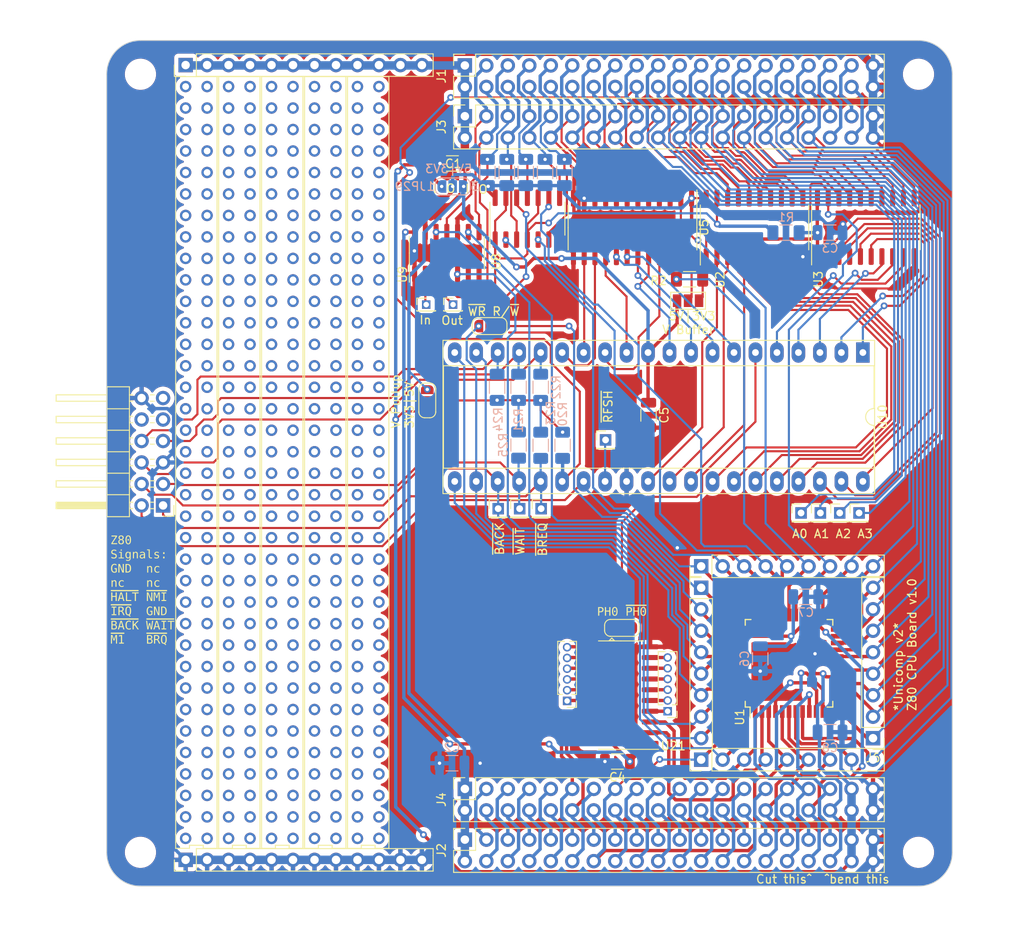
<source format=kicad_pcb>
(kicad_pcb (version 20221018) (generator pcbnew)
  (layers (0 "F.Cu" signal) (31 "B.Cu" signal) (34 "B.Paste" user) (35 "F.Paste" user) (36 "B.SilkS" user "B.Silkscreen") (37 "F.SilkS" user "F.Silkscreen") (38 "B.Mask" user) (39 "F.Mask" user) (44 "Edge.Cuts" user))
  (net 0 "")
  (net 1 "/~{RST}")
  (net 2 "/~{BUSFREE}")
  (net 3 "/~{RAMWE13}")
  (net 4 "/~{RAMWE12}")
  (net 5 "/~{RAMWE11}")
  (net 6 "/~{RAMWE10}")
  (net 7 "GND")
  (net 8 "/D7")
  (net 9 "/D6")
  (net 10 "/D5")
  (net 11 "/D4")
  (net 12 "/D3")
  (net 13 "/D2")
  (net 14 "/D1")
  (net 15 "/D0")
  (net 16 "+5V")
  (net 17 "/A15")
  (net 18 "/A14")
  (net 19 "/A13")
  (net 20 "/A12")
  (net 21 "/A11")
  (net 22 "/A10")
  (net 23 "/A9")
  (net 24 "/A8")
  (net 25 "/A7")
  (net 26 "/A6")
  (net 27 "/A5")
  (net 28 "/A4")
  (net 29 "/A3")
  (net 30 "/A2")
  (net 31 "/A1")
  (net 32 "/A0")
  (net 33 "/CD0")
  (net 34 "/CD1")
  (net 35 "/CD2")
  (net 36 "/CD3")
  (net 37 "/CD4")
  (net 38 "/CD5")
  (net 39 "/CD6")
  (net 40 "/CD7")
  (net 41 "/CA0")
  (net 42 "/CA1")
  (net 43 "/CA2")
  (net 44 "/CA3")
  (net 45 "/CA4")
  (net 46 "/CA5")
  (net 47 "/CA6")
  (net 48 "/CA7")
  (net 49 "/CA8")
  (net 50 "/CA9")
  (net 51 "/CA10")
  (net 52 "/CA11")
  (net 53 "/CA12")
  (net 54 "/CA13")
  (net 55 "/CA14")
  (net 56 "/CA15")
  (net 57 "/~{RAMWE9}")
  (net 58 "/~{RAMWE8}")
  (net 59 "/~{RAMWE7}")
  (net 60 "/~{RAMWE6}")
  (net 61 "/~{RAMWE5}")
  (net 62 "/~{RAMWE4}")
  (net 63 "/TDI")
  (net 64 "/TMS")
  (net 65 "/TCK")
  (net 66 "+3V3")
  (net 67 "/TDO")
  (net 68 "/CLKF")
  (net 69 "/~{RAMWE3}")
  (net 70 "/~{RAMWE2}")
  (net 71 "/~{RAMWE1}")
  (net 72 "/~{RAMWE0}")
  (net 73 "/DDIR")
  (net 74 "/CLKS")
  (net 75 "/MOSI")
  (net 76 "/SCK")
  (net 77 "/~{IOWR}")
  (net 78 "/~{MWR}")
  (net 79 "/~{MRD}")
  (net 80 "/R{slash}~{W}_e")
  (net 81 "/~{IORD}")
  (net 82 "/RX1")
  (net 83 "/RES1")
  (net 84 "/TX1")
  (net 85 "/RES0")
  (net 86 "/TX3")
  (net 87 "/RX3")
  (net 88 "/TX2")
  (net 89 "/RX2")
  (net 169 "/Bus/TDRTN")
  (net 175 "/Bus/A16")
  (net 176 "/Bus/A17")
  (net 177 "/Bus/A18")
  (net 178 "/Bus/A19")
  (net 455 "/~{IOWRc}")
  (net 456 "/~{AOE}")
  (net 457 "/~{DOE}")
  (net 458 "/~{IORDc}")
  (net 459 "Net-(J30-Pin_3)")
  (net 460 "Net-(J30-Pin_4)")
  (net 461 "Net-(J30-Pin_5)")
  (net 462 "Net-(J30-Pin_6)")
  (net 463 "Net-(J31-Pin_3)")
  (net 464 "Net-(J31-Pin_4)")
  (net 465 "Net-(J31-Pin_5)")
  (net 466 "Net-(J31-Pin_6)")
  (net 467 "/~{NMI}")
  (net 468 "/~{IRQ}")
  (net 469 "/~{WR}")
  (net 470 "/~{HALT}")
  (net 471 "Net-(J32-Pin_1)")
  (net 472 "/~{MRDc}")
  (net 473 "/~{MWRc}")
  (net 476 "/~{BUSRQ}")
  (net 477 "/~{MREQ}")
  (net 478 "/PHI0")
  (net 479 "/~{PHI0}")
  (net 480 "/PHI0_c")
  (net 481 "/~{PHI0_c}")
  (net 482 "Net-(J30-Pin_1)")
  (net 483 "Net-(J30-Pin_2)")
  (net 484 "Net-(J31-Pin_1)")
  (net 485 "Net-(J31-Pin_2)")
  (net 486 "/~{IORQ}")
  (net 487 "/Buffers/VBuffer")
  (net 488 "Net-(JP8-C)")
  (net 489 "/CPUCLK")
  (net 490 "/~{BUSACK}")
  (net 491 "/~{M1}")
  (net 492 "/R{slash}~{W}")
  (net 493 "/PH2")
  (net 494 "/PH1")
  (net 495 "/PH1c")
  (net 496 "/PH2c")
  (net 497 "Net-(J10-Pin_1)")
  (net 498 "Net-(J11-Pin_1)")
  (net 499 "/~{RD}")
  (net 500 "/~{WAIT}")
  (net 501 "Net-(JP10-C)")
  (net 502 "/Buffers/R{slash}~{W}")
  (footprint "Connector_PinHeader_2.00mm:PinHeader_1x01_P2.00mm_Vertical" (layer "F.Cu") (at 146.177 100.711)
    (fp_text reference "J9" hide)
    (fp_text value ".")
  )
  (footprint "Jumper:SolderJumper-3_P1.3mm_Open_Pad1.0x1.5mm_NumberLabels" (layer "F.Cu") (at 166.0906 76.1238)
    (fp_text reference "JP8" hide)
    (fp_text value "Jumper_3_Open" hide)
  )
  (footprint "Connector_PinHeader_2.00mm:PinHeader_1x01_P2.00mm_Vertical" (layer "F.Cu") (at 148.717 100.711)
    (fp_text reference "J12" hide)
    (fp_text value ".")
  )
  (footprint "Connector_PinHeader_2.54mm:PinHeader_1x09_P2.54mm_Vertical" (layer "F.Cu") (at 167.64 130.389005 90)
    (fp_text reference "J8" hide)
    (fp_text value "Conn_01x09" hide)
  )
  (footprint "Jumper:SolderJumper-3_P1.3mm_Bridged12_RoundedPad1.0x1.5mm" (layer "F.Cu") (at 158.272 114.808)
    (fp_text reference "JP9" hide)
    (fp_text value "Clock" hide)
  )
  (footprint "my_own_conn:Proto_2x36" (layer "F.Cu") (at 128.27 95.25)
    (fp_text reference "J26" hide)
    (fp_text value "Conn_02x36_Counter_Clockwise" hide)
  )
  (footprint "Connector_PinSocket_2.54mm:PinSocket_2x20_P2.54mm_Vertical" (layer "F.Cu") (at 139.7 48.303005 90)
    (fp_text reference "J1")
    (fp_text value "BUS")
  )
  (footprint "Connector_PinHeader_2.00mm:PinHeader_1x01_P2.00mm_Vertical" (layer "F.Cu") (at 143.637 100.711)
    (fp_text reference "J13" hide)
    (fp_text value ".")
  )
  (footprint "Connector_PinHeader_1.27mm:PinHeader_1x01_P1.27mm_Vertical" (layer "F.Cu") (at 135.128 76.581)
    (fp_text reference "J11" hide)
    (fp_text value "Conn_01x01" hide)
  )
  (footprint "Connector_PinHeader_1.27mm:PinHeader_1x06_P1.27mm_Vertical" (layer "F.Cu") (at 163.6776 124.6632 180)
    (fp_text reference "J31" hide)
    (fp_text value "Conn_01x06" hide)
  )
  (footprint "Package_SO:SO-20_5.3x12.6mm_P1.27mm" (layer "F.Cu") (at 187.108172 67.439723 90)
    (fp_text reference "U3")
    (fp_text value "SN74LVC245ANSR")
  )
  (footprint "Connector_PinHeader_2.54mm:PinHeader_1x09_P2.54mm_Vertical" (layer "F.Cu") (at 167.64 107.529005 90)
    (fp_text reference "J5" hide)
    (fp_text value "Conn_01x09" hide)
  )
  (footprint "Connector_PinSocket_2.54mm:PinSocket_2x20_P2.54mm_Vertical" (layer "F.Cu") (at 139.7 133.849005 90)
    (fp_text reference "J4")
    (fp_text value "BUS")
  )
  (footprint "Capacitor_SMD:C_1206_3216Metric" (layer "F.Cu") (at 157.7358 130.6068 180)
    (fp_text reference "C4")
    (fp_text value "100n")
  )
  (footprint "my_own_conn:Proto_2x36" (layer "F.Cu") (at 118.11 95.25)
    (fp_text reference "J24" hide)
    (fp_text value "Conn_02x36_Counter_Clockwise" hide)
  )
  (footprint "Connector_PinHeader_2.00mm:PinHeader_1x01_P2.00mm_Vertical" (layer "F.Cu") (at 156.337 92.583)
    (fp_text reference "J32" hide)
    (fp_text value ".")
  )
  (footprint "Package_SO:SO-20_5.3x12.6mm_P1.27mm" (layer "F.Cu") (at 158.1485 122.7582 180)
    (fp_text reference "U21")
    (fp_text value "SN74LVC245ANSR" hide)
  )
  (footprint "Jumper:SolderJumper-3_P1.3mm_Open_RoundedPad1.0x1.5mm_NumberLabels" (layer "F.Cu") (at 135.255 87.914 90)
    (fp_text reference "JP10" hide)
    (fp_text value "VCC" hide)
  )
  (footprint "Package_DIP:DIP-40_W15.24mm_Socket_LongPads" (layer "F.Cu") (at 186.76 82.25 -90)
    (fp_text reference "U10")
    (fp_text value "Z80CPU" hide)
  )
  (footprint "Connector_PinHeader_2.54mm:PinHeader_1x12_P2.54mm_Vertical" (layer "F.Cu") (at 106.68 142.24 90)
    (fp_text reference "J20" hide)
    (fp_text value "Conn_01x12" hide)
  )
  (footprint "Connector_PinHeader_2.00mm:PinHeader_1x01_P2.00mm_Vertical" (layer "F.Cu") (at 179.451 101.219)
    (fp_text reference "J14" hide)
    (fp_text value ".")
  )
  (footprint "my_own_conn:Proto_2x36" (layer "F.Cu") (at 123.19 95.25)
    (fp_text reference "J25" hide)
    (fp_text value "Conn_02x36_Counter_Clockwise" hide)
  )
  (footprint "Connector_PinHeader_2.54mm:PinHeader_2x06_P2.54mm_Horizontal" (layer "F.Cu") (at 104.013 100.33 180)
    (fp_text reference "J35" hide)
    (fp_text value "Conn_02x06_Odd_Even")
  )
  (footprint "Connector_PinSocket_2.54mm:PinSocket_2x20_P2.54mm_Vertical" (layer "F.Cu") (at 139.7 139.849005 90)
    (fp_text reference "J2")
    (fp_text value "BUS")
  )
  (footprint "Connector_PinHeader_1.27mm:PinHeader_1x06_P1.27mm_Vertical" (layer "F.Cu") (at 151.7904 123.444 180)
    (fp_text reference "J30" hide)
    (fp_text value "Conn_01x06" hide)
  )
  (footprint "Connector_PinHeader_2.54mm:PinHeader_1x08_P2.54mm_Vertical" (layer "F.Cu") (at 187.96 127.849005 180)
    (fp_text reference "J6")
    (fp_text value "Conn_01x08" hide)
  )
  (footprint "Package_SO:SO-20_5.3x12.6mm_P1.27mm" (layer "F.Cu") (at 173.950972 67.455923 90)
    (fp_text reference "U2")
    (fp_text value "SN74LVC245ANSR")
  )
  (footprint "MountingHole:MountingHole_3.2mm_M3" (layer "F.Cu") (at 193.34 49.346005)
    (fp_text reference "H3" hide)
    (fp_text value "MountingHole" hide)
  )
  (footprint "Connector_PinHeader_2.00mm:PinHeader_1x01_P2.00mm_Vertical" (layer "F.Cu") (at 184.023 101.219)
    (fp_text reference "J16" hide)
    (fp_text value ".")
  )
  (footprint "Capacitor_SMD:C_1206_3216Metric" (layer "F.Cu") (at 161.417 89.662 -90)
    (fp_text reference "C5")
    (fp_text value "100n")
  )
  (footprint "Package_SO:SOIC-14_3.9x8.7mm_P1.27mm" (layer "F.Cu") (at 137.5664 70.485 90)
    (fp_text reference "U9")
    (fp_text value "SN74LVC125AD" hide)
  )
  (footprint "my_own_conn:Proto_2x36" (layer "F.Cu") (at 113.03 95.25)
    (fp_text reference "J23" hide)
    (fp_text value "Conn_02x36_Counter_Clockwise" hide)
  )
  (footprint "Connector_PinHeader_2.00mm:PinHeader_1x01_P2.00mm_Vertical" (layer "F.Cu") (at 181.737 101.219)
    (fp_text reference "J15" hide)
    (fp_text value ".")
  )
  (footprint "Connector_PinHeader_2.54mm:PinHeader_1x08_P2.54mm_Vertical" (layer "F.Cu") (at 167.64 110.069005)
    (fp_text reference "J7" hide)
    (fp_text value "Conn_01x08" hide)
  )
  (footprint "Connector_PinHeader_1.27mm:PinHeader_1x01_P1.27mm_Vertical" (layer "F.Cu") (at 138.303 76.581)
    (fp_text reference "J10" hide)
    (fp_text value "Conn_01x01" hide)
  )
  (footprint "Jumper:SolderJumper-3_P1.3mm_Open_RoundedPad1.0x1.5mm_NumberLabels" (layer "F.Cu") (at 142.621 79.121)
    (fp_text reference "JP11" hide)
    (fp_text value "Write" hide)
  )
  (footprint "Connector_PinSocket_2.54mm:PinSocket_2x20_P2.54mm_Vertical" (layer "F.Cu") (at 139.7 54.303005 90)
    (fp_text reference "J3")
    (fp_text value "BUS")
  )
  (footprint "Package_SO:SOIC-14_3.9x8.7mm_P1.27mm" (layer "F.Cu") (at 147.0914 66.421 90)
    (fp_text reference "U8")
    (fp_text value "SN74LVC125AD" hide)
  )
  (footprint "Resistor_SMD:R_1206_3216Metric_Pad1.30x1.75mm_HandSolder" (layer "F.Cu") (at 166.2678 73.5838 180)
    (fp_text reference "R2")
    (fp_text value "10k")
  )
  (footprint "MountingHole:MountingHole_3.2mm_M3" (layer "F.Cu") (at 101.34 49.346005)
    (fp_text reference "H1" hide)
    (fp_text value "MountingHole" hide)
  )
  (footprint "Package_QFP:TQFP-44_10x10mm_P0.8mm" (layer "F.Cu") (at 178.029 118.994805 90)
    (fp_text reference "U1")
    (fp_text value "XC9572VQ44" hide)
  )
  (footprint "MountingHole:MountingHole_3.2mm_M3" (layer "F.Cu") (at 101.34 141.346005)
    (fp_text reference "H2" hide)
    (fp_text value "MountingHole" hide)
  )
  (footprint "my_own_conn:Proto_2x36" (layer "F.Cu") (at 107.95 95.25)
    (fp_text reference "J22" hide)
    (fp_text value "Conn_02x36_Counter_Clockwise" hide)
  )
  (footprint "Capacitor_SMD:C_1206_3216Metric" (layer "F.Cu") (at 138.2286 59.8932 180)
    (fp_text reference "C1")
    (fp_text value "100n")
  )
  (footprint "Connector_PinHeader_2.00mm:PinHeader_1x01_P2.00mm_Vertical" (layer "F.Cu") (at 186.309 101.219)
    (fp_text reference "J17" hide)
    (fp_text value ".")
  )
  (footprint "Connector_PinHeader_2.54mm:PinHeader_1x12_P2.54mm_Vertical" (layer "F.Cu") (at 106.68 48.26 90)
    (fp_text reference "J21" hide)
    (fp_text value "Conn_01x12" hide)
  )
  (footprint "Package_SO:SO-24_5.3x15mm_P1.27mm" (layer "F.Cu") (at 159.523772 67.472123 -90)
    (fp_text reference "U5")
    (fp_text value "SN74LVCC3245ANSR" hide)
  )
  (footprint "MountingHole:MountingHole_3.2mm_M3" (layer "F.Cu") (at 193.34 141.346005)
    (fp_text reference "H4" hide)
    (fp_text value "MountingHole" hide)
  )
  (footprint "Resistor_SMD:R_1206_3216Metric_Pad1.30x1.75mm_HandSolder" (layer "B.Cu") (at 146.05 86.36 90)
    (fp_text reference "R21")
    (fp_text value "2k2" hide)
  )
  (footprint "Jumper:SolderJumper-3_P1.3mm_Open_RoundedPad1.0x1.5mm_NumberLabels" (layer "B.Cu") (at 138.2568 62.611)
    (fp_text reference "JP29")
    (fp_text value "Vcc")
  )
  (footprint "Capacitor_SMD:C_1206_3216Metric" (layer "B.Cu") (at 138.1778 130.81 180)
    (fp_text reference "C2")
    (fp_text value "100n")
  )
  (footprint "Resistor_SMD:R_1206_3216Metric_Pad1.30x1.75mm_HandSolder" (layer "B.Cu") (at 144.653 60.96 90)
    (fp_text reference "R9" hide)
    (fp_text value "10k" hide)
  )
  (footprint "Resistor_SMD:R_1206_3216Metric_Pad1.30x1.75mm_HandSolder" (layer "B.Cu") (at 142.367 60.96 90)
    (fp_text reference "R12" hide)
    (fp_text value "10k")
  )
  (footprint "Resistor_SMD:R_1206_3216Metric_Pad1.30x1.75mm_HandSolder" (layer "B.Cu") (at 146.897 60.96 90)
    (fp_text reference "R11" hide)
    (fp_text value "10k" hide)
  )
  (footprint "Resistor_SMD:R_1206_3216Metric_Pad1.30x1.75mm_HandSolder" (layer "B.Cu") (at 146.05 93.192 -90)
    (fp_text reference "R25")
    (fp_text value "2k2" hide)
  )
  (footprint "Resistor_SMD:R_1206_3216Metric_Pad1.30x1.75mm_HandSolder" (layer "B.Cu") (at 151.257 93.218 -90)
    (fp_text reference "R20")
    (fp_text value "2k2" hide)
  )
  (footprint "Resistor_SMD:R_1206_3216Metric_Pad1.30x1.75mm_HandSolder" (layer "B.Cu") (at 177.673 68.072 180)
    (fp_text reference "R1")
    (fp_text value "10k")
  )
  (footprint "Capacitor_SMD:C_1206_3216Metric" (layer "B.Cu") (at 180.008 111.135805)
    (fp_text reference "C7")
    (fp_text value "100n")
  )
  (footprint "Resistor_SMD:R_1206_3216Metric_Pad1.30x1.75mm_HandSolder" (layer "B.Cu") (at 148.6662 86.36 90)
    (fp_text reference "R22")
    (fp_text value "2k2" hide)
  )
  (footprint "Resistor_SMD:R_1206_3216Metric_Pad1.30x1.75mm_HandSolder" (layer "B.Cu") (at 148.6662 93.218 -90)
    (fp_text reference "R23")
    (fp_text value "2k2" hide)
  )
  (footprint "Resistor_SMD:R_1206_3216Metric_Pad1.30x1.75mm_HandSolder" (layer "B.Cu") (at 151.469 60.96 90)
    (fp_text reference "R8" hide)
    (fp_text value "10k" hide)
  )
  (footprint "Capacitor_SMD:C_1206_3216Metric" (layer "B.Cu") (at 182.88 127.137805)
    (fp_text reference "C8")
    (fp_text value "100n")
  )
  (footprint "Capacitor_SMD:C_1206_3216Metric" (layer "B.Cu") (at 182.88 68.072)
    (fp_text reference "C3")
    (fp_text value "100n")
  )
  (footprint "Resistor_SMD:R_1206_3216Metric_Pad1.30x1.75mm_HandSolder" (layer "B.Cu") (at 143.51 86.36 90)
    (fp_text reference "R24")
    (fp_text value "2k2" hide)
  )
  (footprint "Capacitor_SMD:C_1206_3216Metric" (layer "B.Cu") (at 174.625 118.452805 -90)
    (fp_text reference "C6")
    (fp_text value "100n")
  )
  (footprint "Resistor_SMD:R_1206_3216Metric_Pad1.30x1.75mm_HandSolder" (layer "B.Cu") (at 149.183 60.96 90)
    (fp_text reference "R10" hide)
    (fp_text value "10k" hide)
  )
  (gr_line (start 97.34 49.346005) (end 97.34 141.346005) (stroke (width 0.1)) (layer "Edge.Cuts"))
  (gr_arc (start 97.34 49.346005) (mid 98.511573 46.517578) (end 101.34 45.346005) (stroke (width 0.1)) (layer "Edge.Cuts"))
  (gr_arc (start 193.34 45.346005) (mid 196.168427 46.517578) (end 197.34 49.346005) (stroke (width 0.1)) (layer "Edge.Cuts"))
  (gr_arc (start 197.34 141.346005) (mid 196.168427 144.174432) (end 193.34 145.346005) (stroke (width 0.1)) (layer "Edge.Cuts"))
  (gr_line (start 197.34 141.346005) (end 197.34 49.346005) (stroke (width 0.1)) (layer "Edge.Cuts"))
  (gr_line (start 193.34 45.346005) (end 101.34 45.346005) (stroke (width 0.1)) (layer "Edge.Cuts"))
  (gr_arc (start 101.34 145.346005) (mid 98.511573 144.174432) (end 97.34 141.346005) (stroke (width 0.1)) (layer "Edge.Cuts"))
  (gr_line (start 193.34 145.346005) (end 101.34 145.346005) (stroke (width 0.1)) (layer "Edge.Cuts"))
  (gr_text "5V|3V3" (at 140.6398 61.1124) (layer "B.SilkS") (effects (font (size 1 1)) (justify left bottom mirror)))
  (gr_text "Z80 \nSignals:\nGND  nc\nnc   nc\n~{HALT} ~{NMI}\n~{IRQ}  GND\n~{BACK} ~{WAIT}\n~{M1}   ~{BRQ}" (at 97.79 116.84) (layer "F.SilkS") (effects (font (size 1 1)) (justify left bottom)))
  (gr_text "I\n" (at 135.8138 63.4746) (layer "F.SilkS") (effects (font (size 1 1)) (justify left bottom)))
  (gr_text "In" (at 134.239 78.994) (layer "F.SilkS") (effects (font (size 1 1)) (justify left bottom)))
  (gr_text "A0 A1 A2 A3" (at 178.308 104.267) (layer "F.SilkS") (effects (font (size 1 1)) (justify left bottom)))
  (gr_text " 5V|3V3\nV Buffer" (at 162.941 80.137) (layer "F.SilkS") (effects (font (size 1 1)) (justify left bottom)))
  (gr_text "Out" (at 136.8298 79.0448) (layer "F.SilkS") (effects (font (size 1 1)) (justify left bottom)))
  (gr_text "PH0 ~{PH0}" (at 155.321 113.538) (layer "F.SilkS") (effects (font (size 1 1)) (justify left bottom)))
  (gr_text "~{WR} R/~{W}" (at 139.954 77.978) (layer "F.SilkS") (effects (font (size 1 1)) (justify left bottom)))
  (gr_text "V Pullup\n3V3|5V" (at 133.731 91.313 90) (layer "F.SilkS") (effects (font (size 1 1)) (justify left bottom)))
  (gr_text "~{WAIT}" (at 146.812 106.299 90) (layer "F.SilkS") (effects (font (size 1 1)) (justify left bottom)))
  (gr_text "*Unicomp v2*\nZ80 CPU Board v1.0" (at 191.77 124.714 90) (layer "F.SilkS") (effects (font (size 1 1)) (justify left)))
  (gr_text "O" (at 137.414 63.4492) (layer "F.SilkS") (effects (font (size 1 1)) (justify left bottom)))
  (gr_text "~{BREQ}" (at 149.479 106.426 90) (layer "F.SilkS") (effects (font (size 1 1)) (justify left bottom)))
  (gr_text "Cut this^  ^bend this" (at 189.992 144.526) (layer "F.SilkS") (effects (font (size 1 1)) (justify right)))
  (gr_text "O" (at 141.224 63.5508) (layer "F.SilkS") (effects (font (size 1 1)) (justify left bottom)))
  (gr_text "~{BACK}" (at 144.399 106.299 90) (layer "F.SilkS") (effects (font (size 1 1)) (justify left bottom)))
  (gr_text "I" (at 139.6492 63.4746) (layer "F.SilkS") (effects (font (size 1 1)) (justify left bottom)))
  (gr_text "~{RFSH}" (at 157.226 90.678 90) (layer "F.SilkS") (effects (font (size 1 1)) (justify left bottom)))
  (segment (start 149.04599 80.645) (end 136.398 80.645) (width 0.25) (layer "F.Cu") (net 1))
  (segment (start 149.86 83.439) (end 149.86 81.45901) (width 0.25) (layer "F.Cu") (net 1))
  (segment (start 136.398 80.645) (end 131.572 75.819) (width 0.25) (layer "F.Cu") (net 1))
  (segment (start 149.86 81.45901) (end 149.04599 80.645) (width 0.25) (layer "F.Cu") (net 1))
  (segment (start 131.572 62.5602) (end 133.1722 60.96) (width 0.25) (layer "F.Cu") (net 1))
  (segment (start 153.289 86.868) (end 149.86 83.439) (width 0.25) (layer "F.Cu") (net 1))
  (segment (start 153.289 95.401) (end 153.289 86.868) (width 0.25) (layer "F.Cu") (net 1))
  (segment (start 131.572 75.819) (end 131.572 62.5602) (width 0.25) (layer "F.Cu") (net 1))
  (segment (start 160.02 50.843005) (end 158.767606 52.095399) (width 0.25) (layer "F.Cu") (net 1))
  (segment (start 158.767606 52.095399) (end 138.023601 52.095399) (width 0.25) (layer "F.Cu") (net 1))
  (segment (start 151.2 97.49) (end 153.289 95.401) (width 0.25) (layer "F.Cu") (net 1))
  (via (at 138.023601 52.095399) (size 0.8) (drill 0.4) (layers "F.Cu" "B.Cu") (net 1))
  (via (at 133.1722 60.96) (size 0.8) (drill 0.4) (layers "F.Cu" "B.Cu") (net 1))
  (segment (start 160.02 50.843005) (end 160.02 52.045086) (width 0.4) (layer "B.Cu") (net 1))
  (segment (start 138.023601 52.095399) (end 132.0927 58.0263) (width 0.25) (layer "B.Cu") (net 1))
  (segment (start 161.273253 53.298339) (end 161.273253 55.513457) (width 0.4) (layer "B.Cu") (net 1))
  (segment (start 132.0927 58.0263) (end 132.0927 59.8805) (width 0.25) (layer "B.Cu") (net 1))
  (segment (start 160.02 52.045086) (end 161.273253 53.298339) (width 0.4) (layer "B.Cu") (net 1))
  (segment (start 161.273253 55.513457) (end 160.02 56.76671) (width 0.4) (layer "B.Cu") (net 1))
  (segment (start 132.0927 59.8805) (end 133.1722 60.96) (width 0.25) (layer "B.Cu") (net 1))
  (segment (start 151.257 94.768) (end 151.257 97.433) (width 0.4) (layer "B.Cu") (net 1))
  (segment (start 170.78 122.718805) (end 170.78 127.249005) (width 0.4) (layer "F.Cu") (net 2))
  (segment (start 170.78 127.249005) (end 167.64 130.389005) (width 0.4) (layer "F.Cu") (net 2))
  (segment (start 171.304 122.194805) (end 170.78 122.718805) (width 0.4) (layer "F.Cu") (net 2))
  (segment (start 157.48 133.849005) (end 158.655 132.674005) (width 0.25) (layer "F.Cu") (net 2))
  (segment (start 158.655 132.674005) (end 160.416595 132.674005) (width 0.25) (layer "F.Cu") (net 2))
  (segment (start 172.329 122.194805) (end 171.304 122.194805) (width 0.4) (layer "F.Cu") (net 2))
  (segment (start 160.416595 132.674005) (end 162.7378 130.3528) (width 0.25) (layer "F.Cu") (net 2))
  (via (at 162.7378 130.3528) (size 0.8) (drill 0.4) (layers "F.Cu" "B.Cu") (net 2))
  (segment (start 162.7378 130.3528) (end 162.774005 130.389005) (width 0.25) (layer "B.Cu") (net 2))
  (segment (start 156.23 137.053) (end 157.48 138.303) (width 0.4) (layer "B.Cu") (net 2))
  (segment (start 156.23 135.1753) (end 156.23 137.053) (width 0.4) (layer "B.Cu") (net 2))
  (segment (start 157.48 138.303) (end 157.48 139.7) (width 0.4) (layer "B.Cu") (net 2))
  (segment (start 162.774005 130.389005) (end 167.64 130.389005) (width 0.25) (layer "B.Cu") (net 2))
  (segment (start 157.48 133.9253) (end 156.23 135.1753) (width 0.4) (layer "B.Cu") (net 2))
  (segment (start 157.48 142.24) (end 158.73 140.99) (width 0.4) (layer "B.Cu") (net 3))
  (segment (start 158.73 138.156) (end 157.48 136.906) (width 0.4) (layer "B.Cu") (net 3))
  (segment (start 158.73 140.99) (end 158.73 138.156) (width 0.4) (layer "B.Cu") (net 3))
  (segment (start 160.02 138.303) (end 158.77 137.053) (width 0.4) (layer "B.Cu") (net 4))
  (segment (start 160.02 139.7) (end 160.02 138.303) (width 0.4) (layer "B.Cu") (net 4))
  (segment (start 158.77 135.099005) (end 160.02 133.849005) (width 0.4) (layer "B.Cu") (net 4))
  (segment (start 158.77 137.053) (end 158.77 135.099005) (width 0.4) (layer "B.Cu") (net 4))
  (segment (start 160.02 136.906) (end 161.27 138.156) (width 0.4) (layer "B.Cu") (net 5))
  (segment (start 161.27 140.99) (end 160.02 142.24) (width 0.4) (layer "B.Cu") (net 5))
  (segment (start 161.27 138.156) (end 161.27 140.99) (width 0.4) (layer "B.Cu") (net 5))
  (segment (start 162.56 138.303) (end 161.29 137.033) (width 0.4) (layer "B.Cu") (net 6))
  (segment (start 161.29 137.033) (end 161.29 135.119005) (width 0.4) (layer "B.Cu") (net 6))
  (segment (start 162.56 139.7) (end 162.56 138.303) (width 0.4) (layer "B.Cu") (net 6))
  (segment (start 161.29 135.119005) (end 162.56 133.849005) (width 0.4) (layer "B.Cu") (net 6))
  (segment (start 176.429 124.694805) (end 176.429 121.731797) (width 0.4) (layer "F.Cu") (net 7))
  (segment (start 196.84 98.933) (end 196.84 93.472) (width 1) (layer "F.Cu") (net 7))
  (segment (start 136.7282 59.8424) (end 136.7282 48.174805) (width 1) (layer "F.Cu") (net 7))
  (segment (start 158.82 97.49) (end 158.82 94.193) (width 0.4) (layer "F.Cu") (net 7))
  (segment (start 187.96 56.843005) (end 193.523172 62.406177) (width 0.4) (layer "F.Cu") (net 7))
  (segment (start 138.43 70.104) (end 139.80703 70.104) (width 0.4) (layer "F.Cu") (net 7))
  (segment (start 159.3088 118.3132) (end 160.5788 117.0432) (width 0.4) (layer "F.Cu") (net 7))
  (segment (start 186.342195 46.6852) (end 187.96 48.303005) (width 1) (layer "F.Cu") (net 7))
  (segment (start 183.729 118.994805) (end 182.23 118.994805) (width 0.4) (layer "F.Cu") (net 7))
  (segment (start 133.858 70.104) (end 133.731 70.231) (width 0.4) (layer "F.Cu") (net 7))
  (segment (start 136.7282 48.174805) (end 138.217805 46.6852) (width 1) (layer "F.Cu") (net 7))
  (segment (start 141.5034 130.81) (end 136.7028 130.81) (width 0.4) (layer "F.Cu") (net 7))
  (segment (start 152.33 129.1652) (end 153.7716 130.6068) (width 0.4) (layer "F.Cu") (net 7))
  (segment (start 196.84 132.09) (end 196.84 98.933) (width 1) (layer "F.Cu") (net 7))
  (segment (start 153.1874 64.009623) (end 152.538772 64.009623) (width 0.4) (layer "F.Cu") (net 7))
  (segment (start 192.823172 71.889722) (end 190.036894 74.676) (width 0.25) (layer "F.Cu") (net 7))
  (segment (start 196.84 58.664) (end 189.019005 50.843005) (width 1) (layer "F.Cu") (net 7))
  (segment (start 154.686 127.2032) (end 152.5016 127.2032) (width 0.4) (layer "F.Cu") (net 7))
  (segment (start 192.823172 70.902223) (end 192.823172 71.889722) (width 0.25) (layer "F.Cu") (net 7))
  (segment (start 196.84 93.472) (end 196.84 58.664) (width 1) (layer "F.Cu") (net 7))
  (segment (start 153.1874 64.009623) (end 153.808772 64.009623) (width 0.4) (layer "F.Cu") (net 7))
  (segment (start 133.7564 71.374) (end 135.0264 70.104) (width 0.4) (layer "F.Cu") (net 7))
  (segment (start 160.5788 117.0432) (end 161.611 117.0432) (width 0.4) (layer "F.Cu") (net 7))
  (segment (start 139.80703 70.104) (end 141.3764 71.67337) (width 0.4) (layer "F.Cu") (net 7))
  (segment (start 138.8364 68.01) (end 138.8364 69.6976) (width 0.25) (layer "F.Cu") (net 7))
  (segment (start 180.429 113.294805) (end 180.429 117.193805) (width 0.4) (layer "F.Cu") (net 7))
  (segment (start 152.33 127.3748) (end 152.33 129.1652) (width 0.4) (layer "F.Cu") (net 7))
  (segment (start 189.019005 50.843005) (end 187.96 50.843005) (width 1) (layer "F.Cu") (net 7))
  (segment (start 135.0264 70.104) (end 133.858 70.104) (width 0.4) (layer "F.Cu") (net 7))
  (segment (start 161.417 91.596) (end 161.417 91.137) (width 0.4) (layer "F.Cu") (net 7))
  (segment (start 190.036894 74.676) (end 183.423549 74.676) (width 0.25) (layer "F.Cu") (net 7))
  (segment (start 180.429 117.193805) (end 181.102 117.866805) (width 0.4) (layer "F.Cu") (net 7))
  (segment (start 193.523172 62.406177) (end 193.523172 65.278) (width 0.4) (layer "F.Cu") (net 7))
  (segment (start 183.423549 74.676) (end 179.665972 70.918423) (width 0.25) (layer "F.Cu") (net 7))
  (segment (start 151.8096 68.9164) (end 153.1874 67.5386) (width 0.4) (layer "F.Cu") (net 7))
  (segment (start 164.893118 105.410002) (end 164.819876 105.33676) (width 0.4) (layer "F.Cu") (net 7))
  (segment (start 152.538772 70.624823) (end 150.862372 68.948423) (width 0.25) (layer "F.Cu") (net 7))
  (segment (start 196.84 98.933) (end 190.362998 105.410002) (width 0.4) (layer "F.Cu") (net 7))
  (segment (start 175.172008 120.474805) (end 174.625 119.927797) (width 0.4) (layer "F.Cu") (net 7))
  (segment (start 136.8044 70.104) (end 138.43 70.104) (width 0.4) (layer "F.Cu") (net 7))
  (segment (start 176.429 121.731797) (end 174.625 119.927797) (width 0.4) (layer "F.Cu") (net 7))
  (segment (start 189.080995 139.849005) (end 196.84 132.09) (width 1) (layer "F.Cu") (net 7))
  (segment (start 152.5016 127.2032) (end 152.33 127.3748) (width 0.4) (layer "F.Cu") (net 7))
  (segment (start 153.7716 130.6068) (end 156.2608 130.6068) (width 0.4) (layer "F.Cu") (net 7))
  (segment (start 159.3088 124.6632) (end 159.3088 118.3132) (width 0.4) (layer "F.Cu") (net 7))
  (segment (start 153.1874 67.5386) (end 153.1874 64.009623) (width 0.4) (layer "F.Cu") (net 7))
  (segment (start 141.3764 71.67337) (end 141.3764 72.96) (width 0.4) (layer "F.Cu") (net 7))
  (segment (start 133.7564 72.96) (end 133.7564 71.374) (width 0.4) (layer "F.Cu") (net 7))
  (segment (start 158.82 94.193) (end 161.417 91.596) (width 0.4) (layer "F.Cu") (net 7))
  (segment (start 154.686 127.2032) (end 156.7688 127.2032) (width 0.4) (layer "F.Cu") (net 7))
  (segment (start 135.0264 70.104) (end 135.0264 68.01) (width 0.4) (layer "F.Cu") (net 7))
  (segment (start 193.523172 65.278) (end 193.015172 65.786) (width 0.4) (layer "F.Cu") (net 7))
  (segment (start 150.9318 68.9164) (end 151.8096 68.9164) (width 0.4) (layer "F.Cu") (net 7))
  (segment (start 135.0264 70.104) (end 136.8044 70.104) (width 0.4) (layer "F.Cu") (net 7))
  (segment (start 190.362998 105.410002) (end 164.893118 105.410002) (width 0.4) (layer "F.Cu") (net 7))
  (segment (start 182.23 118.994805) (end 181.102 117.866805) (width 0.4) (layer "F.Cu") (net 7))
  (segment (start 185.674 65.786) (end 184.404 67.056) (width 0.4) (layer "F.Cu") (net 7))
  (segment (start 138.8364 69.6976) (end 138.43 70.104) (width 0.25) (layer "F.Cu") (net 7))
  (segment (start 187.96 139.849005) (end 189.080995 139.849005) (width 1) (layer "F.Cu") (net 7))
  (segment (start 156.7688 127.2032) (end 159.3088 124.6632) (width 0.4) (layer "F.Cu") (net 7))
  (segment (start 193.015172 65.786) (end 185.674 65.786) (width 0.4) (layer "F.Cu") (net 7))
  (segment (start 138.217805 46.6852) (end 186.342195 46.6852) (width 1) (layer "F.Cu") (net 7))
  (via (at 164.819876 105.33676) (size 0.8) (drill 0.4) (layers "F.Cu" "B.Cu") (net 7))
  (via (at 136.7536 59.8932) (size 0.8) (drill 0.4) (layers "F.Cu" "B.Cu") (net 7))
  (via (at 179.665972 70.918423) (size 0.8) (drill 0.4) (layers "F.Cu" "B.Cu") (net 7))
  (via (at 133.731 70.231) (size 0.8) (drill 0.4) (layers "F.Cu" "B.Cu") (net 7))
  (via (at 174.625 119.927797) (size 0.8) (drill 0.4) (layers "F.Cu" "B.Cu") (net 7))
  (via (at 156.2608 130.6068) (size 0.8) (drill 0.4) (layers "F.Cu" "B.Cu") (net 7))
  (via (at 184.404 67.056) (size 0.8) (drill 0.4) (layers "F.Cu" "B.Cu") (net 7))
  (via (at 153.808772 64.009623) (size 0.8) (drill 0.4) (layers "F.Cu" "B.Cu") (net 7))
  (via (at 136.7028 130.81) (size 0.8) (drill 0.4) (layers "F.Cu" "B.Cu") (net 7))
  (via (at 141.5034 130.81) (size 0.8) (drill 0.4) (layers "F.Cu" "B.Cu") (net 7))
  (via (at 181.102 117.866805) (size 0.8) (drill 0.4) (layers "F.Cu" "B.Cu") (net 7))
  (segment (start 176.686 117.866805) (end 181.102 117.866805) (width 0.4) (layer "B.Cu") (net 7))
  (segment (start 187.96 48.26) (end 187.96 50.8) (width 1) (layer "B.Cu") (net 7))
  (segment (start 136.7536 59.8932) (end 133.731 62.9158) (width 0.4) (layer "B.Cu") (net 7))
  (segment (start 184.355 68.072) (end 184.355 67.105) (width 0.4) (layer "B.Cu") (net 7))
  (segment (start 141.7066 130.6068) (end 141.5034 130.81) (width 0.4) (layer "B.Cu") (net 7))
  (segment (start 152.527 60.833) (end 165.1 60.833) (width 0.4) (layer "B.Cu") (net 7))
  (segment (start 102.723 136.505) (end 105.156 138.938) (width 0.4) (layer "B.Cu") (net 7))
  (segment (start 185.674 144.526) (end 187.96 142.24) (width 1) (layer "B.Cu") (net 7))
  (segment (start 133.731 62.9158) (end 133.731 70.231) (width 0.4) (layer "B.Cu") (net 7))
  (segment (start 187.96 139.7) (end 187.96 133.7) (width 1) (layer "B.Cu") (net 7))
  (segment (start 153.808772 62.114772) (end 153.808772 64.009623) (width 0.4) (layer "B.Cu") (net 7))
  (segment (start 158.82 97.49) (end 158.82 99.336884) (width 0.4) (layer "B.Cu") (net 7))
  (segment (start 156.2608 130.6068) (end 141.7066 130.6068) (width 0.4) (layer "B.Cu") (net 7))
  (segment (start 104.013 95.25) (end 102.723 96.54) (width 0.4) (layer "B.Cu") (net 7))
  (segment (start 136.7028 130.81) (end 136.7028 140.1572) (width 1) (layer "B.Cu") (net 7))
  (segment (start 165.1 60.833) (end 170.434 66.167) (width 0.4) (layer "B.Cu") (net 7))
  (segment (start 184.17 127.322805) (end 184.17 131.465) (width 0.4) (layer "B.Cu") (net 7))
  (segment (start 138.43 144.526) (end 153.6192 144.526) (width 1) (layer "B.Cu") (net 7))
  (segment (start 181.61 66.167) (end 183.515 68.072) (width 0.4) (layer "B.Cu") (net 7))
  (segment (start 104.530767 88.88) (end 102.723 88.88) (width 0.4) (layer "B.Cu") (net 7))
  (segment (start 170.434 66.167) (end 181.61 66.167) (width 0.4) (layer "B.Cu") (net 7))
  (segment (start 105.263 94) (end 105.263 89.612233) (width 0.4) (layer "B.Cu") (net 7))
  (segment (start 181.483 111.135805) (end 181.483 117.485805) (width 0.4) (layer "B.Cu") (net 7))
  (segment (start 185.258 132.553) (end 186.663995 132.553) (width 0.4) (layer "B.Cu") (net 7))
  (segment (start 136.7028 140.1572) (end 134.62 142.24) (width 1) (layer "B.Cu") (net 7))
  (segment (start 140.303738 59.8932) (end 141.514538 61.104) (width 0.4) (layer "B.Cu") (net 7))
  (segment (start 105.156 140.716) (end 106.68 142.24) (width 0.4) (layer "B.Cu") (net 7))
  (segment (start 179.665972 70.918423) (end 182.524577 70.918423) (width 0.4) (layer "B.Cu") (net 7))
  (segment (start 105.263 89.612233) (end 104.530767 88.88) (width 0.4) (layer "B.Cu") (net 7))
  (segment (start 187.96 142.24) (end 187.96 139.7) (width 1) (layer "B.Cu") (net 7))
  (segment (start 136.7536 59.8932) (end 140.303738 59.8932) (width 0.4) (layer "B.Cu") (net 7))
  (segment (start 187.963253 56.849864) (end 187.963253 54.309864) (width 1) (layer "B.Cu") (net 7))
  (segment (start 102.723 96.54) (end 102.723 136.505) (width 0.4) (layer "B.Cu") (net 7))
  (segment (start 141.514538 61.104) (end 152.256 61.104) (width 0.4) (layer "B.Cu") (net 7))
  (segment (start 158.82 99.336884) (end 164.819876 105.33676) (width 0.4) (layer "B.Cu") (net 7))
  (segment (start 184.277 120.831069) (end 181.312736 117.866805) (width 0.4) (layer "B.Cu") (net 7))
  (segment (start 184.355 69.088) (end 184.355 68.072) (width 0.4) (layer "B.Cu") (net 7))
  (segment (start 181.483 117.485805) (end 181.102 117.866805) (width 0.4) (layer "B.Cu") (net 7))
  (segment (start 104.013 95.25) (end 105.263 94) (width 0.4) (layer "B.Cu") (net 7))
  (segment (start 106.68 142.24) (end 136.144 142.24) (width 1) (layer "B.Cu") (net 7))
  (segment (start 181.312736 117.866805) (end 181.102 117.866805) (width 0.4) (layer "B.Cu") (net 7))
  (segment (start 183.515 68.072) (end 184.355 68.072) (width 0.4) (layer "B.Cu") (net 7))
  (segment (start 153.6192 144.526) (end 185.674 144.526) (width 1) (layer "B.Cu") (net 7))
  (segment (start 152.527 60.833) (end 153.808772 62.114772) (width 0.4) (layer "B.Cu") (net 7))
  (segment (start 186.663995 132.553) (end 187.96 133.849005) (width 0.4) (layer "B.Cu") (net 7))
  (segment (start 136.144 142.24) (end 138.43 144.526) (width 1) (layer "B.Cu") (net 7))
  (segment (start 102.723 88.88) (end 101.473 87.63) (width 0.4) (layer "B.Cu") (net 7))
  (segment (start 152.256 61.104) (end 152.527 60.833) (width 0.4) (layer "B.Cu") (net 7))
  (segment (start 174.625 119.927805) (end 176.686 117.866805) (width 0.4) (layer "B.Cu") (net 7))
  (segment (start 182.524577 70.918423) (end 184.355 69.088) (width 0.4) (layer "B.Cu") (net 7))
  (segment (start 184.17 131.465) (end 185.258 132.553) (width 0.4) (layer "B.Cu") (net 7))
  (segment (start 187.963253 54.309864) (end 187.963253 48.309864) (width 1) (layer "B.Cu") (net 7))
  (segment (start 184.355 67.105) (end 184.404 67.056) (width 0.4) (layer "B.Cu") (net 7))
  (segment (start 184.277 127.059805) (end 184.277 120.831069) (width 0.4) (layer "B.Cu") (net 7))
  (segment (start 105.156 138.938) (end 105.156 140.716) (width 0.4) (layer "B.Cu") (net 7))
  (segment (start 158.756372 57.413195) (end 158.756372 55.605428) (width 0.25) (layer "F.Cu") (net 8))
  (segment (start 158.756372 55.605428) (end 160.006372 54.355428) (width 0.25) (layer "F.Cu") (net 8))
  (segment (start 163.968772 62.625595) (end 158.756372 57.413195) (width 0.25) (layer "F.Cu") (net 8))
  (segment (start 163.968772 64.009623) (end 163.968772 62.625595) (width 0.25) (layer "F.Cu") (net 8))
  (segment (start 158.77 51.963) (end 160.02 53.213) (width 0.4) (layer "B.Cu") (net 8))
  (segment (start 158.77 49.553005) (end 158.77 51.963) (width 0.4) (layer "B.Cu") (net 8))
  (segment (start 160.02 53.213) (end 160.02 54.303005) (width 0.4) (layer "B.Cu") (net 8))
  (segment (start 160.02 48.303005) (end 158.77 49.553005) (width 0.4) (layer "B.Cu") (net 8))
  (segment (start 162.698772 62.127828) (end 157.466372 56.895428) (width 0.25) (layer "F.Cu") (net 9))
  (segment (start 162.698772 64.009623) (end 162.698772 62.127828) (width 0.25) (layer "F.Cu") (net 9))
  (segment (start 157.48 51.689) (end 157.48 50.843005) (width 0.4) (layer "B.Cu") (net 9))
  (segment (start 158.733253 55.388747) (end 158.733253 52.942253) (width 0.4) (layer "B.Cu") (net 9))
  (segment (start 157.483253 56.638747) (end 158.733253 55.388747) (width 0.4) (layer "B.Cu") (net 9))
  (segment (start 158.733253 52.942253) (end 157.48 51.689) (width 0.4) (layer "B.Cu") (net 9))
  (segment (start 156.216372 55.605428) (end 157.466372 54.355428) (width 0.25) (layer "F.Cu") (net 10))
  (segment (start 156.216372 57.552623) (end 156.216372 55.605428) (width 0.25) (layer "F.Cu") (net 10))
  (segment (start 161.428772 62.765023) (end 156.216372 57.552623) (width 0.25) (layer "F.Cu") (net 10))
  (segment (start 161.428772 64.009623) (end 161.428772 62.765023) (width 0.25) (layer "F.Cu") (net 10))
  (segment (start 156.23 49.553005) (end 156.23 51.836) (width 0.4) (layer "B.Cu") (net 10))
  (segment (start 157.48 53.086) (end 157.48 54.303005) (width 0.4) (layer "B.Cu") (net 10))
  (segment (start 157.48 48.303005) (end 156.23 49.553005) (width 0.4) (layer "B.Cu") (net 10))
  (segment (start 156.23 51.836) (end 157.48 53.086) (width 0.4) (layer "B.Cu") (net 10))
  (segment (start 160.158772 62.499299) (end 154.926372 57.266899) (width 0.25) (layer "F.Cu") (net 11))
  (segment (start 160.158772 64.009623) (end 160.158772 62.499299) (width 0.25) (layer "F.Cu") (net 11))
  (segment (start 154.94 51.816) (end 156.213253 53.089253) (width 0.4) (layer "B.Cu") (net 11))
  (segment (start 156.213253 55.493457) (end 154.943253 56.763457) (width 0.4) (layer "B.Cu") (net 11))
  (segment (start 154.94 50.843005) (end 154.94 51.816) (width 0.4) (layer "B.Cu") (net 11))
  (segment (start 156.213253 53.089253) (end 156.213253 55.493457) (width 0.4) (layer "B.Cu") (net 11))
  (segment (start 158.888772 62.587223) (end 153.729872 57.428323) (width 0.25) (layer "F.Cu") (net 12))
  (segment (start 153.729872 57.428323) (end 153.729872 55.551928) (width 0.25) (layer "F.Cu") (net 12))
  (segment (start 158.888772 64.009623) (end 158.888772 62.587223) (width 0.25) (layer "F.Cu") (net 12))
  (segment (start 153.729872 55.551928) (end 154.926372 54.355428) (width 0.25) (layer "F.Cu") (net 12))
  (segment (start 154.94 53.213) (end 154.94 54.303005) (width 0.4) (layer "B.Cu") (net 12))
  (segment (start 153.69 49.553005) (end 153.69 51.963) (width 0.4) (layer "B.Cu") (net 12))
  (segment (start 154.94 48.303005) (end 153.69 49.553005) (width 0.4) (layer "B.Cu") (net 12))
  (segment (start 153.69 51.963) (end 154.94 53.213) (width 0.4) (layer "B.Cu") (net 12))
  (segment (start 157.618772 64.009623) (end 157.618772 62.127828) (width 0.25) (layer "F.Cu") (net 13))
  (segment (start 157.618772 62.127828) (end 152.386372 56.895428) (width 0.25) (layer "F.Cu") (net 13))
  (segment (start 153.673253 55.493457) (end 153.673253 52.962253) (width 0.4) (layer "B.Cu") (net 13))
  (segment (start 152.403253 56.763457) (end 153.673253 55.493457) (width 0.4) (layer "B.Cu") (net 13))
  (segment (start 153.673253 52.962253) (end 152.4 51.689) (width 0.4) (layer "B.Cu") (net 13))
  (segment (start 152.4 51.689) (end 152.4 50.843005) (width 0.4) (layer "B.Cu") (net 13))
  (segment (start 156.348772 62.55736) (end 151.136372 57.34496) (width 0.25) (layer "F.Cu") (net 14))
  (segment (start 151.136372 55.605428) (end 152.386372 54.355428) (width 0.25) (layer "F.Cu") (net 14))
  (segment (start 156.348772 64.009623) (end 156.348772 62.55736) (width 0.25) (layer "F.Cu") (net 14))
  (segment (start 151.136372 57.34496) (end 151.136372 55.605428) (width 0.25) (layer "F.Cu") (net 14))
  (segment (start 152.4 52.959) (end 152.4 54.303005) (width 0.4) (layer "B.Cu") (net 14))
  (segment (start 152.403253 48.458869) (end 151.15 49.712122) (width 0.4) (layer "B.Cu") (net 14))
  (segment (start 151.15 49.712122) (end 151.15 51.709) (width 0.4) (layer "B.Cu") (net 14))
  (segment (start 151.15 51.709) (end 152.4 52.959) (width 0.4) (layer "B.Cu") (net 14))
  (segment (start 151.790016 58.635) (end 151.651995 58.635) (width 0.25) (layer "F.Cu") (net 15))
  (segment (start 155.078772 61.923756) (end 151.790016 58.635) (width 0.25) (layer "F.Cu") (net 15))
  (segment (start 151.651995 58.635) (end 149.86 56.843005) (width 0.25) (layer "F.Cu") (net 15))
  (segment (start 155.078772 64.009623) (end 155.078772 61.923756) (width 0.25) (layer "F.Cu") (net 15))
  (segment (start 151.113253 52.520781) (end 149.86 51.267528) (width 0.4) (layer "B.Cu") (net 15))
  (segment (start 151.113253 55.473457) (end 151.113253 52.520781) (width 0.4) (layer "B.Cu") (net 15))
  (segment (start 149.863253 56.723457) (end 151.113253 55.473457) (width 0.4) (layer "B.Cu") (net 15))
  (segment (start 139.729 62.4388) (end 139.5568 62.611) (width 0.4) (layer "F.Cu") (net 16))
  (segment (start 139.729 59.8932) (end 139.729 62.4388) (width 0.4) (layer "F.Cu") (net 16))
  (segment (start 147.828 71.12) (end 146.812 72.136) (width 0.4) (layer "F.Cu") (net 16))
  (segment (start 161.36 82.25) (end 161.36 88.13) (width 0.4) (layer "F.Cu") (net 16))
  (segment (start 146.812 72.136) (end 145.796 72.136) (width 0.4) (layer "F.Cu") (net 16))
  (segment (start 139.7 56.843005) (end 139.7 59.8206) (width 1) (layer "F.Cu") (net 16))
  (segment (start 164.7906 76.1238) (end 164.7906 78.8194) (width 0.4) (layer "F.Cu") (net 16))
  (segment (start 164.7906 78.8194) (end 161.36 82.25) (width 0.4) (layer "F.Cu") (net 16))
  (segment (start 151.13 71.12) (end 147.828 71.12) (width 0.4) (layer "F.Cu") (net 16))
  (via (at 145.796 72.136) (size 0.8) (drill 0.4) (layers "F.Cu" "B.Cu") (net 16))
  (via (at 135.255 86.614) (size 0.8) (drill 0.4) (layers "F.Cu" "B.Cu") (net 16))
  (via (at 151.13 71.12) (size 0.8) (drill 0.4) (layers "F.Cu" "B.Cu") (net 16))
  (via (at 139.5568 62.611) (size 0.8) (drill 0.4) (layers "F.Cu" "B.Cu") (net 16))
  (segment (start 133.0864 84.455) (end 133.0864 73.224029) (width 0.4) (layer "B.Cu") (net 16))
  (segment (start 139.5568 63.3926) (end 139.5568 62.611) (width 0.4) (layer "B.Cu") (net 16))
  (segment (start 134.874 71.436429) (end 134.874 68.0754) (width 0.4) (layer "B.Cu") (net 16))
  (segment (start 139.703253 54.309864) (end 139.703253 48.309864) (width 1) (layer "B.Cu") (net 16))
  (segment (start 139.7 48.303005) (end 106.723005 48.303005) (width 1) (layer "B.Cu") (net 16))
  (segment (start 133.0864 122.5454) (end 133.0864 84.455) (width 0.4) (layer "B.Cu") (net 16))
  (segment (start 133.096 84.455) (end 135.255 86.614) (width 0.25) (layer "B.Cu") (net 16))
  (segment (start 139.7 133.849005) (end 139.7 132.08) (width 1) (layer "B.Cu") (net 16))
  (segment (start 139.7 139.7) (end 139.7 133.7) (width 1) (layer "B.Cu") (net 16))
  (segment (start 139.6528 129.1118) (end 133.0864 122.5454) (width 0.4) (layer "B.Cu") (net 16))
  (segment (start 133.0864 84.455) (end 133.096 84.455) (width 0.25) (layer "B.Cu") (net 16))
  (segment (start 139.7 132.08) (end 139.7 130.8572) (width 1) (layer "B.Cu") (net 16))
  (segment (start 145.796 72.136) (end 139.5568 65.8968) (width 0.4) (layer "B.Cu") (net 16))
  (segment (start 139.7 130.81) (end 139.7 132.08) (width 1) (layer "B.Cu") (net 16))
  (segment (start 161.36 82.25) (end 161.36 77.286) (width 0.4) (layer "B.Cu") (net 16))
  (segment (start 139.5568 65.8968) (end 139.5568 62.611) (width 0.4) (layer "B.Cu") (net 16))
  (segment (start 139.703253 54.309864) (end 139.703253 56.849864) (width 1) (layer "B.Cu") (net 16))
  (segment (start 139.7 139.7) (end 139.7 142.24) (width 1) (layer "B.Cu") (net 16))
  (segment (start 139.6528 130.81) (end 139.6528 129.1118) (width 0.4) (layer "B.Cu") (net 16))
  (segment (start 133.0864 73.224029) (end 134.874 71.436429) (width 0.4) (layer "B.Cu") (net 16))
  (segment (start 161.36 77.286) (end 155.194 71.12) (width 0.4) (layer "B.Cu") (net 16))
  (segment (start 134.874 68.0754) (end 139.5568 63.3926) (width 0.4) (layer "B.Cu") (net 16))
  (segment (start 155.194 71.12) (end 151.13 71.12) (width 0.4) (layer "B.Cu") (net 16))
  (segment (start 179.484764 128.499805) (end 183.5308 128.499805) (width 0.4) (layer "F.Cu") (net 17))
  (segment (start 183.5308 128.499805) (end 185.42 130.389005) (width 0.4) (layer "F.Cu") (net 17))
  (segment (start 192.823172 62.628448) (end 192.823172 63.977223) (width 0.25) (layer "F.Cu") (net 17))
  (segment (start 178.829 124.694805) (end 178.829 127.844041) (width 0.4) (layer "F.Cu") (net 17))
  (segment (start 178.829 127.844041) (end 179.484764 128.499805) (width 0.4) (layer "F.Cu") (net 17))
  (segment (start 180.326372 56.895428) (end 181.204671 56.895428) (width 0.25) (layer "F.Cu") (net 17))
  (segment (start 188.265152 58.070428) (end 192.823172 62.628448) (width 0.25) (layer "F.Cu") (net 17))
  (segment (start 182.379671 58.070428) (end 188.265152 58.070428) (width 0.25) (layer "F.Cu") (net 17))
  (segment (start 181.204671 56.895428) (end 182.379671 58.070428) (width 0.25) (layer "F.Cu") (net 17))
  (segment (start 181.593253 52.387276) (end 181.593253 55.599864) (width 0.4) (layer "B.Cu") (net 17))
  (segment (start 185.42 130.389005) (end 185.42 131.591086) (width 0.25) (layer "B.Cu") (net 17))
  (segment (start 185.781914 131.953) (end 188.3156 131.953) (width 0.25) (layer "B.Cu") (net 17))
  (segment (start 181.516995 58.02) (end 180.34 56.843005) (width 0.25) (layer "B.Cu") (net 17))
  (segment (start 181.593253 55.599864) (end 180.343253 56.849864) (width 0.4) (layer "B.Cu") (net 17))
  (segment (start 197.215 123.0536) (end 197.215 64.09806) (width 0.25) (layer "B.Cu") (net 17))
  (segment (start 180.343253 51.137276) (end 181.593253 52.387276) (width 0.4) (layer "B.Cu") (net 17))
  (segment (start 185.42 131.591086) (end 185.781914 131.953) (width 0.25) (layer "B.Cu") (net 17))
  (segment (start 188.3156 131.953) (end 197.215 123.0536) (width 0.25) (layer "B.Cu") (net 17))
  (segment (start 191.13694 58.02) (end 181.516995 58.02) (width 0.25) (layer "B.Cu") (net 17))
  (segment (start 197.215 64.09806) (end 191.13694 58.02) (width 0.25) (layer "B.Cu") (net 17))
  (segment (start 179.629 127.795513) (end 179.733292 127.899805) (width 0.4) (layer "F.Cu") (net 18))
  (segment (start 187.314672 129.540477) (end 187.314672 130.389005) (width 0.4) (layer "F.Cu") (net 18))
  (segment (start 191.553172 62.394172) (end 191.553172 63.977223) (width 0.25) (layer "F.Cu") (net 18))
  (segment (start 187.679428 58.520428) (end 191.553172 62.394172) (width 0.25) (layer "F.Cu") (net 18))
  (segment (start 185.674 127.899805) (end 187.314672 129.540477) (width 0.4) (layer "F.Cu") (net 18))
  (segment (start 179.629 124.694805) (end 179.629 127.795513) (width 0.4) (layer "F.Cu") (net 18))
  (segment (start 179.797243 58.028) (end 181.700847 58.028) (width 0.25) (layer "F.Cu") (net 18))
  (segment (start 182.193275 58.520428) (end 187.679428 58.520428) (width 0.25) (layer "F.Cu") (net 18))
  (segment (start 179.733292 127.899805) (end 185.674 127.899805) (width 0.4) (layer "F.Cu") (net 18))
  (segment (start 180.326372 54.355428) (end 179.076372 55.605428) (width 0.25) (layer "F.Cu") (net 18))
  (segment (start 181.700847 58.028) (end 182.193275 58.520428) (width 0.25) (layer "F.Cu") (net 18))
  (segment (start 179.076372 55.605428) (end 179.076372 57.307129) (width 0.25) (layer "F.Cu") (net 18))
  (segment (start 179.076372 57.307129) (end 179.797243 58.028) (width 0.25) (layer "F.Cu") (net 18))
  (segment (start 187.96 130.389005) (end 196.765 121.584005) (width 0.25) (layer "B.Cu") (net 18))
  (segment (start 179.07 51.512611) (end 179.07 49.573005) (width 0.4) (layer "B.Cu") (net 18))
  (segment (start 190.950544 58.47) (end 180.199228 58.47) (width 0.25) (layer "B.Cu") (net 18))
  (segment (start 196.765 64.284456) (end 190.950544 58.47) (width 0.25) (layer "B.Cu") (net 18))
  (segment (start 180.343253 52.785864) (end 179.07 51.512611) (width 0.4) (layer "B.Cu") (net 18))
  (segment (start 196.765 121.584005) (end 196.765 64.284456) (width 0.25) (layer "B.Cu") (net 18))
  (segment (start 180.199228 58.47) (end 179.09 57.360772) (width 0.25) (layer "B.Cu") (net 18))
  (segment (start 179.09 57.360772) (end 179.09 55.86) (width 0.25) (layer "B.Cu") (net 18))
  (segment (start 179.09 55.86) (end 180.34 54.61) (width 0.25) (layer "B.Cu") (net 18))
  (segment (start 179.07 49.573005) (end 180.34 48.303005) (width 0.4) (layer "B.Cu") (net 18))
  (segment (start 180.343253 54.458869) (end 180.343253 52.785864) (width 0.4) (layer "B.Cu") (net 18))
  (segment (start 183.729 122.994805) (end 183.729 124.303805) (width 0.4) (layer "F.Cu") (net 19))
  (segment (start 179.368944 58.478) (end 181.514451 58.478) (width 0.25) (layer "F.Cu") (net 19))
  (segment (start 177.786372 56.895428) (end 179.368944 58.478) (width 0.25) (layer "F.Cu") (net 19))
  (segment (start 182.006879 58.970428) (end 186.859428 58.970428) (width 0.25) (layer "F.Cu") (net 19))
  (segment (start 186.859428 58.970428) (end 190.283172 62.394172) (width 0.25) (layer "F.Cu") (net 19))
  (segment (start 181.514451 58.478) (end 182.006879 58.970428) (width 0.25) (layer "F.Cu") (net 19))
  (segment (start 187.2742 127.849005) (end 187.96 127.849005) (width 0.4) (layer "F.Cu") (net 19))
  (segment (start 190.283172 62.394172) (end 190.283172 63.977223) (width 0.25) (layer "F.Cu") (net 19))
  (segment (start 183.729 124.303805) (end 187.2742 127.849005) (width 0.4) (layer "F.Cu") (net 19))
  (segment (start 187.96 127.849005) (end 196.315 119.494005) (width 0.25) (layer "B.Cu") (net 19))
  (segment (start 179.876995 58.92) (end 177.8 56.843005) (width 0.25) (layer "B.Cu") (net 19))
  (segment (start 190.764148 58.92) (end 179.876995 58.92) (width 0.25) (layer "B.Cu") (net 19))
  (segment (start 179.053253 52.638864) (end 179.053253 55.048219) (width 0.4) (layer "B.Cu") (net 19))
  (segment (start 179.053253 55.048219) (end 177.803253 56.298219) (width 0.4) (layer "B.Cu") (net 19))
  (segment (start 177.803253 51.388864) (end 179.053253 52.638864) (width 0.4) (layer "B.Cu") (net 19))
  (segment (start 196.315 119.494005) (end 196.315 64.470852) (width 0.25) (layer "B.Cu") (net 19))
  (segment (start 196.315 64.470852) (end 190.764148 58.92) (width 0.25) (layer "B.Cu") (net 19))
  (segment (start 185.658428 59.420428) (end 189.013172 62.775172) (width 0.25) (layer "F.Cu") (net 20))
  (segment (start 178.093605 58.970428) (end 181.370483 58.970428) (width 0.25) (layer "F.Cu") (net 20))
  (segment (start 176.536372 57.413195) (end 178.093605 58.970428) (width 0.25) (layer "F.Cu") (net 20))
  (segment (start 181.370483 58.970428) (end 181.820483 59.420428) (width 0.25) (layer "F.Cu") (net 20))
  (segment (start 187.96 124.597805) (end 187.96 125.309005) (width 0.4) (layer "F.Cu") (net 20))
  (segment (start 183.729 122.194805) (end 185.557 122.194805) (width 0.4) (layer "F.Cu") (net 20))
  (segment (start 185.557 122.194805) (end 187.96 124.597805) (width 0.4) (layer "F.Cu") (net 20))
  (segment (start 177.786372 54.355428) (end 176.536372 55.605428) (width 0.25) (layer "F.Cu") (net 20))
  (segment (start 189.013172 62.775172) (end 189.013172 63.977223) (width 0.25) (layer "F.Cu") (net 20))
  (segment (start 181.820483 59.420428) (end 185.658428 59.420428) (width 0.25) (layer "F.Cu") (net 20))
  (segment (start 176.536372 55.605428) (end 176.536372 57.413195) (width 0.25) (layer "F.Cu") (net 20))
  (segment (start 177.803253 52.912864) (end 176.513253 51.622864) (width 0.4) (layer "B.Cu") (net 20))
  (segment (start 176.513253 49.599864) (end 177.803253 48.309864) (width 0.4) (layer "B.Cu") (net 20))
  (segment (start 190.577752 59.37) (end 195.865 64.657248) (width 0.25) (layer "B.Cu") (net 20))
  (segment (start 177.8 54.303005) (end 176.55 55.553005) (width 0.25) (layer "B.Cu") (net 20))
  (segment (start 176.55 55.553005) (end 176.55 57.360772) (width 0.25) (layer "B.Cu") (net 20))
  (segment (start 177.803253 54.309864) (end 177.803253 52.912864) (width 0.4) (layer "B.Cu") (net 20))
  (segment (start 178.559228 59.37) (end 190.577752 59.37) (width 0.25) (layer "B.Cu") (net 20))
  (segment (start 176.55 57.360772) (end 178.559228 59.37) (width 0.25) (layer "B.Cu") (net 20))
  (segment (start 195.865 117.404005) (end 187.96 125.309005) (width 0.25) (layer "B.Cu") (net 20))
  (segment (start 176.513253 51.622864) (end 176.513253 49.599864) (width 0.4) (layer "B.Cu") (net 20))
  (segment (start 195.865 64.657248) (end 195.865 117.404005) (width 0.25) (layer "B.Cu") (net 20))
  (segment (start 184.360393 59.870428) (end 187.743172 63.253207) (width 0.25) (layer "F.Cu") (net 21))
  (segment (start 181.184087 59.420428) (end 181.634087 59.870428) (width 0.25) (layer "F.Cu") (net 21))
  (segment (start 181.634087 59.870428) (end 184.360393 59.870428) (width 0.25) (layer "F.Cu") (net 21))
  (segment (start 183.729 121.394805) (end 186.5858 121.394805) (width 0.4) (layer "F.Cu") (net 21))
  (segment (start 177.771372 59.420428) (end 181.184087 59.420428) (width 0.25) (layer "F.Cu") (net 21))
  (segment (start 186.5858 121.394805) (end 187.96 122.769005) (width 0.4) (layer "F.Cu") (net 21))
  (segment (start 175.246372 56.895428) (end 177.771372 59.420428) (width 0.25) (layer "F.Cu") (net 21))
  (segment (start 190.391356 59.82) (end 178.236995 59.82) (width 0.25) (layer "B.Cu") (net 21))
  (segment (start 187.96 122.769005) (end 195.415 115.314005) (width 0.25) (layer "B.Cu") (net 21))
  (segment (start 175.263253 50.966159) (end 175.263253 51.515864) (width 0.4) (layer "B.Cu") (net 21))
  (segment (start 175.263253 51.515864) (end 176.513253 52.765864) (width 0.4) (layer "B.Cu") (net 21))
  (segment (start 178.236995 59.82) (end 175.26 56.843005) (width 0.25) (layer "B.Cu") (net 21))
  (segment (start 176.513253 52.765864) (end 176.513253 54.817519) (width 0.4) (layer "B.Cu") (net 21))
  (segment (start 175.263253 56.067519) (end 175.263253 56.849864) (width 0.4) (layer "B.Cu") (net 21))
  (segment (start 195.415 115.314005) (end 195.415 64.843644) (width 0.25) (layer "B.Cu") (net 21))
  (segment (start 176.513253 54.817519) (end 175.263253 56.067519) (width 0.4) (layer "B.Cu") (net 21))
  (segment (start 195.415 64.843644) (end 190.391356 59.82) (width 0.25) (layer "B.Cu") (net 21))
  (segment (start 173.996372 55.605428) (end 173.996372 57.396035) (width 0.25) (layer "F.Cu") (net 22))
  (segment (start 183.205628 60.320428) (end 186.473172 63.587972) (width 0.25) (layer "F.Cu") (net 22))
  (segment (start 176.470765 59.870428) (end 180.997691 59.870428) (width 0.25) (layer "F.Cu") (net 22))
  (segment (start 173.996372 57.396035) (end 176.470765 59.870428) (width 0.25) (layer "F.Cu") (net 22))
  (segment (start 181.447691 60.320428) (end 183.205628 60.320428) (width 0.25) (layer "F.Cu") (net 22))
  (segment (start 180.997691 59.870428) (end 181.447691 60.320428) (width 0.25) (layer "F.Cu") (net 22))
  (segment (start 183.729 119.794805) (end 187.5258 119.794805) (width 0.4) (layer "F.Cu") (net 22))
  (segment (start 175.246372 54.355428) (end 173.996372 55.605428) (width 0.25) (layer "F.Cu") (net 22))
  (segment (start 175.263253 54.309864) (end 175.263253 52.874059) (width 0.4) (layer "B.Cu") (net 22))
  (segment (start 176.7008 60.27) (end 190.20496 60.27) (width 0.25) (layer "B.Cu") (net 22))
  (segment (start 194.965 113.224005) (end 187.96 120.229005) (width 0.25) (layer "B.Cu") (net 22))
  (segment (start 194.965 65.03004) (end 194.965 113.224005) (width 0.25) (layer "B.Cu") (net 22))
  (segment (start 175.263253 52.874059) (end 173.973253 51.584059) (width 0.4) (layer "B.Cu") (net 22))
  (segment (start 173.973253 51.584059) (end 173.973253 49.589752) (width 0.4) (layer "B.Cu") (net 22))
  (segment (start 173.99 55.88) (end 173.99 57.5592) (width 0.25) (layer "B.Cu") (net 22))
  (segment (start 175.26 54.61) (end 173.99 55.88) (width 0.25) (layer "B.Cu") (net 22))
  (segment (start 190.20496 60.27) (end 194.965 65.03004) (width 0.25) (layer "B.Cu") (net 22))
  (segment (start 173.99 57.5592) (end 176.7008 60.27) (width 0.25) (layer "B.Cu") (net 22))
  (segment (start 173.973253 49.589752) (end 175.26 48.303005) (width 0.4) (layer "B.Cu") (net 22))
  (segment (start 180.811295 60.320428) (end 181.261295 60.770428) (width 0.25) (layer "F.Cu") (net 23))
  (segment (start 187.96 117.689005) (end 187.4542 118.194805) (width 0.4) (layer "F.Cu") (net 23))
  (segment (start 176.131372 60.320428) (end 180.811295 60.320428) (width 0.25) (layer "F.Cu") (net 23))
  (segment (start 182.385628 60.770428) (end 185.203172 63.587972) (width 0.25) (layer "F.Cu") (net 23))
  (segment (start 181.261295 60.770428) (end 182.385628 60.770428) (width 0.25) (layer "F.Cu") (net 23))
  (segment (start 172.706372 56.895428) (end 176.131372 60.320428) (width 0.25) (layer "F.Cu") (net 23))
  (segment (start 187.4542 118.194805) (end 183.729 118.194805) (width 0.4) (layer "F.Cu") (net 23))
  (segment (start 173.973253 55.048219) (end 172.723253 56.298219) (width 0.4) (layer "B.Cu") (net 23))
  (segment (start 187.96 117.689005) (end 194.515 111.134005) (width 0.25) (layer "B.Cu") (net 23))
  (segment (start 172.723253 51.432128) (end 173.973253 52.682128) (width 0.4) (layer "B.Cu") (net 23))
  (segment (start 175.394914 60.72) (end 172.72 58.045086) (width 0.25) (layer "B.Cu") (net 23))
  (segment (start 172.72 58.045086) (end 172.72 56.843005) (width 0.25) (layer "B.Cu") (net 23))
  (segment (start 194.515 111.134005) (end 194.515 65.216436) (width 0.25) (layer "B.Cu") (net 23))
  (segment (start 173.973253 52.682128) (end 173.973253 55.048219) (width 0.4) (layer "B.Cu") (net 23))
  (segment (start 190.018564 60.72) (end 175.394914 60.72) (width 0.25) (layer "B.Cu") (net 23))
  (segment (start 194.515 65.216436) (end 190.018564 60.72) (width 0.25) (layer "B.Cu") (net 23))
  (segment (start 171.531372 57.394835) (end 171.531372 55.530428) (width 0.25) (layer "F.Cu") (net 24))
  (segment (start 172.206965 58.070428) (end 171.531372 57.394835) (width 0.25) (layer "F.Cu") (net 24))
  (segment (start 175.673767 60.885423) (end 172.858772 58.070428) (width 0.25) (layer "F.Cu") (net 24))
  (segment (start 180.739894 60.885423) (end 175.673767 60.885423) (width 0.25) (layer "F.Cu") (net 24))
  (segment (start 171.531372 55.530428) (end 172.706372 54.355428) (width 0.25) (layer "F.Cu") (net 24))
  (segment (start 172.858772 58.070428) (end 172.206965 58.070428) (width 0.25) (layer "F.Cu") (net 24))
  (segment (start 181.074899 61.220428) (end 180.739894 60.885423) (width 0.25) (layer "F.Cu") (net 24))
  (segment (start 187.96 115.149005) (end 185.7142 117.394805) (width 0.4) (layer "F.Cu") (net 24))
  (segment (start 181.565628 61.220428) (end 181.074899 61.220428) (width 0.25) (layer "F.Cu") (net 24))
  (segment (start 183.933172 63.587972) (end 181.565628 61.220428) (width 0.25) (layer "F.Cu") (net 24))
  (segment (start 185.7142 117.394805) (end 183.729 117.394805) (width 0.4) (layer "F.Cu") (net 24))
  (segment (start 189.832168 61.17) (end 194.065 65.402832) (width 0.25) (layer "B.Cu") (net 24))
  (segment (start 172.723253 52.835253) (end 171.433253 51.545253) (width 0.4) (layer "B.Cu") (net 24))
  (segment (start 194.065 65.402832) (end 194.065 109.044005) (width 0.25) (layer "B.Cu") (net 24))
  (segment (start 194.065 109.044005) (end 187.96 115.149005) (width 0.25) (layer "B.Cu") (net 24))
  (segment (start 174.7498 61.17) (end 189.832168 61.17) (width 0.25) (layer "B.Cu") (net 24))
  (segment (start 171.433253 49.589752) (end 172.72 48.303005) (width 0.4) (layer "B.Cu") (net 24))
  (segment (start 171.43 57.8502) (end 174.7498 61.17) (width 0.25) (layer "B.Cu") (net 24))
  (segment (start 171.43 55.987) (end 171.43 57.8502) (width 0.25) (layer "B.Cu") (net 24))
  (segment (start 172.72 54.697) (end 171.43 55.987) (width 0.25) (layer "B.Cu") (net 24))
  (segment (start 172.723253 54.309864) (end 172.723253 52.835253) (width 0.4) (layer "B.Cu") (net 24))
  (segment (start 171.433253 51.545253) (end 171.433253 49.589752) (width 0.4) (layer "B.Cu") (net 24))
  (segment (start 184.746433 116.594805) (end 183.729 116.594805) (width 0.4) (layer "F.Cu") (net 25))
  (segment (start 172.621576 58.592223) (end 172.697776 58.592223) (width 0.25) (layer "F.Cu") (net 25))
  (segment (start 172.748576 58.643023) (end 172.773976 58.643023) (width 0.25) (layer "F.Cu") (net 25))
  (segment (start 172.581376 58.552023) (end 172.621576 58.592223) (width 0.25) (layer "F.Cu") (net 25))
  (segment (start 170.395569 56.895428) (end 172.052164 58.552023) (width 0.25) (layer "F.Cu") (net 25))
  (segment (start 172.773976 58.643023) (end 175.466376 61.335423) (width 0.25) (layer "F.Cu") (net 25))
  (segment (start 172.697776 58.592223) (end 172.748576 58.643023) (width 0.25) (layer "F.Cu") (net 25))
  (segment (start 175.466376 61.335423) (end 177.523776 61.335423) (width 0.25) (layer "F.Cu") (net 25))
  (segment (start 187.96 112.609005) (end 187.96 113.381238) (width 0.4) (layer "F.Cu") (net 25))
  (segment (start 177.523776 61.335423) (end 179.665972 63.477619) (width 0.25) (layer "F.Cu") (net 25))
  (segment (start 172.052164 58.552023) (end 172.581376 58.552023) (width 0.25) (layer "F.Cu") (net 25))
  (segment (start 187.96 113.381238) (end 184.746433 116.594805) (width 0.4) (layer "F.Cu") (net 25))
  (segment (start 171.43 55.138472) (end 170.18 56.388472) (width 0.4) (layer "B.Cu") (net 25))
  (segment (start 170.18 50.843005) (end 170.18 52.07) (width 0.4) (layer "B.Cu") (net 25))
  (segment (start 170.18 58.045086) (end 170.18 56.843005) (width 0.25) (layer "B.Cu") (net 25))
  (segment (start 170.18 52.07) (end 171.43 53.32) (width 0.4) (layer "B.Cu") (net 25))
  (segment (start 171.43 53.32) (end 171.43 55.138472) (width 0.4) (layer "B.Cu") (net 25))
  (segment (start 193.615 65.589228) (end 189.645772 61.62) (width 0.25) (layer "B.Cu") (net 25))
  (segment (start 189.645772 61.62) (end 173.754914 61.62) (width 0.25) (layer "B.Cu") (net 25))
  (segment (start 173.754914 61.62) (end 170.18 58.045086) (width 0.25) (layer "B.Cu") (net 25))
  (segment (start 193.615 106.954005) (end 193.615 65.589228) (width 0.25) (layer "B.Cu") (net 25))
  (segment (start 187.96 112.609005) (end 193.615 106.954005) (width 0.25) (layer "B.Cu") (net 25))
  (segment (start 186.598 113.89471) (end 186.598 111.431005) (width 0.4) (layer "F.Cu") (net 26))
  (segment (start 172.43518 59.042223) (end 172.53678 59.042223) (width 0.25) (layer "F.Cu") (net 26))
  (segment (start 170.808569 58.070428) (end 171.740164 59.002023) (width 0.25) (layer "F.Cu") (net 26))
  (segment (start 172.39498 59.002023) (end 172.43518 59.042223) (width 0.25) (layer "F.Cu") (net 26))
  (segment (start 170.166372 54.355428) (end 168.991372 55.530428) (width 0.25) (layer "F.Cu") (net 26))
  (segment (start 184.697905 115.794805) (end 186.598 113.89471) (width 0.4) (layer "F.Cu") (net 26))
  (segment (start 168.991372 57.382129) (end 169.679671 58.070428) (width 0.25) (layer "F.Cu") (net 26))
  (segment (start 171.740164 59.002023) (end 172.39498 59.002023) (width 0.25) (layer "F.Cu") (net 26))
  (segment (start 172.53678 59.042223) (end 175.27998 61.785423) (width 0.25) (layer "F.Cu") (net 26))
  (segment (start 176.80398 61.785423) (end 178.395972 63.377415) (width 0.25) (layer "F.Cu") (net 26))
  (segment (start 183.729 115.794805) (end 184.697905 115.794805) (width 0.4) (layer "F.Cu") (net 26))
  (segment (start 186.598 111.431005) (end 187.96 110.069005) (width 0.4) (layer "F.Cu") (net 26))
  (segment (start 168.991372 55.530428) (end 168.991372 57.382129) (width 0.25) (layer "F.Cu") (net 26))
  (segment (start 175.27998 61.785423) (end 176.80398 61.785423) (width 0.25) (layer "F.Cu") (net 26))
  (segment (start 169.679671 58.070428) (end 170.808569 58.070428) (width 0.25) (layer "F.Cu") (net 26))
  (segment (start 193.165 104.864005) (end 193.165 65.775624) (width 0.25) (layer "B.Cu") (net 26))
  (segment (start 170.18 53.213) (end 168.93 51.963) (width 0.4) (layer "B.Cu") (net 26))
  (segment (start 173.356386 62.07) (end 168.93 57.643614) (width 0.25) (layer "B.Cu") (net 26))
  (segment (start 168.93 55.733) (end 170.18 54.483) (width 0.25) (layer "B.Cu") (net 26))
  (segment (start 170.18 54.303005) (end 170.18 53.213) (width 0.4) (layer "B.Cu") (net 26))
  (segment (start 193.165 65.775624) (end 189.459376 62.07) (width 0.25) (layer "B.Cu") (net 26))
  (segment (start 168.93 49.553005) (end 170.18 48.303005) (width 0.4) (layer "B.Cu") (net 26))
  (segment (start 187.96 110.069005) (end 193.165 104.864005) (width 0.25) (layer "B.Cu") (net 26))
  (segment (start 168.93 57.643614) (end 168.93 55.733) (width 0.25) (layer "B.Cu") (net 26))
  (segment (start 168.93 51.963) (end 168.93 49.553005) (width 0.4) (layer "B.Cu") (net 26))
  (segment (start 189.459376 62.07) (end 173.356386 62.07) (width 0.25) (layer "B.Cu") (net 26))
  (segment (start 172.248784 59.492223) (end 172.350384 59.492223) (width 0.25) (layer "F.Cu") (net 27))
  (segment (start 183.769 114.954805) (end 183.769 111.720005) (width 0.4) (layer "F.Cu") (net 27))
  (segment (start 175.093584 62.235423) (end 176.570972 62.235423) (width 0.25) (layer "F.Cu") (net 27))
  (segment (start 171.553768 59.452023) (end 172.208584 59.452023) (width 0.25) (layer "F.Cu") (net 27))
  (segment (start 172.208584 59.452023) (end 172.248784 59.492223) (width 0.25) (layer "F.Cu") (net 27))
  (segment (start 169.251372 58.520428) (end 170.622173 58.520428) (width 0.25) (layer "F.Cu") (net 27))
  (segment (start 172.350384 59.492223) (end 175.093584 62.235423) (width 0.25) (layer "F.Cu") (net 27))
  (segment (start 177.125972 62.790423) (end 177.125972 63.993423) (width 0.25) (layer "F.Cu") (net 27))
  (segment (start 176.570972 62.235423) (end 177.125972 62.790423) (width 0.25) (layer "F.Cu") (net 27))
  (segment (start 170.622173 58.520428) (end 171.553768 59.452023) (width 0.25) (layer "F.Cu") (net 27))
  (segment (start 183.769 111.720005) (end 187.96 107.529005) (width 0.4) (layer "F.Cu") (net 27))
  (segment (start 167.626372 56.895428) (end 169.251372 58.520428) (width 0.25) (layer "F.Cu") (net 27))
  (segment (start 168.893253 54.921219) (end 168.31 55.504472) (width 0.4) (layer "B.Cu") (net 27))
  (segment (start 172.114914 62.52) (end 189.27298 62.52) (width 0.25) (layer "B.Cu") (net 27))
  (segment (start 167.64 58.045086) (end 172.114914 62.52) (width 0.25) (layer "B.Cu") (net 27))
  (segment (start 168.31 56.183117) (end 167.643253 56.849864) (width 0.4) (layer "B.Cu") (net 27))
  (segment (start 167.643253 50.926159) (end 167.643253 51.524781) (width 0.4) (layer "B.Cu") (net 27))
  (segment (start 168.893253 52.774781) (end 168.893253 54.921219) (width 0.4) (layer "B.Cu") (net 27))
  (segment (start 189.27298 62.52) (end 192.715 65.96202) (width 0.25) (layer "B.Cu") (net 27))
  (segment (start 192.715 65.96202) (end 192.715 102.774005) (width 0.25) (layer "B.Cu") (net 27))
  (segment (start 167.643253 51.524781) (end 168.893253 52.774781) (width 0.4) (layer "B.Cu") (net 27))
  (segment (start 192.715 102.774005) (end 187.96 107.529005) (width 0.25) (layer "B.Cu") (net 27))
  (segment (start 168.31 55.504472) (end 168.31 56.183117) (width 0.4) (layer "B.Cu") (net 27))
  (segment (start 167.64 56.843005) (end 167.64 58.045086) (width 0.25) (layer "B.Cu") (net 27))
  (segment (start 172.022188 59.902023) (end 172.062388 59.942223) (width 0.25) (layer "F.Cu") (net 28))
  (segment (start 170.56596 59.121823) (end 171.34616 59.902023) (width 0.25) (layer "F.Cu") (net 28))
  (segment (start 182.029 110.920005) (end 185.42 107.529005) (width 0.4) (layer "F.Cu") (net 28))
  (segment (start 166.381772 57.319776) (end 168.183819 59.121823) (width 0.25) (layer "F.Cu") (net 28))
  (segment (start 172.163988 59.942223) (end 174.907188 62.685423) (width 0.25) (layer "F.Cu") (net 28))
  (segment (start 172.062388 59.942223) (end 172.163988 59.942223) (width 0.25) (layer "F.Cu") (net 28))
  (segment (start 174.907188 62.685423) (end 175.288188 62.685423) (width 0.25) (layer "F.Cu") (net 28))
  (segment (start 175.288188 62.685423) (end 175.855972 63.253207) (width 0.25) (layer "F.Cu") (net 28))
  (segment (start 167.626372 54.355428) (end 166.381772 55.600028) (width 0.25) (layer "F.Cu") (net 28))
  (segment (start 171.34616 59.902023) (end 172.022188 59.902023) (width 0.25) (layer "F.Cu") (net 28))
  (segment (start 182.029 113.294805) (end 182.029 110.920005) (width 0.4) (layer "F.Cu") (net 28))
  (segment (start 168.183819 59.121823) (end 170.56596 59.121823) (width 0.25) (layer "F.Cu") (net 28))
  (segment (start 166.381772 55.600028) (end 166.381772 57.319776) (width 0.25) (layer "F.Cu") (net 28))
  (segment (start 167.643253 54.309864) (end 167.643253 52.912864) (width 0.4) (layer "B.Cu") (net 28))
  (segment (start 185.42 106.68) (end 192.265 99.835) (width 0.25) (layer "B.Cu") (net 28))
  (segment (start 166.373253 49.526747) (end 167.596995 48.303005) (width 0.4) (layer "B.Cu") (net 28))
  (segment (start 167.64 55.075238) (end 167.64 54.303005) (width 0.4) (layer "B.Cu") (net 28))
  (segment (start 171.1018 62.97) (end 166.39 58.2582) (width 0.25) (layer "B.Cu") (net 28))
  (segment (start 166.39 56.325238) (end 167.64 55.075238) (width 0.4) (layer "B.Cu") (net 28))
  (segment (start 192.265 66.148416) (end 189.086584 62.97) (width 0.25) (layer "B.Cu") (net 28))
  (segment (start 166.373253 51.642864) (end 166.373253 49.526747) (width 0.4) (layer "B.Cu") (net 28))
  (segment (start 189.086584 62.97) (end 171.1018 62.97) (width 0.25) (layer "B.Cu") (net 28))
  (segment (start 167.643253 52.912864) (end 166.373253 51.642864) (width 0.4) (layer "B.Cu") (net 28))
  (segment (start 192.265 99.835) (end 192.265 66.148416) (width 0.25) (layer "B.Cu") (net 28))
  (segment (start 185.42 107.529005) (end 185.42 106.68) (width 0.25) (layer "B.Cu") (net 28))
  (segment (start 166.39 58.2582) (end 166.39 56.325238) (width 0.25) (layer "B.Cu") (net 28))
  (segment (start 165.321028 56.895428) (end 167.997423 59.571823) (width 0.25) (layer "F.Cu") (net 29))
  (segment (start 167.997423 59.571823) (end 170.352768 59.571823) (width 0.25) (layer "F.Cu") (net 29))
  (segment (start 172.028392 60.443023) (end 174.585972 63.000603) (width 0.25) (layer "F.Cu") (net 29))
  (segment (start 170.563168 59.782223) (end 170.589964 59.782223) (width 0.25) (layer "F.Cu") (net 29))
  (segment (start 171.185164 60.377423) (end 171.937392 60.377423) (width 0.25) (layer "F.Cu") (net 29))
  (segment (start 170.589964 59.782223) (end 171.185164 60.377423) (width 0.25) (layer "F.Cu") (net 29))
  (segment (start 171.937392 60.377423) (end 172.002992 60.443023) (width 0.25) (layer "F.Cu") (net 29))
  (segment (start 172.002992 60.443023) (end 172.028392 60.443023) (width 0.25) (layer "F.Cu") (net 29))
  (segment (start 170.352768 59.571823) (end 170.563168 59.782223) (width 0.25) (layer "F.Cu") (net 29))
  (segment (start 174.585972 63.000603) (end 174.585972 63.993423) (width 0.25) (layer "F.Cu") (net 29))
  (segment (start 170.6978 63.42) (end 165.1 57.8222) (width 0.25) (layer "B.Cu") (net 29))
  (segment (start 188.900188 63.42) (end 170.6978 63.42) (width 0.25) (layer "B.Cu") (net 29))
  (segment (start 165.103253 51.515864) (end 166.353253 52.765864) (width 0.4) (layer "B.Cu") (net 29))
  (segment (start 191.815 66.334812) (end 188.900188 63.42) (width 0.25) (layer "B.Cu") (net 29))
  (segment (start 187.579 101.219) (end 191.815 96.983) (width 0.25) (layer "B.Cu") (net 29))
  (segment (start 166.353253 55.513457) (end 165.103253 56.763457) (width 0.4) (layer "B.Cu") (net 29))
  (segment (start 166.353253 52.765864) (end 166.353253 55.513457) (width 0.4) (layer "B.Cu") (net 29))
  (segment (start 165.103253 50.926159) (end 165.103253 51.515864) (width 0.4) (layer "B.Cu") (net 29))
  (segment (start 165.1 57.8222) (end 165.1 56.843005) (width 0.25) (layer "B.Cu") (net 29))
  (segment (start 186.309 101.219) (end 187.579 101.219) (width 0.25) (layer "B.Cu") (net 29))
  (segment (start 191.815 96.983) (end 191.815 66.334812) (width 0.25) (layer "B.Cu") (net 29))
  (segment (start 172.148348 62.003799) (end 172.952772 62.003799) (width 0.25) (layer "F.Cu") (net 30))
  (segment (start 167.805568 60.021823) (end 170.166372 60.021823) (width 0.25) (layer "F.Cu") (net 30))
  (segment (start 163.911372 57.382129) (end 164.599671 58.070428) (width 0.25) (layer "F.Cu") (net 30))
  (segment (start 165.854173 58.070428) (end 167.805568 60.021823) (width 0.25) (layer "F.Cu") (net 30))
  (segment (start 164.599671 58.070428) (end 165.854173 58.070428) (width 0.25) (layer "F.Cu") (net 30))
  (segment (start 163.911372 55.530428) (end 163.911372 57.382129) (width 0.25) (layer "F.Cu") (net 30))
  (segment (start 173.315972 62.366999) (end 173.315972 63.993423) (width 0.25) (layer "F.Cu") (net 30))
  (segment (start 170.166372 60.021823) (end 172.148348 62.003799) (width 0.25) (layer "F.Cu") (net 30))
  (segment (start 165.086372 54.355428) (end 163.911372 55.530428) (width 0.25) (layer "F.Cu") (net 30))
  (segment (start 172.952772 62.003799) (end 173.315972 62.366999) (width 0.25) (layer "F.Cu") (net 30))
  (segment (start 191.365 96.796604) (end 191.365 66.521208) (width 0.25) (layer "B.Cu") (net 30))
  (segment (start 170.299272 63.87) (end 163.85 57.420728) (width 0.25) (layer "B.Cu") (net 30))
  (segment (start 188.212604 99.949) (end 191.365 96.796604) (width 0.25) (layer "B.Cu") (net 30))
  (segment (start 163.85 57.420728) (end 163.85 56.325238) (width 0.25) (layer "B.Cu") (net 30))
  (segment (start 165.1 55.075238) (end 165.1 54.303005) (width 0.25) (layer "B.Cu") (net 30))
  (segment (start 188.713792 63.87) (end 170.299272 63.87) (width 0.25) (layer "B.Cu") (net 30))
  (segment (start 163.83 49.573005) (end 165.1 48.303005) (width 0.4) (layer "B.Cu") (net 30))
  (segment (start 165.103253 54.309864) (end 165.103253 53.001059) (width 0.4) (layer "B.Cu") (net 30))
  (segment (start 184.023 101.219) (end 185.293 99.949) (width 0.25) (layer "B.Cu") (net 30))
  (segment (start 163.85 56.325238) (end 165.1 55.075238) (width 0.25) (layer "B.Cu") (net 30))
  (segment (start 191.365 66.521208) (end 188.713792 63.87) (width 0.25) (layer "B.Cu") (net 30))
  (segment (start 165.103253 53.001059) (end 163.83 51.727806) (width 0.4) (layer "B.Cu") (net 30))
  (segment (start 185.293 99.949) (end 188.212604 99.949) (width 0.25) (layer "B.Cu") (net 30))
  (segment (start 163.83 51.727806) (end 163.83 49.573005) (width 0.4) (layer "B.Cu") (net 30))
  (segment (start 167.608172 60.537023) (end 169.817972 60.537023) (width 0.25) (layer "F.Cu") (net 31))
  (segment (start 169.817972 60.537023) (end 172.045972 62.765023) (width 0.25) (layer "F.Cu") (net 31))
  (segment (start 164.171372 58.520428) (end 165.591577 58.520428) (width 0.25) (layer "F.Cu") (net 31))
  (segment (start 162.546372 56.895428) (end 164.171372 58.520428) (width 0.25) (layer "F.Cu") (net 31))
  (segment (start 172.045972 62.765023) (end 172.045972 63.993423) (width 0.25) (layer "F.Cu") (net 31))
  (segment (start 165.591577 58.520428) (end 167.608172 60.537023) (width 0.25) (layer "F.Cu") (net 31))
  (segment (start 190.915 96.610208) (end 190.915 66.707604) (width 0.25) (layer "B.Cu") (net 31))
  (segment (start 163.85 55.47671) (end 162.56 56.76671) (width 0.4) (layer "B.Cu") (net 31))
  (segment (start 181.737 100.294) (end 182.532 99.499) (width 0.25) (layer "B.Cu") (net 31))
  (segment (start 188.026208 99.499) (end 190.915 96.610208) (width 0.25) (layer "B.Cu") (net 31))
  (segment (start 190.915 66.707604) (end 188.527396 64.32) (width 0.25) (layer "B.Cu") (net 31))
  (segment (start 182.532 99.499) (end 188.026208 99.499) (width 0.25) (layer "B.Cu") (net 31))
  (segment (start 163.85 53.233) (end 163.85 55.47671) (width 0.4) (layer "B.Cu") (net 31))
  (segment (start 162.56 51.943) (end 163.85 53.233) (width 0.4) (layer "B.Cu") (net 31))
  (segment (start 188.527396 64.32) (end 170.036995 64.32) (width 0.25) (layer "B.Cu") (net 31))
  (segment (start 162.56 50.843005) (end 162.56 51.943) (width 0.4) (layer "B.Cu") (net 31))
  (segment (start 170.036995 64.32) (end 162.56 56.843005) (width 0.25) (layer "B.Cu") (net 31))
  (segment (start 181.737 101.219) (end 181.737 100.294) (width 0.25) (layer "B.Cu") (net 31))
  (segment (start 169.455172 61.037823) (end 170.775972 62.358623) (width 0.25) (layer "F.Cu") (net 32))
  (segment (start 161.371372 57.424423) (end 161.371372 55.530428) (width 0.25) (layer "F.Cu") (net 32))
  (segment (start 164.959372 59.132823) (end 163.079772 59.132823) (width 0.25) (layer "F.Cu") (net 32))
  (segment (start 166.864372 61.037823) (end 169.455172 61.037823) (width 0.25) (layer "F.Cu") (net 32))
  (segment (start 163.079772 59.132823) (end 161.371372 57.424423) (width 0.25) (layer "F.Cu") (net 32))
  (segment (start 161.371372 55.530428) (end 162.546372 54.355428) (width 0.25) (layer "F.Cu") (net 32))
  (segment (start 166.864372 61.037823) (end 164.959372 59.132823) (width 0.25) (layer "F.Cu") (net 32))
  (segment (start 170.775972 62.358623) (end 170.775972 63.993423) (width 0.25) (layer "F.Cu") (net 32))
  (segment (start 165.317462 60.308) (end 164.301462 60.308) (width 0.25) (layer "B.Cu") (net 32))
  (segment (start 190.465 96.423812) (end 190.465 66.894) (width 0.25) (layer "B.Cu") (net 32))
  (segment (start 188.341 64.77) (end 169.779462 64.77) (width 0.25) (layer "B.Cu") (net 32))
  (segment (start 190.465 66.894) (end 188.341 64.77) (width 0.25) (layer "B.Cu") (net 32))
  (segment (start 161.31 56.325238) (end 162.56 55.075238) (width 0.25) (layer "B.Cu") (net 32))
  (segment (start 162.563253 54.309864) (end 162.563253 53.387019) (width 0.4) (layer "B.Cu") (net 32))
  (segment (start 181.655 99.015) (end 187.873812 99.015) (width 0.25) (layer "B.Cu") (net 32))
  (segment (start 162.56 55.075238) (end 162.56 54.303005) (width 0.25) (layer "B.Cu") (net 32))
  (segment (start 164.301462 60.308) (end 161.31 57.316538) (width 0.25) (layer "B.Cu") (net 32))
  (segment (start 162.563253 53.387019) (end 161.293253 52.117019) (width 0.4) (layer "B.Cu") (net 32))
  (segment (start 161.293253 49.569752) (end 162.56 48.303005) (width 0.4) (layer "B.Cu") (net 32))
  (segment (start 179.451 101.219) (end 181.655 99.015) (width 0.25) (layer "B.Cu") (net 32))
  (segment (start 161.293253 52.117019) (end 161.293253 49.569752) (width 0.4) (layer "B.Cu") (net 32))
  (segment (start 187.873812 99.015) (end 190.465 96.423812) (width 0.25) (layer "B.Cu") (net 32))
  (segment (start 169.779462 64.77) (end 165.317462 60.308) (width 0.25) (layer "B.Cu") (net 32))
  (segment (start 161.31 57.316538) (end 161.31 56.325238) (width 0.25) (layer "B.Cu") (net 32))
  (segment (start 153.808772 70.934623) (end 153.808772 82.181228) (width 0.25) (layer "F.Cu") (net 33))
  (segment (start 155.078772 82.902218) (end 154.20599 83.775) (width 0.25) (layer "F.Cu") (net 34))
  (segment (start 154.20599 83.775) (end 152.725 83.775) (width 0.25) (layer "F.Cu") (net 34))
  (segment (start 155.078772 70.934623) (end 155.078772 82.902218) (width 0.25) (layer "F.Cu") (net 34))
  (segment (start 152.725 83.775) (end 151.2 82.25) (width 0.25) (layer "F.Cu") (net 34))
  (segment (start 158.82 82.25) (end 158.82 75.635) (width 0.25) (layer "F.Cu") (net 35))
  (segment (start 158.82 75.635) (end 156.348772 73.163772) (width 0.25) (layer "F.Cu") (net 35))
  (segment (start 156.348772 73.163772) (end 156.348772 70.934623) (width 0.25) (layer "F.Cu") (net 35))
  (via (at 157.618764 70.934607) (size 0.8) (drill 0.4) (layers "F.Cu" "B.Cu") (net 36))
  (segment (start 168.98 80.8) (end 160.062 71.882) (width 0.25) (layer "B.Cu") (net 36))
  (segment (start 168.98 82.25) (end 168.98 80.8) (width 0.25) (layer "B.Cu") (net 36))
  (segment (start 158.566157 71.882) (end 157.618764 70.934607) (width 0.25) (layer "B.Cu") (net 36))
  (segment (start 160.062 71.882) (end 158.566157 71.882) (width 0.25) (layer "B.Cu") (net 36))
  (via (at 158.888772 70.934605) (size 0.8) (drill 0.4) (layers "F.Cu" "B.Cu") (net 37))
  (segment (start 163.897016 74.028) (end 163.817 74.028) (width 0.25) (layer "B.Cu") (net 37))
  (segment (start 171.52 81.650984) (end 163.897016 74.028) (width 0.25) (layer "B.Cu") (net 37))
  (segment (start 160.723605 70.934605) (end 158.888772 70.934605) (width 0.25) (layer "B.Cu") (net 37))
  (segment (start 163.817 74.028) (end 160.723605 70.934605) (width 0.25) (layer "B.Cu") (net 37))
  (segment (start 160.158772 70.934623) (end 160.158772 73.152) (width 0.25) (layer "F.Cu") (net 38))
  (via (at 160.158772 73.152) (size 0.8) (drill 0.4) (layers "F.Cu" "B.Cu") (net 38))
  (segment (start 166.44 82.25) (end 166.44 79.433228) (width 0.25) (layer "B.Cu") (net 38))
  (segment (start 166.44 79.433228) (end 160.158772 73.152) (width 0.25) (layer "B.Cu") (net 38))
  (segment (start 161.428772 73.140228) (end 160.147 74.422) (width 0.25) (layer "F.Cu") (net 39))
  (segment (start 161.428772 70.934623) (end 161.428772 73.140228) (width 0.25) (layer "F.Cu") (net 39))
  (via (at 160.147 74.422) (size 0.8) (drill 0.4) (layers "F.Cu" "B.Cu") (net 39))
  (segment (start 163.9 78.175) (end 160.147 74.422) (width 0.25) (layer "B.Cu") (net 39))
  (segment (start 163.9 82.25) (end 163.9 78.175) (width 0.25) (layer "B.Cu") (net 39))
  (segment (start 160.235 83.605) (end 160.235 80.43) (width 0.25) (layer "F.Cu") (net 40))
  (segment (start 160.235 80.43) (end 162.698772 77.966228) (width 0.25) (layer "F.Cu") (net 40))
  (segment (start 156.28 83.128) (end 157.353 84.201) (width 0.25) (layer "F.Cu") (net 40))
  (segment (start 159.639 84.201) (end 160.235 83.605) (width 0.25) (layer "F.Cu") (net 40))
  (segment (start 157.353 84.201) (end 159.639 84.201) (width 0.25) (layer "F.Cu") (net 40))
  (segment (start 162.698772 77.966228) (end 162.698772 70.934623) (width 0.25) (layer "F.Cu") (net 40))
  (segment (start 169.505972 70.918423) (end 169.505972 79.287028) (width 0.25) (layer "F.Cu") (net 41))
  (segment (start 167.767 91.083) (end 161.36 97.49) (width 0.25) (layer "F.Cu") (net 41))
  (segment (start 169.505972 79.287028) (end 167.767 81.026) (width 0.25) (layer "F.Cu") (net 41))
  (segment (start 167.767 81.026) (end 167.767 91.083) (width 0.25) (layer "F.Cu") (net 41))
  (segment (start 170.307 73.025) (end 170.307 91.083) (width 0.25) (layer "F.Cu") (net 42))
  (segment (start 170.775972 70.918423) (end 170.775972 72.556028) (width 0.25) (layer "F.Cu") (net 42))
  (segment (start 170.775972 72.556028) (end 170.307 73.025) (width 0.25) (layer "F.Cu") (net 42))
  (segment (start 170.307 91.083) (end 163.9 97.49) (width 0.25) (layer "F.Cu") (net 42))
  (segment (start 172.72 73.406) (end 172.72 90.81) (width 0.25) (layer "F.Cu") (net 43))
  (segment (start 172.045972 70.918423) (end 172.045972 72.731972) (width 0.25) (layer "F.Cu") (net 43))
  (segment (start 172.045972 72.731972) (end 172.72 73.406) (width 0.25) (layer "F.Cu") (net 43))
  (segment (start 172.72 90.81) (end 166.44 97.09) (width 0.25) (layer "F.Cu") (net 43))
  (segment (start 173.315972 74.001972) (end 176.53 77.216) (width 0.25) (layer "F.Cu") (net 44))
  (segment (start 176.53 77.216) (end 185.039 77.216) (width 0.25) (layer "F.Cu") (net 44))
  (segment (start 185.039 77.216) (end 189.611 81.788) (width 0.25) (layer "F.Cu") (net 44))
  (segment (start 189.611 81.788) (end 189.611 89.789) (width 0.25) (layer "F.Cu") (net 44))
  (segment (start 173.315972 70.918423) (end 173.315972 74.001972) (width 0.25) (layer "F.Cu") (net 44))
  (segment (start 185.928 93.472) (end 172.998 93.472) (width 0.25) (layer "F.Cu") (net 44))
  (segment (start 172.998 93.472) (end 168.98 97.49) (width 0.25) (layer "F.Cu") (net 44))
  (segment (start 189.611 89.789) (end 185.928 93.472) (width 0.25) (layer "F.Cu") (net 44))
  (segment (start 174.585972 74.422) (end 174.585972 70.918423) (width 0.25) (layer "F.Cu") (net 45))
  (segment (start 190.119 81.534) (end 185.293 76.708) (width 0.25) (layer "F.Cu") (net 45))
  (segment (start 171.52 97.49) (end 175.088 93.922) (width 0.25) (layer "F.Cu") (net 45))
  (segment (start 185.293 76.708) (end 176.871972 76.708) (width 0.25) (layer "F.Cu") (net 45))
  (segment (start 190.119 90.17) (end 190.119 81.534) (width 0.25) (layer "F.Cu") (net 45))
  (segment (start 186.367 93.922) (end 190.119 90.17) (width 0.25) (layer "F.Cu") (net 45))
  (segment (start 175.088 93.922) (end 186.367 93.922) (width 0.25) (layer "F.Cu") (net 45))
  (segment (start 176.871972 76.708) (end 174.585972 74.422) (width 0.25) (layer "F.Cu") (net 45))
  (segment (start 175.855972 74.001972) (end 178.112 76.258) (width 0.25) (layer "F.Cu") (net 46))
  (segment (start 186.553396 94.372) (end 177.178 94.372) (width 0.25) (layer "F.Cu") (net 46))
  (segment (start 190.569 81.220604) (end 190.569 90.356396) (width 0.25) (layer "F.Cu") (net 46))
  (segment (start 185.606396 76.258) (end 190.569 81.220604) (width 0.25) (layer "F.Cu") (net 46))
  (segment (start 190.569 90.356396) (end 186.553396 94.372) (width 0.25) (layer "F.Cu") (net 46))
  (segment (start 178.112 76.258) (end 185.606396 76.258) (width 0.25) (layer "F.Cu") (net 46))
  (segment (start 175.855972 70.918423) (end 175.855972 74.001972) (width 0.25) (layer "F.Cu") (net 46))
  (segment (start 177.178 94.372) (end 174.06 97.49) (width 0.25) (layer "F.Cu") (net 46))
  (segment (start 179.273972 75.808) (end 177.125972 73.66) (width 0.25) (layer "F.Cu") (net 47))
  (segment (start 179.268 94.822) (end 186.739792 94.822) (width 0.25) (layer "F.Cu") (net 47))
  (segment (start 191.019 90.542792) (end 191.019 80.907208) (width 0.25) (layer "F.Cu") (net 47))
  (segment (start 177.125972 73.66) (end 177.125972 70.918423) (width 0.25) (layer "F.Cu") (net 47))
  (segment (start 186.739792 94.822) (end 191.019 90.542792) (width 0.25) (layer "F.Cu") (net 47))
  (segment (start 176.6 97.49) (end 179.268 94.822) (width 0.25) (layer "F.Cu") (net 47))
  (segment (start 191.019 80.907208) (end 185.919792 75.808) (width 0.25) (layer "F.Cu") (net 47))
  (segment (start 185.919792 75.808) (end 179.273972 75.808) (width 0.25) (layer "F.Cu") (net 47))
  (segment (start 191.469 90.852) (end 187.049 95.272) (width 0.25) (layer "F.Cu") (net 48))
  (segment (start 187.049 95.272) (end 181.358 95.272) (width 0.25) (layer "F.Cu") (net 48))
  (segment (start 178.395972 70.918423) (end 178.395972 72.096972) (width 0.25) (layer "F.Cu") (net 48))
  (segment (start 186.106188 75.358) (end 191.469 80.720812) (width 0.25) (layer "F.Cu") (net 48))
  (segment (start 191.469 80.720812) (end 191.469 90.852) (width 0.25) (layer "F.Cu") (net 48))
  (segment (start 181.657 75.358) (end 186.106188 75.358) (width 0.25) (layer "F.Cu") (net 48))
  (segment (start 178.395972 72.096972) (end 181.657 75.358) (width 0.25) (layer "F.Cu") (net 48))
  (segment (start 181.358 95.272) (end 179.14 97.49) (width 0.25) (layer "F.Cu") (net 48))
  (segment (start 195.961 68.707) (end 195.961 91.821) (width 0.25) (layer "F.Cu") (net 49))
  (segment (start 182.663172 69.914724) (end 186.156896 66.421) (width 0.25) (layer "F.Cu") (net 49))
  (segment (start 182.663172 70.902223) (end 182.663172 69.914724) (width 0.25) (layer "F.Cu") (net 49))
  (segment (start 183.758 99.568) (end 181.68 97.49) (width 0.25) (layer "F.Cu") (net 49))
  (segment (start 195.961 91.821) (end 188.214 99.568) (width 0.25) (layer "F.Cu") (net 49))
  (segment (start 188.214 99.568) (end 183.758 99.568) (width 0.25) (layer "F.Cu") (net 49))
  (segment (start 186.156896 66.421) (end 193.675 66.421) (width 0.25) (layer "F.Cu") (net 49))
  (segment (start 193.675 66.421) (end 195.961 68.707) (width 0.25) (layer "F.Cu") (net 49))
  (segment (start 195.464 91.681604) (end 195.464 68.846396) (width 0.25) (layer "F.Cu") (net 50))
  (segment (start 195.464 68.846396) (end 193.673604 67.056) (width 0.25) (layer "F.Cu") (net 50))
  (segment (start 184.22 97.49) (end 185.848 99.118) (width 0.25) (layer "F.Cu") (net 50))
  (segment (start 186.944 67.056) (end 183.933172 70.066828) (width 0.25) (layer "F.Cu") (net 50))
  (segment (start 185.848 99.118) (end 188.027604 99.118) (width 0.25) (layer "F.Cu") (net 50))
  (segment (start 188.027604 99.118) (end 195.464 91.681604) (width 0.25) (layer "F.Cu") (net 50))
  (segment (start 193.673604 67.056) (end 186.944 67.056) (width 0.25) (layer "F.Cu") (net 50))
  (segment (start 187.327792 67.564) (end 193.545208 67.564) (width 0.25) (layer "F.Cu") (net 51))
  (segment (start 193.545208 67.564) (end 195.014 69.032792) (width 0.25) (layer "F.Cu") (net 51))
  (segment (start 195.014 88.836) (end 186.76 97.09) (width 0.25) (layer "F.Cu") (net 51))
  (segment (start 185.203172 69.68862) (end 187.327792 67.564) (width 0.25) (layer "F.Cu") (net 51))
  (segment (start 185.203172 70.902223) (end 185.203172 69.68862) (width 0.25) (layer "F.Cu") (net 51))
  (segment (start 195.014 69.032792) (end 195.014 88.836) (width 0.25) (layer "F.Cu") (net 51))
  (segment (start 186.473172 69.431828) (end 187.706 68.199) (width 0.25) (layer "F.Cu") (net 52))
  (segment (start 193.543812 68.199) (end 194.564 69.219188) (width 0.25) (layer "F.Cu") (net 52))
  (segment (start 187.706 68.199) (end 193.543812 68.199) (width 0.25) (layer "F.Cu") (net 52))
  (segment (start 186.473172 70.902223) (end 186.473172 69.431828) (width 0.25) (layer "F.Cu") (net 52))
  (segment (start 191.114631 76.728369) (end 189.271659 76.728369) (width 0.25) (layer "F.Cu") (net 52))
  (segment (start 194.564 73.279) (end 191.114631 76.728369) (width 0.25) (layer "F.Cu") (net 52))
  (segment (start 194.564 69.219188) (end 194.564 73.279) (width 0.25) (layer "F.Cu") (net 52))
  (via (at 189.271659 76.728369) (size 0.8) (drill 0.4) (layers "F.Cu" "B.Cu") (net 52))
  (segment (start 186.76 82.25) (end 186.76 79.240028) (width 0.25) (layer "B.Cu") (net 52))
  (segment (start 186.76 79.240028) (end 189.271659 76.728369) (width 0.25) (layer "B.Cu") (net 52))
  (segment (start 188.468 68.834) (end 193.542416 68.834) (width 0.25) (layer "F.Cu") (net 53))
  (segment (start 193.542416 68.834) (end 194.056 69.347584) (width 0.25) (layer "F.Cu") (net 53))
  (segment (start 194.056 73.025) (end 191.515998 75.565002) (width 0.25) (layer "F.Cu") (net 53))
  (segment (start 187.743172 70.902223) (end 187.743172 69.558828) (width 0.25) (layer "F.Cu") (net 53))
  (segment (start 191.515998 75.565002) (end 189.103 75.565002) (width 0.25) (layer "F.Cu") (net 53))
  (segment (start 187.743172 69.558828) (end 188.468 68.834) (width 0.25) (layer "F.Cu") (net 53))
  (segment (start 194.056 69.347584) (end 194.056 73.025) (width 0.25) (layer "F.Cu") (net 53))
  (via (at 189.103 75.565002) (size 0.8) (drill 0.4) (layers "F.Cu" "B.Cu") (net 53))
  (segment (start 184.22 80.448002) (end 189.103 75.565002) (width 0.25) (layer "B.Cu") (net 53))
  (segment (start 184.22 82.25) (end 184.22 80.448002) (width 0.25) (layer "B.Cu") (net 53))
  (segment (start 189.013172 71.889722) (end 188.011391 72.891503) (width 0.25) (layer "F.Cu") (net 54))
  (segment (start 189.013172 70.902223) (end 189.013172 71.889722) (width 0.25) (layer "F.Cu") (net 54))
  (segment (start 188.011391 72.891503) (end 187.064503 72.891503) (width 0.25) (layer "F.Cu") (net 54))
  (via (at 187.064503 72.891503) (size 0.8) (drill 0.4) (layers "F.Cu" "B.Cu") (net 54))
  (segment (start 181.68 78.276006) (end 187.064503 72.891503) (width 0.25) (layer "B.Cu") (net 54))
  (segment (start 181.68 82.25) (end 181.68 78.276006) (width 0.25) (layer "B.Cu") (net 54))
  (segment (start 190.283172 70.902223) (end 190.283172 71.889722) (width 0.25) (layer "F.Cu") (net 55))
  (segment (start 190.283172 71.889722) (end 188.523894 73.649) (width 0.25) (layer "F.Cu") (net 55))
  (segment (start 186.632016 73.649) (end 185.841003 72.857987) (width 0.25) (layer "F.Cu") (net 55))
  (segment (start 188.523894 73.649) (end 186.632016 73.649) (width 0.25) (layer "F.Cu") (net 55))
  (via (at 185.841003 72.857987) (size 0.8) (drill 0.4) (layers "F.Cu" "B.Cu") (net 55))
  (segment (start 179.14 82.25) (end 179.14 79.55899) (width 0.25) (layer "B.Cu") (net 55))
  (segment (start 179.14 79.55899) (end 185.841003 72.857987) (width 0.25) (layer "B.Cu") (net 55))
  (segment (start 191.553172 71.971828) (end 189.426 74.099) (width 0.25) (layer "F.Cu") (net 56))
  (segment (start 184.207996 74.099) (end 183.260996 73.152) (width 0.25) (layer "F.Cu") (net 56))
  (segment (start 191.553172 70.902223) (end 191.553172 71.971828) (width 0.25) (layer "F.Cu") (net 56))
  (segment (start 189.426 74.099) (end 184.207996 74.099) (width 0.25) (layer "F.Cu") (net 56))
  (via (at 183.260996 73.152) (size 0.8) (drill 0.4) (layers "F.Cu" "B.Cu") (net 56))
  (segment (start 176.6 79.812996) (end 183.260996 73.152) (width 0.25) (layer "B.Cu") (net 56))
  (segment (start 176.6 82.25) (end 176.6 79.812996) (width 0.25) (layer "B.Cu") (net 56))
  (segment (start 162.56 136.484528) (end 163.85 137.774528) (width 0.4) (layer "B.Cu") (net 57))
  (segment (start 163.85 137.774528) (end 163.85 140.95) (width 0.4) (layer "B.Cu") (net 57))
  (segment (start 163.85 140.95) (end 162.56 142.24) (width 0.4) (layer "B.Cu") (net 57))
  (segment (start 163.81 135.139005) (end 165.1 133.849005) (width 0.4) (layer "B.Cu") (net 58))
  (segment (start 165.1 138.176) (end 163.81 136.886) (width 0.4) (layer "B.Cu") (net 58))
  (segment (start 165.1 139.7) (end 165.1 138.176) (width 0.4) (layer "B.Cu") (net 58))
  (segment (start 163.81 136.886) (end 163.81 135.139005) (width 0.4) (layer "B.Cu") (net 58))
  (segment (start 165.1 136.906) (end 166.35 138.156) (width 0.4) (layer "B.Cu") (net 59))
  (segment (start 166.35 138.156) (end 166.35 140.99) (width 0.4) (layer "B.Cu") (net 59))
  (segment (start 166.35 140.99) (end 165.1 142.24) (width 0.4) (layer "B.Cu") (net 59))
  (segment (start 166.37 137.033) (end 166.37 135.119005) (width 0.4) (layer "B.Cu") (net 60))
  (segment (start 167.64 139.7) (end 167.64 138.303) (width 0.4) (layer "B.Cu") (net 60))
  (segment (start 166.37 135.119005) (end 167.64 133.849005) (width 0.4) (layer "B.Cu") (net 60))
  (segment (start 167.64 138.303) (end 166.37 137.033) (width 0.4) (layer "B.Cu") (net 60))
  (segment (start 168.89 140.99) (end 167.64 142.24) (width 0.4) (layer "B.Cu") (net 61))
  (segment (start 168.89 138.029) (end 168.89 140.99) (width 0.4) (layer "B.Cu") (net 61))
  (segment (start 167.64 136.779) (end 168.89 138.029) (width 0.4) (layer "B.Cu") (net 61))
  (segment (start 168.93 136.9895) (end 168.93 135.099005) (width 0.4) (layer "B.Cu") (net 62))
  (segment (start 168.93 135.099005) (end 170.18 133.849005) (width 0.4) (layer "B.Cu") (net 62))
  (segment (start 170.18 139.7) (end 170.18 138.2395) (width 0.4) (layer "B.Cu") (net 62))
  (segment (start 170.18 138.2395) (end 168.93 136.9895) (width 0.4) (layer "B.Cu") (net 62))
  (segment (start 180.429 124.694805) (end 180.429 122.692805) (width 0.4) (layer "F.Cu") (net 63))
  (via (at 180.429 122.692805) (size 0.8) (drill 0.4) (layers "F.Cu" "B.Cu") (net 63))
  (segment (start 179.715395 131.9742) (end 179.07 131.328805) (width 0.4) (layer "B.Cu") (net 63))
  (segment (start 179.07 131.328805) (end 179.07 124.051805) (width 0.4) (layer "B.Cu") (net 63))
  (segment (start 181.3772 131.9742) (end 179.715395 131.9742) (width 0.4) (layer "B.Cu") (net 63))
  (segment (start 183.526005 132.599005) (end 182.002005 132.599005) (width 0.4) (layer "B.Cu") (net 63))
  (segment (start 184.13 133.203) (end 183.526005 132.599005) (width 0.4) (layer "B.Cu") (net 63))
  (segment (start 179.07 124.051805) (end 180.429 122.692805) (width 0.4) (layer "B.Cu") (net 63))
  (segment (start 182.88 136.652) (end 184.13 137.902) (width 0.4) (layer "B.Cu") (net 63))
  (segment (start 184.13 137.902) (end 184.13 140.99) (width 0.4) (layer "B.Cu") (net 63))
  (segment (start 182.002005 132.599005) (end 181.3772 131.9742) (width 0.4) (layer "B.Cu") (net 63))
  (segment (start 184.13 135.139005) (end 184.13 133.203) (width 0.4) (layer "B.Cu") (net 63))
  (segment (start 184.13 140.99) (end 182.88 142.24) (width 0.4) (layer "B.Cu") (net 63))
  (segment (start 182.88 136.389005) (end 184.13 135.139005) (width 0.4) (layer "B.Cu") (net 63))
  (segment (start 181.29 124.633805) (end 181.29 122.205333) (width 0.4) (layer "F.Cu") (net 64))
  (segment (start 180.386286 121.301619) (end 178.186814 121.301619) (width 0.4) (layer "F.Cu") (net 64))
  (segment (start 181.29 122.205333) (end 180.386286 121.301619) (width 0.4) (layer "F.Cu") (net 64))
  (via (at 178.186814 121.301619) (size 0.8) (drill 0.4) (layers "F.Cu" "B.Cu") (net 64))
  (segment (start 175.702233 132.599005) (end 174.01 130.906772) (width 0.4) (layer "B.Cu") (net 64))
  (segment (start 174.01 125.478433) (end 178.186814 121.301619) (width 0.4) (layer "B.Cu") (net 64))
  (segment (start 180.34 138.176) (end 179.07 136.906) (width 0.4) (layer "B.Cu") (net 64))
  (segment (start 179.07 135.119005) (end 180.34 133.849005) (width 0.4) (layer "B.Cu") (net 64))
  (segment (start 174.01 130.906772) (end 174.01 125.478433) (width 0.4) (layer "B.Cu") (net 64))
  (segment (start 180.34 133.849005) (end 179.567767 133.849005) (width 0.4) (layer "B.Cu") (net 64))
  (segment (start 178.317767 132.599005) (end 175.702233 132.599005) (width 0.4) (layer "B.Cu") (net 64))
  (segment (start 180.34 139.849005) (end 180.34 138.176) (width 0.4) (layer "B.Cu") (net 64))
  (segment (start 179.567767 133.849005) (end 178.317767 132.599005) (width 0.4) (layer "B.Cu") (net 64))
  (segment (start 179.07 136.906) (end 179.07 135.119005) (width 0.4) (layer "B.Cu") (net 64))
  (segment (start 182.029 122.095805) (end 180.086 120.152805) (width 0.4) (layer "F.Cu") (net 65))
  (segment (start 180.086 120.152805) (end 179.450994 120.152805) (width 0.4) (layer "F.Cu") (net 65))
  (segment (start 182.029 124.694805) (end 182.029 122.095805) (width 0.4) (layer "F.Cu") (net 65))
  (via (at 179.450994 120.152805) (size 0.8) (drill 0.4) (layers "F.Cu" "B.Cu") (net 65))
  (segment (start 181.63 135.099005) (end 182.88 133.849005) (width 0.4) (layer "B.Cu") (net 65))
  (segment (start 176.55 125.085805) (end 179.450994 122.184811) (width 0.4) (layer "B.Cu") (net 65))
  (segment (start 182.236005 133.849005) (end 180.9612 132.5742) (width 0.4) (layer "B.Cu") (net 65))
  (segment (start 181.63 136.968884) (end 181.63 135.099005) (width 0.4) (layer "B.Cu") (net 65))
  (segment (start 177.175395 131.9742) (end 176.55 131.348805) (width 0.4) (layer "B.Cu") (net 65))
  (segment (start 182.88 138.218884) (end 181.63 136.968884) (width 0.4) (layer "B.Cu") (net 65))
  (segment (start 179.4372 132.5742) (end 178.8372 131.9742) (width 0.4) (layer "B.Cu") (net 65))
  (segment (start 178.8372 131.9742) (end 177.175395 131.9742) (width 0.4) (layer "B.Cu") (net 65))
  (segment (start 180.9612 132.5742) (end 179.4372 132.5742) (width 0.4) (layer "B.Cu") (net 65))
  (segment (start 179.450994 122.184811) (end 179.450994 120.152805) (width 0.4) (layer "B.Cu") (net 65))
  (segment (start 182.88 139.7) (end 182.88 138.218884) (width 0.4) (layer "B.Cu") (net 65))
  (segment (start 176.55 131.348805) (end 176.55 125.085805) (width 0.4) (layer "B.Cu") (net 65))
  (segment (start 184.17 143.639005) (end 139.182233 143.639005) (width 0.4) (layer "F.Cu") (net 66))
  (segment (start 172.329 115.794805) (end 178.279 115.794805) (width 0.4) (layer "F.Cu") (net 66))
  (segment (start 179.629 114.444805) (end 179.629 113.294805) (width 0.4) (layer "F.Cu") (net 66))
  (segment (start 132.5244 60.0584) (end 131.7752 60.8076) (width 0.4) (layer "F.Cu") (net 66))
  (segment (start 182.433 120.594805) (end 182.0545 120.216305) (width 0.4) (layer "F.Cu") (net 66))
  (segment (start 179.629 118.679805) (end 179.629 114.444805) (width 0.4) (layer "F.Cu") (net 66))
  (segment (start 182.0545 120.216305) (end 181.1655 120.216305) (width 0.4) (layer "F.Cu") (net 66))
  (segment (start 134.4042 60.0584) (end 132.5244 60.0584) (width 0.4) (layer "F.Cu") (net 66))
  (segment (start 178.279 115.794805) (end 179.629 114.444805) (width 0.4) (layer "F.Cu") (net 66))
  (segment (start 139.182233 143.639005) (end 134.804614 139.261386) (width 0.4) (layer "F.Cu") (net 66))
  (segment (start 136.9568 62.611) (end 134.4042 60.0584) (width 0.4) (layer "F.Cu") (net 66))
  (segment (start 181.1655 120.216305) (end 179.629 118.679805) (width 0.4) (layer "F.Cu") (net 66))
  (segment (start 185.42 142.389005) (end 184.17 143.639005) (width 0.4) (layer "F.Cu") (net 66))
  (segment (start 132.4772 89.214) (end 131.5212 90.17) (width 0.25) (layer "F.Cu") (net 66))
  (segment (start 135.255 89.214) (end 132.4772 89.214) (width 0.25) (layer "F.Cu") (net 66))
  (segment (start 183.729 120.594805) (end 182.433 120.594805) (width 0.4) (layer "F.Cu") (net 66))
  (via (at 134.804614 139.261386) (size 0.8) (drill 0.4) (layers "F.Cu" "B.Cu") (net 66))
  (via (at 136.9568 62.611) (size 0.8) (drill 0.4) (layers "F.Cu" "B.Cu") (net 66))
  (via (at 131.5212 90.17) (size 0.8) (drill 0.4) (layers "F.Cu" "B.Cu") (net 66))
  (via (at 182.0545 120.216305) (size 0.8) (drill 0.4) (layers "F.Cu" "B.Cu") (net 66))
  (via (at 178.279 115.794805) (size 0.8) (drill 0.4) (layers "F.Cu" "B.Cu") (net 66))
  (via (at 131.7752 60.8076) (size 0.8) (drill 0.4) (layers "F.Cu" "B.Cu") (net 66))
  (segment (start 183.855477 131.999005) (end 182.4072 131.999005) (width 0.4) (layer "B.Cu") (net 66))
  (segment (start 185.42 133.849005) (end 185.42 142.389005) (width 1) (layer "B.Cu") (net 66))
  (segment (start 182.0545 123.391305) (end 182.0545 120.216305) (width 0.4) (layer "B.Cu") (net 66))
  (segment (start 178.533 111.135805) (end 178.533 115.540805) (width 0.4) (layer "B.Cu") (net 66))
  (segment (start 182.4072 131.999005) (end 181.63 131.221805) (width 0.4) (layer "B.Cu") (net 66))
  (segment (start 134.804614 139.261386) (end 131.5212 135.977972) (width 0.4) (layer "B.Cu") (net 66))
  (segment (start 177.632 116.977805) (end 178.279 116.330805) (width 0.4) (layer "B.Cu") (net 66))
  (segment (start 181.405 124.040805) (end 182.0545 123.391305) (width 0.4) (layer "B.Cu") (net 66))
  (segment (start 131.5212 61.0616) (end 131.7752 60.8076) (width 0.4) (layer "B.Cu") (net 66))
  (segment (start 181.63 131.221805) (end 181.63 127.362805) (width 0.4) (layer "B.Cu") (net 66))
  (segment (start 174.625 116.977805) (end 177.632 116.977805) (width 0.4) (layer "B.Cu") (net 66))
  (segment (start 178.533 115.540805) (end 178.279 115.794805) (width 0.4) (layer "B.Cu") (net 66))
  (segment (start 178.279 116.330805) (end 178.279 115.794805) (width 0.4) (layer "B.Cu") (net 66))
  (segment (start 131.5212 135.977972) (end 131.5212 90.17) (width 0.4) (layer "B.Cu") (net 66))
  (segment (start 185.42 133.563528) (end 183.855477 131.999005) (width 0.4) (layer "B.Cu") (net 66))
  (segment (start 181.405 127.137805) (end 181.405 124.040805) (width 0.4) (layer "B.Cu") (net 66))
  (segment (start 131.5212 90.17) (end 131.5212 61.0616) (width 0.4) (layer "B.Cu") (net 66))
  (segment (start 180.34 136.389005) (end 181.61 135.119005) (width 0.4) (layer "F.Cu") (net 67))
  (segment (start 182.500238 132.461) (end 185.382 132.461) (width 0.4) (layer "F.Cu") (net 67))
  (segment (start 181.61 135.119005) (end 181.61 133.351238) (width 0.4) (layer "F.Cu") (net 67))
  (segment (start 181.229 114.183805) (end 182.372 115.326805) (width 0.4) (layer "F.Cu") (net 67))
  (segment (start 181.61 133.351238) (end 182.500238 132.461) (width 0.4) (layer "F.Cu") (net 67))
  (segment (start 181.229 113.294805) (end 181.229 114.183805) (width 0.4) (layer "F.Cu") (net 67))
  (segment (start 185.382 132.461) (end 186.69 131.153) (width 0.4) (layer "F.Cu") (net 67))
  (via (at 182.372 115.326805) (size 0.8) (drill 0.4) (layers "F.Cu" "B.Cu") (net 67))
  (via (at 186.69 131.153) (size 0.8) (drill 0.4) (layers "F.Cu" "B.Cu") (net 67))
  (segment (start 180.34 136.527412) (end 181.59 137.777412) (width 0.4) (layer "B.Cu") (net 67))
  (segment (start 181.59 137.777412) (end 181.59 140.99) (width 0.4) (layer "B.Cu") (net 67))
  (segment (start 181.59 140.99) (end 180.34 142.24) (width 0.4) (layer "B.Cu") (net 67))
  (segment (start 182.372 115.326805) (end 186.69 119.644805) (width 0.4) (layer "B.Cu") (net 67))
  (segment (start 186.69 119.644805) (end 186.69 131.153) (width 0.4) (layer "B.Cu") (net 67))
  (segment (start 173.211395 141.139005) (end 156.279923 141.139005) (width 0.4) (layer "F.Cu") (net 68))
  (segment (start 173.97 140.3804) (end 173.211395 141.139005) (width 0.4) (layer "F.Cu") (net 68))
  (segment (start 175.629 128.218005) (end 177.8 130.389005) (width 0.4) (layer "F.Cu") (net 68))
  (segment (start 174.496762 132.4356) (end 173.97 132.962362) (width 0.4) (layer "F.Cu") (net 68))
  (segment (start 177.8 130.389005) (end 175.753405 132.4356) (width 0.4) (layer "F.Cu") (net 68))
  (segment (start 175.629 124.694805) (end 175.629 128.218005) (width 0.4) (layer "F.Cu") (net 68))
  (segment (start 156.279923 141.139005) (end 155.029923 142.389005) (width 0.4) (layer "F.Cu") (net 68))
  (segment (start 175.753405 132.4356) (end 174.496762 132.4356) (width 0.4) (layer "F.Cu") (net 68))
  (segment (start 173.97 132.962362) (end 173.97 140.3804) (width 0.4) (layer "F.Cu") (net 68))
  (segment (start 154.94 136.017) (end 154.94 137.287) (width 0.4) (layer "B.Cu") (net 68))
  (segment (start 156.21 140.97) (end 154.94 142.24) (width 0.4) (layer "B.Cu") (net 68))
  (segment (start 156.21 138.557) (end 156.21 140.97) (width 0.4) (layer "B.Cu") (net 68))
  (segment (start 154.94 137.287) (end 156.21 138.557) (width 0.4) (layer "B.Cu") (net 68))
  (segment (start 171.47 140.95) (end 170.18 142.24) (width 0.4) (layer "B.Cu") (net 69))
  (segment (start 171.47 138.196) (end 171.47 140.95) (width 0.4) (layer "B.Cu") (net 69))
  (segment (start 170.18 136.906) (end 171.47 138.196) (width 0.4) (layer "B.Cu") (net 69))
  (segment (start 172.72 138.303) (end 171.43 137.013) (width 0.4) (layer "B.Cu") (net 70))
  (segment (start 171.43 137.013) (end 171.43 135.139005) (width 0.4) (layer "B.Cu") (net 70))
  (segment (start 171.43 135.139005) (end 172.72 133.849005) (width 0.4) (layer "B.Cu") (net 70))
  (segment (start 172.72 139.7) (end 172.72 138.303) (width 0.4) (layer "B.Cu") (net 70))
  (segment (start 172.72 136.822264) (end 173.97 138.072264) (width 0.4) (layer "B.Cu") (net 71))
  (segment (start 173.97 138.072264) (end 173.97 140.99) (width 0.4) (layer "B.Cu") (net 71))
  (segment (start 173.97 140.99) (end 172.72 142.24) (width 0.4) (layer "B.Cu") (net 71))
  (segment (start 175.26 138.303) (end 173.97 137.013) (width 0.4) (layer "B.Cu") (net 72))
  (segment (start 173.97 135.139005) (end 175.26 133.849005) (width 0.4) (layer "B.Cu") (net 72))
  (segment (start 175.26 139.7) (end 175.26 138.303) (width 0.4) (layer "B.Cu") (net 72))
  (segment (start 173.97 137.013) (end 173.97 135.139005) (width 0.4) (layer "B.Cu") (net 72))
  (segment (start 167.259 69.215) (end 167.259 68.961) (width 0.4) (layer "F.Cu") (net 73))
  (segment (start 178.029 113.294805) (end 178.029 109.840005) (width 0.4) (layer "F.Cu") (net 73))
  (segment (start 165.238772 67.194772) (end 167.259 69.215) (width 0.25) (layer "F.Cu") (net 73))
  (segment (start 165.238772 64.009623) (end 165.238772 67.194772) (width 0.25) (layer "F.Cu") (net 73))
  (segment (start 178.029 109.840005) (end 180.34 107.529005) (width 0.4) (layer "F.Cu") (net 73))
  (via (at 167.259 68.961) (size 0.8) (drill 0.4) (layers "F.Cu" "B.Cu") (net 73))
  (segment (start 175.26 102.449005) (end 175.26 76.962) (width 0.25) (layer "B.Cu") (net 73))
  (segment (start 175.26 76.962) (end 167.259 68.961) (width 0.25) (layer "B.Cu") (net 73))
  (segment (start 180.34 107.529005) (end 175.26 102.449005) (width 0.25) (layer "B.Cu") (net 73))
  (segment (start 153.69 135.372233) (end 153.69 137.053) (width 0.4) (layer "B.Cu") (net 74))
  (segment (start 154.94 138.303) (end 154.94 139.7) (width 0.4) (layer "B.Cu") (net 74))
  (segment (start 153.69 137.053) (end 154.94 138.303) (width 0.4) (layer "B.Cu") (net 74))
  (segment (start 154.94 134.122233) (end 153.69 135.372233) (width 0.4) (layer "B.Cu") (net 74))
  (segment (start 177.229 127.941097) (end 179.676908 130.389005) (width 0.4) (layer "F.Cu") (net 75))
  (segment (start 177.229 124.694805) (end 177.229 127.941097) (width 0.4) (layer "F.Cu") (net 75))
  (segment (start 180.34 130.389005) (end 178.394386 132.334619) (width 0.4) (layer "F.Cu") (net 75))
  (segment (start 179.676908 130.389005) (end 180.34 130.389005) (width 0.4) (layer "F.Cu") (net 75))
  (segment (start 176.51 133.371238) (end 176.51 135.139005) (width 0.4) (layer "F.Cu") (net 75))
  (segment (start 178.394386 132.334619) (end 177.546619 132.334619) (width 0.4) (layer "F.Cu") (net 75))
  (segment (start 177.546619 132.334619) (end 176.51 133.371238) (width 0.4) (layer "F.Cu") (net 75))
  (segment (start 176.51 135.139005) (end 175.26 136.389005) (width 0.4) (layer "F.Cu") (net 75))
  (segment (start 175.26 136.906) (end 176.51 138.156) (width 0.4) (layer "B.Cu") (net 75))
  (segment (start 176.51 140.99) (end 175.26 142.24) (width 0.4) (layer "B.Cu") (net 75))
  (segment (start 176.51 138.156) (end 176.51 140.99) (width 0.4) (layer "B.Cu") (net 75))
  (segment (start 178.029 124.694805) (end 178.029 127.892569) (width 0.4) (layer "F.Cu") (net 76))
  (segment (start 178.029 127.892569) (end 179.236236 129.099805) (width 0.4) (layer "F.Cu") (net 76))
  (segment (start 182.88 130.389005) (end 181.124886 132.144119) (width 0.4) (layer "F.Cu") (net 76))
  (segment (start 179.504886 132.144119) (end 177.8 133.849005) (width 0.4) (layer "F.Cu") (net 76))
  (segment (start 181.5908 129.099805) (end 182.88 130.389005) (width 0.4) (layer "F.Cu") (net 76))
  (segment (start 179.236236 129.099805) (end 181.5908 129.099805) (width 0.4) (layer "F.Cu") (net 76))
  (segment (start 181.124886 132.144119) (end 179.504886 132.144119) (width 0.4) (layer "F.Cu") (net 76))
  (segment (start 176.51 135.139005) (end 177.8 133.849005) (width 0.4) (layer "B.Cu") (net 76))
  (segment (start 176.51 137.013) (end 176.51 135.139005) (width 0.4) (layer "B.Cu") (net 76))
  (segment (start 177.8 138.303) (end 176.51 137.013) (width 0.4) (layer "B.Cu") (net 76))
  (segment (start 177.8 139.7) (end 177.8 138.303) (width 0.4) (layer "B.Cu") (net 76))
  (segment (start 151.765 60.833) (end 151.469 60.537) (width 0.25) (layer "F.Cu") (net 77))
  (segment (start 149.6314 68.0466) (end 151.765 65.913) (width 0.25) (layer "F.Cu") (net 77))
  (segment (start 151.469 60.537) (end 151.469 59.41) (width 0.25) (layer "F.Cu") (net 77))
  (segment (start 151.765 65.913) (end 151.765 60.833) (width 0.25) (layer "F.Cu") (net 77))
  (via (at 151.469 59.41) (size 0.8) (drill 0.4) (layers "F.Cu" "B.Cu") (net 77))
  (segment (start 148.61 51.360772) (end 149.86 52.610772) (width 0.4) (layer "B.Cu") (net 77))
  (segment (start 148.685 57.372) (end 149.733 58.42) (width 0.25) (layer "B.Cu") (net 77))
  (segment (start 148.61 49.553005) (end 148.61 51.360772) (width 0.4) (layer "B.Cu") (net 77))
  (segment (start 148.685 55.478005) (end 148.685 57.372) (width 0.25) (layer "B.Cu") (net 77))
  (segment (start 149.86 52.610772) (end 149.86 54.303005) (width 0.4) (layer "B.Cu") (net 77))
  (segment (start 150.479 58.42) (end 151.469 59.41) (width 0.25) (layer "B.Cu") (net 77))
  (segment (start 149.86 48.303005) (end 148.61 49.553005) (width 0.4) (layer "B.Cu") (net 77))
  (segment (start 149.86 54.303005) (end 148.685 55.478005) (width 0.25) (layer "B.Cu") (net 77))
  (segment (start 149.733 58.42) (end 150.479 58.42) (width 0.25) (layer "B.Cu") (net 77))
  (segment (start 150.9014 63.946) (end 150.9014 61.1284) (width 0.25) (layer "F.Cu") (net 78))
  (segment (start 150.9014 61.1284) (end 149.183 59.41) (width 0.25) (layer "F.Cu") (net 78))
  (via (at 149.183 59.41) (size 0.8) (drill 0.4) (layers "F.Cu" "B.Cu") (net 78))
  (segment (start 147.32 56.843005) (end 147.32 56.070772) (width 0.4) (layer "B.Cu") (net 78))
  (segment (start 148.57 52.7104) (end 147.32 51.4604) (width 0.4) (layer "B.Cu") (net 78))
  (segment (start 147.32 56.843005) (end 149.183 58.706005) (width 0.25) (layer "B.Cu") (net 78))
  (segment (start 148.57 54.820772) (end 148.57 52.7104) (width 0.4) (layer "B.Cu") (net 78))
  (segment (start 149.183 58.706005) (end 149.183 59.41) (width 0.25) (layer "B.Cu") (net 78))
  (segment (start 147.32 56.070772) (end 148.57 54.820772) (width 0.4) (layer "B.Cu") (net 78))
  (segment (start 147.0914 59.6044) (end 146.897 59.41) (width 0.25) (layer "F.Cu") (net 79))
  (segment (start 147.0914 63.946) (end 147.0914 59.6044) (width 0.25) (layer "F.Cu") (net 79))
  (via (at 146.897 59.41) (size 0.8) (drill 0.4) (layers "F.Cu" "B.Cu") (net 79))
  (segment (start 147.32 54.303005) (end 147.32 55.181304) (width 0.25) (layer "B.Cu") (net 79))
  (segment (start 147.32 52.610772) (end 146.05 51.340772) (width 0.4) (layer "B.Cu") (net 79))
  (segment (start 146.145 58.658) (end 146.897 59.41) (width 0.25) (layer "B.Cu") (net 79))
  (segment (start 146.145 56.356304) (end 146.145 58.658) (width 0.25) (layer "B.Cu") (net 79))
  (segment (start 147.32 54.303005) (end 147.32 52.610772) (width 0.4) (layer "B.Cu") (net 79))
  (segment (start 147.32 55.181304) (end 146.145 56.356304) (width 0.25) (layer "B.Cu") (net 79))
  (segment (start 146.05 49.573005) (end 147.32 48.303005) (width 0.4) (layer "B.Cu") (net 79))
  (segment (start 146.05 51.340772) (end 146.05 49.573005) (width 0.4) (layer "B.Cu") (net 79))
  (segment (start 145.1764 66.0554) (end 145.1764 59.9334) (width 0.25) (layer "F.Cu") (net 80))
  (segment (start 145.8214 68.896) (end 145.8214 66.7004) (width 0.25) (layer "F.Cu") (net 80))
  (segment (start 145.8214 66.7004) (end 145.1764 66.0554) (width 0.25) (layer "F.Cu") (net 80))
  (segment (start 145.1764 59.9334) (end 144.653 59.41) (width 0.25) (layer "F.Cu") (net 80))
  (via (at 144.653 59.41) (size 0.8) (drill 0.4) (layers "F.Cu" "B.Cu") (net 80))
  (segment (start 146.053253 55.493457) (end 144.783253 56.763457) (width 0.4) (layer "B.Cu") (net 80))
  (segment (start 146.053253 52.581253) (end 146.053253 55.493457) (width 0.4) (layer "B.Cu") (net 80))
  (segment (start 144.78 51.308) (end 146.053253 52.581253) (width 0.4) (layer "B.Cu") (net 80))
  (segment (start 144.78 56.843005) (end 144.78 59.283) (width 0.25) (layer "B.Cu") (net 80))
  (segment (start 141.859 74.803) (end 140.716 74.803) (width 0.25) (layer "F.Cu") (net 81))
  (segment (start 142.367 59.41) (end 142.367 61.468) (width 0.25) (layer "F.Cu") (net 81))
  (segment (start 142.367 65.405) (end 142.367 74.295) (width 0.25) (layer "F.Cu") (net 81))
  (segment (start 141.478 62.357) (end 141.478 64.516) (width 0.25) (layer "F.Cu") (net 81))
  (segment (start 141.478 64.516) (end 142.367 65.405) (width 0.25) (layer "F.Cu") (net 81))
  (segment (start 140.716 74.803) (end 140.1064 74.1934) (width 0.25) (layer "F.Cu") (net 81))
  (segment (start 140.1064 74.1934) (end 140.1064 72.96) (width 0.25) (layer "F.Cu") (net 81))
  (segment (start 142.367 61.468) (end 141.478 62.357) (width 0.25) (layer "F.Cu") (net 81))
  (segment (start 142.367 74.295) (end 141.859 74.803) (width 0.25) (layer "F.Cu") (net 81))
  (via (at 142.367 59.41) (size 0.8) (drill 0.4) (layers "F.Cu" "B.Cu") (net 81))
  (segment (start 144.78 54.303005) (end 144.78 55.181304) (width 0.25) (layer "B.Cu") (net 81))
  (segment (start 144.78 55.181304) (end 143.51 56.451304) (width 0.25) (layer "B.Cu") (net 81))
  (segment (start 143.51 58.267) (end 142.367 59.41) (width 0.25) (layer "B.Cu") (net 81))
  (segment (start 144.78 52.610772) (end 143.51 51.340772) (width 0.4) (layer "B.Cu") (net 81))
  (segment (start 143.51 49.573005) (end 144.78 48.303005) (width 0.4) (layer "B.Cu") (net 81))
  (segment (start 144.78 54.303005) (end 144.78 52.610772) (width 0.4) (layer "B.Cu") (net 81))
  (segment (start 143.51 56.451304) (end 143.51 58.267) (width 0.25) (layer "B.Cu") (net 81))
  (segment (start 143.51 51.340772) (end 143.51 49.573005) (width 0.4) (layer "B.Cu") (net 81))
  (segment (start 151.11 138.242528) (end 149.86 136.992528) (width 0.4) (layer "B.Cu") (net 82))
  (segment (start 151.11 140.99) (end 151.11 138.242528) (width 0.4) (layer "B.Cu") (net 82))
  (segment (start 149.86 142.24) (end 151.11 140.99) (width 0.4) (layer "B.Cu") (net 82))
  (segment (start 148.61 137.247919) (end 149.86 138.497919) (width 0.4) (layer "B.Cu") (net 83))
  (segment (start 149.86 133.849005) (end 148.61 135.099005) (width 0.4) (layer "B.Cu") (net 83))
  (segment (start 148.61 135.099005) (end 148.61 137.247919) (width 0.4) (layer "B.Cu") (net 83))
  (segment (start 149.86 138.497919) (end 149.86 139.7) (width 0.4) (layer "B.Cu") (net 83))
  (segment (start 147.32 137.219081) (end 148.59 138.489081) (width 0.4) (layer "B.Cu") (net 84))
  (segment (start 147.32 136.017) (end 147.32 137.219081) (width 0.4) (layer "B.Cu") (net 84))
  (segment (start 148.59 140.97) (end 147.32 142.24) (width 0.4) (layer "B.Cu") (net 84))
  (segment (start 148.59 138.489081) (end 148.59 140.97) (width 0.4) (layer "B.Cu") (net 84))
  (segment (start 147.32 138.497919) (end 146.07 137.247919) (width 0.4) (layer "B.Cu") (net 85))
  (segment (start 146.07 137.247919) (end 146.07 135.099005) (width 0.4) (layer "B.Cu") (net 85))
  (segment (start 146.07 135.099005) (end 147.32 133.849005) (width 0.4) (layer "B.Cu") (net 85))
  (segment (start 147.32 139.7) (end 147.32 138.497919) (width 0.4) (layer "B.Cu") (net 85))
  (segment (start 144.78 136.017) (end 144.78 137.287) (width 0.4) (layer "B.Cu") (net 86))
  (segment (start 146.05 138.557) (end 146.05 140.97) (width 0.4) (layer "B.Cu") (net 86))
  (segment (start 146.05 140.97) (end 144.78 142.24) (width 0.4) (layer "B.Cu") (net 86))
  (segment (start 144.78 137.287) (end 146.05 138.557) (width 0.4) (layer "B.Cu") (net 86))
  (segment (start 144.78 139.623705) (end 144.78 138.43) (width 0.4) (layer "B.Cu") (net 87))
  (segment (start 143.53 135.099005) (end 144.78 133.849005) (width 0.4) (layer "B.Cu") (net 87))
  (segment (start 144.78 138.43) (end 143.53 137.18) (width 0.4) (layer "B.Cu") (net 87))
  (segment (start 143.53 137.18) (end 143.53 135.099005) (width 0.4) (layer "B.Cu") (net 87))
  (segment (start 143.49 140.99) (end 142.24 142.24) (width 0.4) (layer "B.Cu") (net 88))
  (segment (start 143.49 138.537) (end 143.49 140.99) (width 0.4) (layer "B.Cu") (net 88))
  (segment (start 142.24 136.017) (end 142.24 137.287) (width 0.4) (layer "B.Cu") (net 88))
  (segment (start 142.24 137.287) (end 143.49 138.537) (width 0.4) (layer "B.Cu") (net 88))
  (segment (start 140.99 138.45) (end 140.99 135.099005) (width 0.4) (layer "B.Cu") (net 89))
  (segment (start 140.99 135.099005) (end 142.24 133.849005) (width 0.4) (layer "B.Cu") (net 89))
  (segment (start 142.24 139.7) (end 140.99 138.45) (width 0.4) (layer "B.Cu") (net 89))
  (segment (start 177.8 136.779) (end 179.05 138.029) (width 0.4) (layer "B.Cu") (net 169))
  (segment (start 179.05 138.029) (end 179.05 140.99) (width 0.4) (layer "B.Cu") (net 169))
  (segment (start 179.05 140.99) (end 177.8 142.24) (width 0.4) (layer "B.Cu") (net 169))
  (segment (start 182.883253 52.828748) (end 181.61 51.555495) (width 0.4) (layer "B.Cu") (net 175))
  (segment (start 182.883253 54.309864) (end 182.883253 52.828748) (width 0.4) (layer "B.Cu") (net 175))
  (segment (start 181.61 51.555495) (end 181.61 49.573005) (width 0.4) (layer "B.Cu") (net 175))
  (segment (start 181.61 49.573005) (end 182.88 48.303005) (width 0.4) (layer "B.Cu") (net 175))
  (segment (start 182.883253 51.397781) (end 184.133253 52.647781) (width 0.4) (layer "B.Cu") (net 176))
  (segment (start 184.133253 55.599864) (end 182.883253 56.849864) (width 0.4) (layer "B.Cu") (net 176))
  (segment (start 184.133253 52.647781) (end 184.133253 55.599864) (width 0.4) (layer "B.Cu") (net 176))
  (segment (start 184.15 51.816) (end 185.42 53.086) (width 0.4) (layer "B.Cu") (net 177))
  (segment (start 184.15 49.573005) (end 184.15 51.816) (width 0.4) (layer "B.Cu") (net 177))
  (segment (start 185.42 53.086) (end 185.42 54.303005) (width 0.4) (layer "B.Cu") (net 177))
  (segment (start 185.42 48.303005) (end 184.15 49.573005) (width 0.4) (layer "B.Cu") (net 177))
  (segment (start 186.67 55.593005) (end 185.42 56.843005) (width 0.4) (layer "B.Cu") (net 178))
  (segment (start 185.42 50.843005) (end 186.67 52.093005) (width 0.4) (layer "B.Cu") (net 178))
  (segment (start 186.67 52.093005) (end 186.67 55.593005) (width 0.4) (layer "B.Cu") (net 178))
  (segment (start 168.1458 118.194805) (end 167.64 117.689005) (width 0.4) (layer "F.Cu") (net 455))
  (segment (start 172.329 118.194805) (end 168.1458 118.194805) (width 0.4) (layer "F.Cu") (net 455))
  (via (at 138.811 72.9854) (size 0.8) (drill 0.4) (layers "F.Cu" "B.Cu") (net 455))
  (segment (start 144.78 101.6) (end 146.213 103.033) (width 0.25) (layer "B.Cu") (net 455))
  (segment (start 144.78 80.518) (end 144.78 101.6) (width 0.25) (layer "B.Cu") (net 455))
  (segment (start 138.811 72.9854) (end 143.0894 72.9854) (width 0.25) (layer "B.Cu") (net 455))
  (segment (start 145.669 75.565) (end 145.669 79.629) (width 0.25) (layer "B.Cu") (net 455))
  (segment (start 157.897 103.033) (end 164.661 109.797) (width 0.25) (layer "B.Cu") (net 455))
  (segment (start 166.015 116.064005) (end 167.64 117.689005) (width 0.25) (layer "B.Cu") (net 455))
  (segment (start 166.015 114.453) (end 166.015 116.064005) (width 0.25) (layer "B.Cu") (net 455))
  (segment (start 143.0894 72.9854) (end 145.669 75.565) (width 0.25) (layer "B.Cu") (net 455))
  (segment (start 146.213 103.033) (end 157.897 103.033) (width 0.25) (layer "B.Cu") (net 455))
  (segment (start 164.661 109.797) (end 164.661 113.099) (width 0.25) (layer "B.Cu") (net 455))
  (segment (start 164.661 113.099) (end 166.015 114.453) (width 0.25) (layer "B.Cu") (net 455))
  (segment (start 145.669 79.629) (end 144.78 80.518) (width 0.25) (layer "B.Cu") (net 455))
  (segment (start 143.764 71.12) (end 146.558 71.12) (width 0.25) (layer "F.Cu") (net 456))
  (segment (start 148.3614 63.946) (end 148.3614 65.786) (width 0.25) (layer "F.Cu") (net 456))
  (segment (start 147.0914 67.056) (end 147.0914 68.896) (width 0.25) (layer "F.Cu") (net 456))
  (segment (start 138.811 75.692) (end 142.621 75.692) (width 0.25) (layer "F.Cu") (net 456))
  (segment (start 180.021572 65.838423) (end 170.013972 65.838423) (width 0.25) (layer "F.Cu") (net 456))
  (segment (start 143.2814 70.6374) (end 143.764 71.12) (width 0.25) (layer "F.Cu") (net 456))
  (segment (start 182.663172 63.977223) (end 182.663172 65.913) (width 0.25) (layer "F.Cu") (net 456))
  (segment (start 143.2814 68.896) (end 143.2814 70.6374) (width 0.25) (layer "F.Cu") (net 456))
  (segment (start 144.5514 63.946) (end 144.5514 65.405) (width 0.25) (layer "F.Cu") (net 456))
  (segment (start 178.829 111.580005) (end 182.88 107.529005) (width 0.4) (layer "F.Cu") (net 456))
  (segment (start 180.554972 65.305023) (end 180.021572 65.838423) (width 0.25) (layer "F.Cu") (net 456))
  (segment (start 146.558 71.12) (end 147.0914 70.5866) (width 0.25) (layer "F.Cu") (net 456))
  (segment (start 147.0914 67.921001) (end 148.083401 66.929) (width 0.25) (layer "F.Cu") (net 456))
  (segment (start 147.0914 68.896) (end 147.0914 67.921001) (width 0.25) (layer "F.Cu") (net 456))
  (segment (start 143.2814 75.0316) (end 143.2814 68.896) (width 0.25) (layer "F.Cu") (net 456))
  (segment (start 144.5514 65.405) (end 143.2814 66.675) (width 0.25) (layer "F.Cu") (net 456))
  (segment (start 180.554972 62.460223) (end 180.554972 65.305023) (width 0.25) (layer "F.Cu") (net 456))
  (segment (start 137.5664 72.96) (end 137.5664 74.4474) (width 0.25) (layer "F.Cu") (net 456))
  (segment (start 143.2814 66.675) (end 143.2814 68.896) (width 0.25) (layer "F.Cu") (net 456))
  (segment (start 169.505972 65.330423) (end 169.505972 63.993423) (width 0.25) (layer "F.Cu") (net 456))
  (segment (start 180.783572 62.231623) (end 180.554972 62.460223) (width 0.25) (layer "F.Cu") (net 456))
  (segment (start 178.829 113.294805) (end 178.829 111.580005) (width 0.4) (layer "F.Cu") (net 456))
  (segment (start 170.013972 65.838423) (end 169.505972 65.330423) (width 0.25) (layer "F.Cu") (net 456))
  (segment (start 148.3614 65.786) (end 147.0914 67.056) (width 0.25) (layer "F.Cu") (net 456))
  (segment (start 182.663172 63.122019) (end 181.772776 62.231623) (width 0.25) (layer "F.Cu") (net 456))
  (segment (start 137.5664 74.4474) (end 138.811 75.692) (width 0.25) (layer "F.Cu") (net 456))
  (segment (start 147.0914 70.5866) (end 147.0914 68.896) (width 0.25) (layer "F.Cu") (net 456))
  (segment (start 181.772776 62.231623) (end 180.783572 62.231623) (width 0.25) (layer "F.Cu") (net 456))
  (segment (start 148.083401 66.929) (end 149.606 66.929) (width 0.25) (layer "F.Cu") (net 456))
  (segment (start 169.505972 67.016972) (end 169.545 67.056) (width 0.25) (layer "F.Cu") (net 456))
  (segment (start 169.505972 63.993423) (end 169.505972 67.016972) (width 0.25) (layer "F.Cu") (net 456))
  (segment (start 142.621 75.692) (end 143.2814 75.0316) (width 0.25) (layer "F.Cu") (net 456))
  (via (at 149.606 66.929) (size 0.8) (drill 0.4) (layers "F.Cu" "B.Cu") (net 456))
  (via (at 182.663172 65.913) (size 0.8) (drill 0.4) (layers "F.Cu" "B.Cu") (net 456))
  (via (at 169.545 67.056) (size 0.8) (drill 0.4) (layers "F.Cu" "B.Cu") (net 456))
  (segment (start 150.749 65.786) (end 149.606 66.929) (width 0.25) (layer "B.Cu") (net 456))
  (segment (start 169.799 67.31) (end 169.545 67.056) (width 0.4) (layer "B.Cu") (net 456))
  (segment (start 150.749 65.786) (end 168.275 65.786) (width 0.25) (layer "B.Cu") (net 456))
  (segment (start 184.404 71.882) (end 184.404 73.152) (width 0.25) (layer "B.Cu") (net 456))
  (segment (start 178.015 102.664005) (end 182.88 107.529005) (width 0.25) (layer "B.Cu") (net 456))
  (segment (start 184.357016 65.913) (end 186.031508 67.587492) (width 0.25) (layer "B.Cu") (net 456))
  (segment (start 182.663172 65.913) (end 184.357016 65.913) (width 0.25) (layer "B.Cu") (net 456))
  (segment (start 176.123 68.072) (end 175.361 67.31) (width 0.4) (layer "B.Cu") (net 456))
  (segment (start 186.031508 67.587492) (end 186.031508 70.254492) (width 0.25) (layer "B.Cu") (net 456))
  (segment (start 178.015 79.541) (end 178.015 102.664005) (width 0.25) (layer "B.Cu") (net 456))
  (segment (start 186.031508 70.254492) (end 184.404 71.882) (width 0.25) (layer "B.Cu") (net 456))
  (segment (start 175.361 67.31) (end 169.799 67.31) (width 0.4) (layer "B.Cu") (net 456))
  (segment (start 184.404 73.152) (end 178.015 79.541) (width 0.25) (layer "B.Cu") (net 456))
  (segment (start 169.545 67.056) (end 168.275 65.786) (width 0.25) (layer "B.Cu") (net 456))
  (segment (start 163.968772 70.934623) (end 163.968772 72.83478) (width 0.25) (layer "F.Cu") (net 457))
  (segment (start 163.968772 72.83478) (end 164.717792 73.5838) (width 0.25) (layer "F.Cu") (net 457))
  (segment (start 177.229 113.294805) (end 177.229 108.100005) (width 0.4) (layer "F.Cu") (net 457))
  (via (at 164.717792 73.5838) (size 0.8) (drill 0.4) (layers "F.Cu" "B.Cu") (net 457))
  (segment (start 172.72 102.449005) (end 177.8 107.529005) (width 0.25) (layer "B.Cu") (net 457))
  (segment (start 164.717792 73.5838) (end 168.5798 73.5838) (width 0.25) (layer "B.Cu") (net 457))
  (segment (start 172.72 77.724) (end 172.72 102.449005) (width 0.25) (layer "B.Cu") (net 457))
  (segment (start 168.5798 73.5838) (end 172.72 77.724) (width 0.25) (layer "B.Cu") (net 457))
  (segment (start 175.629 110.3002) (end 172.857805 107.529005) (width 0.4) (layer "F.Cu") (net 458))
  (segment (start 175.629 113.294805) (end 175.629 110.3002) (width 0.4) (layer "F.Cu") (net 458))
  (via (at 148.3614 68.89602) (size 0.8) (drill 0.4) (layers "F.Cu" "B.Cu") (net 458))
  (segment (start 148.3614 68.89602) (end 149.156 69.69062) (width 0.25) (layer "B.Cu") (net 458))
  (segment (start 167.133396 105.664) (end 170.854995 105.664) (width 0.25) (layer "B.Cu") (net 458))
  (segment (start 149.156 71.433396) (end 157.405 79.682396) (width 0.25) (layer "B.Cu") (net 458))
  (segment (start 162.775 101.305604) (end 167.133396 105.664) (width 0.25) (layer "B.Cu") (net 458))
  (segment (start 157.405 84.836) (end 162.775 90.206) (width 0.25) (layer "B.Cu") (net 458))
  (segment (start 162.775 90.206) (end 162.775 101.305604) (width 0.25) (layer "B.Cu") (net 458))
  (segment (start 170.854995 105.664) (end 172.72 107.529005) (width 0.25) (layer "B.Cu") (net 458))
  (segment (start 157.405 79.682396) (end 157.405 84.836) (width 0.25) (layer "B.Cu") (net 458))
  (segment (start 149.156 69.69062) (end 149.156 71.433396) (width 0.25) (layer "B.Cu") (net 458))
  (segment (start 154.686 120.8532) (end 151.8412 120.8532) (width 0.4) (layer "F.Cu") (net 459))
  (segment (start 154.686 119.5832) (end 151.8412 119.5832) (width 0.4) (layer "F.Cu") (net 460))
  (segment (start 154.686 118.3132) (end 151.8412 118.3132) (width 0.4) (layer "F.Cu") (net 461))
  (segment (start 154.686 117.0432) (end 151.8412 117.0432) (width 0.4) (layer "F.Cu") (net 462))
  (segment (start 161.611 122.1232) (end 163.6776 122.1232) (width 0.4) (layer "F.Cu") (net 463))
  (segment (start 161.611 120.8532) (end 163.6776 120.8532) (width 0.4) (layer "F.Cu") (net 464))
  (segment (start 161.611 119.5832) (end 163.6776 119.5832) (width 0.4) (layer "F.Cu") (net 465))
  (segment (start 161.611 118.3132) (end 163.6776 118.3132) (width 0.4) (layer "F.Cu") (net 466))
  (segment (start 110.49 88.011) (end 110.871 87.63) (width 0.25) (layer "F.Cu") (net 467))
  (segment (start 108.839 90.17) (end 109.855 90.17) (width 0.25) (layer "F.Cu") (net 467))
  (segment (start 143.534 84.836) (end 146.12 82.25) (width 0.25) (layer "F.Cu") (net 467))
  (segment (start 107.95 91.059) (end 108.839 90.17) (width 0.25) (layer "F.Cu") (net 467))
  (segment (start 107.95 91.948) (end 107.95 91.059) (width 0.25) (layer "F.Cu") (net 467))
  (segment (start 104.013 92.71) (end 107.188 92.71) (width 0.25) (layer "F.Cu") (net 467))
  (segment (start 130.937 87.63) (end 133.731 84.836) (width 0.25) (layer "F.Cu") (net 467))
  (segment (start 109.855 90.17) (end 110.49 89.535) (width 0.25) (layer "F.Cu") (net 467))
  (segment (start 107.188 92.71) (end 107.95 91.948) (width 0.25) (layer "F.Cu") (net 467))
  (segment (start 110.871 87.63) (end 130.937 87.63) (width 0.25) (layer "F.Cu") (net 467))
  (segment (start 133.731 84.836) (end 143.534 84.836) (width 0.25) (layer "F.Cu") (net 467))
  (segment (start 110.49 89.535) (end 110.49 88.011) (width 0.25) (layer "F.Cu") (net 467))
  (segment (start 146.05 84.81) (end 146.05 82.32) (width 0.25) (layer "B.Cu") (net 467))
  (segment (start 101.473 95.25) (end 102.838 96.615) (width 0.25) (layer "F.Cu") (net 468))
  (segment (start 145.439 85.471) (end 148.66 82.25) (width 0.25) (layer "F.Cu") (net 468))
  (segment (start 109.982 95.25) (end 110.49 94.742) (width 0.25) (layer "F.Cu") (net 468))
  (segment (start 129.684214 90.17) (end 134.383214 85.471) (width 0.25) (layer "F.Cu") (net 468))
  (segment (start 104.68 96.615) (end 106.045 95.25) (width 0.25) (layer "F.Cu") (net 468))
  (segment (start 110.49 94.742) (end 110.49 90.678) (width 0.25) (layer "F.Cu") (net 468))
  (segment (start 134.383214 85.471) (end 145.439 85.471) (width 0.25) (layer "F.Cu") (net 468))
  (segment (start 110.49 90.678) (end 110.998 90.17) (width 0.25) (layer "F.Cu") (net 468))
  (segment (start 106.045 95.25) (end 109.982 95.25) (width 0.25) (layer "F.Cu") (net 468))
  (segment (start 102.838 96.615) (end 104.68 96.615) (width 0.25) (layer "F.Cu") (net 468))
  (segment (start 110.998 90.17) (end 129.684214 90.17) (width 0.25) (layer "F.Cu") (net 468))
  (segment (start 148.6662 84.81) (end 148.6662 82.2562) (width 0.25) (layer "B.Cu") (net 468))
  (segment (start 169.545 122.256749) (end 169.545 123.404005) (width 0.4) (layer "F.Cu") (net 469))
  (segment (start 169.545 123.404005) (end 167.7372 125.211805) (width 0.4) (layer "F.Cu") (net 469))
  (segment (start 171.206944 120.594805) (end 169.545 122.256749) (width 0.4) (layer "F.Cu") (net 469))
  (segment (start 172.329 120.594805) (end 171.206944 120.594805) (width 0.4) (layer "F.Cu") (net 469))
  (via (at 141.321 79.121) (size 0.8) (drill 0.4) (layers "F.Cu" "B.Cu") (net 469))
  (segment (start 162.735005 126.159005) (end 166.79 126.159005) (width 0.25) (layer "B.Cu") (net 469))
  (segment (start 139.915 80.527) (end 141.321 79.121) (width 0.25) (layer "B.Cu") (net 469))
  (segment (start 141.04 97.49) (end 141.04 101.290396) (width 0.25) (layer "B.Cu") (net 469))
  (segment (start 141.04 84.24099) (end 139.915 83.11599) (width 0.25) (layer "B.Cu") (net 469))
  (segment (start 141.04 97.49) (end 141.04 84.24099) (width 0.25) (layer "B.Cu") (net 469))
  (segment (start 161.301 124.725) (end 162.735005 126.159005) (width 0.25) (layer "B.Cu") (net 469))
  (segment (start 144.132604 104.383) (end 157.150104 104.383) (width 0.25) (layer "B.Cu") (net 469))
  (segment (start 141.04 101.290396) (end 144.132604 104.383) (width 0.25) (layer "B.Cu") (net 469))
  (segment (start 139.915 83.11599) (end 139.915 80.527) (width 0.25) (layer "B.Cu") (net 469))
  (segment (start 157.150104 104.383) (end 161.301 108.533896) (width 0.25) (layer "B.Cu") (net 469))
  (segment (start 166.79 126.159005) (end 167.64 125.309005) (width 0.25) (layer "B.Cu") (net 469))
  (segment (start 161.301 108.533896) (end 161.301 124.725) (width 0.25) (layer "B.Cu") (net 469))
  (segment (start 104.902 91.44) (end 106.172 90.17) (width 0.25) (layer "F.Cu") (net 470))
  (segment (start 131.699 85.09) (end 132.588 84.201) (width 0.25) (layer "F.Cu") (net 470))
  (segment (start 108.458 85.09) (end 131.699 85.09) (width 0.25) (layer "F.Cu") (net 470))
  (segment (start 132.588 84.201) (end 141.859 84.201) (width 0.25) (layer "F.Cu") (net 470))
  (segment (start 141.859 84.201) (end 143.58 82.48) (width 0.25) (layer "F.Cu") (net 470))
  (segment (start 101.473 92.71) (end 102.743 91.44) (width 0.25) (layer "F.Cu") (net 470))
  (segment (start 106.172 90.17) (end 107.442 90.17) (width 0.25) (layer "F.Cu") (net 470))
  (segment (start 107.442 90.17) (end 108.077 89.535) (width 0.25) (layer "F.Cu") (net 470))
  (segment (start 108.077 89.535) (end 108.077 85.471) (width 0.25) (layer "F.Cu") (net 470))
  (segment (start 102.743 91.44) (end 104.902 91.44) (width 0.25) (layer "F.Cu") (net 470))
  (segment (start 108.077 85.471) (end 108.458 85.09) (width 0.25) (layer "F.Cu") (net 470))
  (segment (start 143.58 84.74) (end 143.58 82.25) (width 0.25) (layer "B.Cu") (net 470))
  (segment (start 156.28 97.49) (end 156.28 92.64) (width 0.25) (layer "B.Cu") (net 471))
  (segment (start 145.8214 64.7954) (end 146.939 65.913) (width 0.25) (layer "F.Cu") (net 472))
  (segment (start 174.829 110.6178) (end 173.680205 109.469005) (width 0.4) (layer "F.Cu") (net 472))
  (segment (start 174.829 113.294805) (end 174.829 110.6178) (width 0.4) (layer "F.Cu") (net 472))
  (segment (start 172.12 109.469005) (end 170.18 107.529005) (width 0.4) (layer "F.Cu") (net 472))
  (segment (start 173.680205 109.469005) (end 172.12 109.469005) (width 0.4) (layer "F.Cu") (net 472))
  (via (at 146.939 65.913) (size 0.8) (drill 0.4) (layers "F.Cu" "B.Cu") (net 472))
  (segment (start 146.939 69.852792) (end 154.865 77.778792) (width 0.25) (layer "B.Cu") (net 472))
  (segment (start 158.88398 100.711) (end 164.34498 106.172) (width 0.25) (layer "B.Cu") (net 472))
  (segment (start 146.939 65.913) (end 146.939 69.852792) (width 0.25) (layer "B.Cu") (net 472))
  (segment (start 154.865 98.221604) (end 157.354396 100.711) (width 0.25) (layer "B.Cu") (net 472))
  (segment (start 157.354396 100.711) (end 158.88398 100.711) (width 0.25) (layer "B.Cu") (net 472))
  (segment (start 169.037 106.172) (end 170.18 107.315) (width 0.25) (layer "B.Cu") (net 472))
  (segment (start 154.865 77.778792) (end 154.865 98.221604) (width 0.25) (layer "B.Cu") (net 472))
  (segment (start 164.34498 106.172) (end 169.037 106.172) (width 0.25) (layer "B.Cu") (net 472))
  (segment (start 176.429 113.294805) (end 176.429 108.698005) (width 0.4) (layer "F.Cu") (net 473))
  (segment (start 149.6314 63.946) (end 149.6314 64.9986) (width 0.4) (layer "F.Cu") (net 473))
  (segment (start 176.429 108.698005) (end 175.26 107.529005) (width 0.4) (layer "F.Cu") (net 473))
  (segment (start 149.6314 64.9986) (end 149.606 65.024) (width 0.4) (layer "F.Cu") (net 473))
  (via (at 149.606 65.024) (size 0.8) (drill 0.4) (layers "F.Cu" "B.Cu") (net 473))
  (segment (start 160.235 85.09) (end 167.64 92.495) (width 0.25) (layer "B.Cu") (net 473))
  (segment (start 148.717 67.818) (end 149.606 68.707) (width 0.25) (layer "B.Cu") (net 473))
  (segment (start 149.606 71.247) (end 154.94 76.581) (width 0.25) (layer "B.Cu") (net 473))
  (segment (start 168.021 105.156) (end 172.974 105.156) (width 0.25) (layer "B.Cu") (net 473))
  (segment (start 172.974 105.156) (end 175.26 107.442) (width 0.25) (layer "B.Cu") (net 473))
  (segment (start 167.64 104.775) (end 168.021 105.156) (width 0.25) (layer "B.Cu") (net 473))
  (segment (start 154.94 76.581) (end 155.43199 76.581) (width 0.25) (layer "B.Cu") (net 473))
  (segment (start 167.64 92.495) (end 167.64 104.775) (width 0.25) (layer "B.Cu") (net 473))
  (segment (start 160.235 81.38401) (end 160.235 85.09) (width 0.25) (layer "B.Cu") (net 473))
  (segment (start 155.43199 76.581) (end 160.235 81.38401) (width 0.25) (layer "B.Cu") (net 473))
  (segment (start 149.606 68.707) (end 149.606 71.247) (width 0.25) (layer "B.Cu") (net 473))
  (segment (start 149.606 65.024) (end 148.717 65.913) (width 0.25) (layer "B.Cu") (net 473))
  (segment (start 148.717 65.913) (end 148.717 67.818) (width 0.25) (layer "B.Cu") (net 473))
  (segment (start 133.309214 99.245) (end 129.557214 102.997) (width 0.25) (layer "F.Cu") (net 476))
  (segment (start 104.013 101.43) (end 104.013 100.33) (width 0.25) (layer "F.Cu") (net 476))
  (segment (start 148.66 97.49) (end 146.905 99.245) (width 0.25) (layer "F.Cu") (net 476))
  (segment (start 146.905 99.245) (end 133.309214 99.245) (width 0.25) (layer "F.Cu") (net 476))
  (segment (start 105.58 102.997) (end 104.013 101.43) (width 0.25) (layer "F.Cu") (net 476))
  (segment (start 129.557214 102.997) (end 105.58 102.997) (width 0.25) (layer "F.Cu") (net 476))
  (segment (start 148.717 100.711) (end 148.717 97.547) (width 0.25) (layer "B.Cu") (net 476))
  (segment (start 148.66 94.7742) (end 148.66 97.49) (width 0.25) (layer "B.Cu") (net 476))
  (segment (start 168.365784 122.043221) (end 167.812864 122.596141) (width 0.4) (layer "F.Cu") (net 477))
  (segment (start 168.91 122.043221) (end 168.365784 122.043221) (width 0.4) (layer "F.Cu") (net 477))
  (segment (start 171.158416 119.794805) (end 168.91 122.043221) (width 0.4) (layer "F.Cu") (net 477))
  (segment (start 172.329 119.794805) (end 171.158416 119.794805) (width 0.4) (layer "F.Cu") (net 477))
  (segment (start 141.04 82.25) (end 142.165 83.375) (width 0.25) (layer "B.Cu") (net 477))
  (segment (start 165.115 114.825792) (end 165.115 120.244005) (width 0.25) (layer "B.Cu") (net 477))
  (segment (start 142.165 101.779) (end 144.319 103.933) (width 0.25) (layer "B.Cu") (net 477))
  (segment (start 157.3365 103.933) (end 163.761 110.3575) (width 0.25) (layer "B.Cu") (net 477))
  (segment (start 142.165 83.375) (end 142.165 101.779) (width 0.25) (layer "B.Cu") (net 477))
  (segment (start 144.319 103.933) (end 157.3365 103.933) (width 0.25) (layer "B.Cu") (net 477))
  (segment (start 163.761 110.3575) (end 163.761 113.471792) (width 0.25) (layer "B.Cu") (net 477))
  (segment (start 163.761 113.471792) (end 165.115 114.825792) (width 0.25) (layer "B.Cu") (net 477))
  (segment (start 165.115 120.244005) (end 167.64 122.769005) (width 0.25) (layer "B.Cu") (net 477))
  (segment (start 152.618272 124.6632) (end 151.13 126.151472) (width 0.4) (layer "F.Cu") (net 478))
  (segment (start 154.686 124.6632) (end 152.618272 124.6632) (width 0.4) (layer "F.Cu") (net 478))
  (segment (start 152.4 131.2672) (end 152.4 133.849005) (width 0.4) (layer "F.Cu") (net 478))
  (segment (start 157.988 123.317) (end 156.6418 124.6632) (width 0.25) (layer "F.Cu") (net 478))
  (segment (start 157.988 117.094) (end 156.972 116.078) (width 0.25) (layer "F.Cu") (net 478))
  (segment (start 156.6418 124.6632) (end 154.686 124.6632) (width 0.25) (layer "F.Cu") (net 478))
  (segment (start 151.13 129.9972) (end 152.4 131.2672) (width 0.4) (layer "F.Cu") (net 478))
  (segment (start 151.13 126.151472) (end 151.13 129.9972) (width 0.4) (layer "F.Cu") (net 478))
  (segment (start 157.988 117.094) (end 157.988 123.317) (width 0.25) (layer "F.Cu") (net 478))
  (segment (start 156.972 116.078) (end 156.972 114.808) (width 0.25) (layer "F.Cu") (net 478))
  (segment (start 152.4 138.43) (end 152.4 139.849005) (width 0.4) (layer "B.Cu") (net 478))
  (segment (start 152.4 133.849005) (end 151.15 135.099005) (width 0.4) (layer "B.Cu") (net 478))
  (segment (start 151.15 137.18) (end 152.4 138.43) (width 0.4) (layer "B.Cu") (net 478))
  (segment (start 151.15 135.099005) (end 151.15 137.18) (width 0.4) (layer "B.Cu") (net 478))
  (segment (start 158.623 123.318396) (end 156.008196 125.9332) (width 0.25) (layer "F.Cu") (net 479))
  (segment (start 159.572 116.018) (end 159.572 114.808) (width 0.25) (layer "F.Cu") (net 479))
  (segment (start 158.623 116.967) (end 159.572 116.018) (width 0.25) (layer "F.Cu") (net 479))
  (segment (start 151.73 126.8572) (end 151.73 129.632) (width 0.4) (layer "F.Cu") (net 479))
  (segment (start 158.623 116.967) (end 158.623 123.318396) (width 0.25) (layer "F.Cu") (net 479))
  (segment (start 152.654 125.9332) (end 151.73 126.8572) (width 0.4) (layer "F.Cu") (net 479))
  (segment (start 153.67 131.572) (end 153.67 135.119005) (width 0.4) (layer "F.Cu") (net 479))
  (segment (start 153.67 135.119005) (end 152.4 136.389005) (width 0.4) (layer "F.Cu") (net 479))
  (segment (start 156.008196 125.9332) (end 154.686 125.9332) (width 0.25) (layer "F.Cu") (net 479))
  (segment (start 154.686 125.9332) (end 152.654 125.9332) (width 0.4) (layer "F.Cu") (net 479))
  (segment (start 151.73 129.632) (end 153.67 131.572) (width 0.4) (layer "F.Cu") (net 479))
  (segment (start 152.4 136.017) (end 152.4 137.219081) (width 0.4) (layer "B.Cu") (net 479))
  (segment (start 153.67 138.489081) (end 153.67 140.97) (width 0.4) (layer "B.Cu") (net 479))
  (segment (start 152.4 137.219081) (end 153.67 138.489081) (width 0.4) (layer "B.Cu") (net 479))
  (segment (start 153.67 140.97) (end 152.4 142.24) (width 0.4) (layer "B.Cu") (net 479))
  (segment (start 164.4396 131.2926) (end 165.735 132.588) (width 0.4) (layer "F.Cu") (net 480))
  (segment (start 165.735 132.588) (end 170.521005 132.588) (width 0.4) (layer "F.Cu") (net 480))
  (segment (start 161.7218 125.9332) (end 163.3728 125.9332) (width 0.4) (layer "F.Cu") (net 480))
  (segment (start 163.3728 125.9332) (end 164.4396 127) (width 0.4) (layer "F.Cu") (net 480))
  (segment (start 174.029 129.080005) (end 172.72 130.389005) (width 0.4) (layer "F.Cu") (net 480))
  (segment (start 164.4396 127) (end 164.4396 131.2926) (width 0.4) (layer "F.Cu") (net 480))
  (segment (start 174.029 124.694805) (end 174.029 129.080005) (width 0.4) (layer "F.Cu") (net 480))
  (segment (start 170.521005 132.588) (end 172.72 130.389005) (width 0.4) (layer "F.Cu") (net 480))
  (segment (start 171.43 134.7416) (end 171.43 133.0652) (width 0.4) (layer "F.Cu") (net 481))
  (segment (start 163.81 127.488) (end 163.81 134.326772) (width 0.4) (layer "F.Cu") (net 481))
  (segment (start 171.43 133.0652) (end 172.856195 131.639005) (width 0.4) (layer "F.Cu") (net 481))
  (segment (start 174.829 124.694805) (end 174.829 129.958005) (width 0.4) (layer "F.Cu") (net 481))
  (segment (start 161.611 127.2032) (end 163.5252 127.2032) (width 0.4) (layer "F.Cu") (net 481))
  (segment (start 163.5252 127.2032) (end 163.81 127.488) (width 0.4) (layer "F.Cu") (net 481))
  (segment (start 163.81 134.326772) (end 164.622233 135.139005) (width 0.4) (layer "F.Cu") (net 481))
  (segment (start 164.622233 135.139005) (end 171.032595 135.139005) (width 0.4) (layer "F.Cu") (net 481))
  (segment (start 174.01 131.639005) (end 175.26 130.389005) (width 0.4) (layer "F.Cu") (net 481))
  (segment (start 172.856195 131.639005) (end 174.01 131.639005) (width 0.4) (layer "F.Cu") (net 481))
  (segment (start 171.032595 135.139005) (end 171.43 134.7416) (width 0.4) (layer "F.Cu") (net 481))
  (segment (start 154.686 123.3932) (end 151.8412 123.3932) (width 0.4) (layer "F.Cu") (net 482))
  (segment (start 154.686 122.1232) (end 151.8412 122.1232) (width 0.4) (layer "F.Cu") (net 483))
  (segment (start 161.611 124.6632) (end 163.6776 124.6632) (width 0.4) (layer "F.Cu") (net 484))
  (segment (start 161.611 123.3932) (end 163.6776 123.3932) (width 0.4) (layer "F.Cu") (net 485))
  (segment (start 171.255472 121.394805) (end 170.18 122.470277) (width 0.4) (layer "F.Cu") (net 486))
  (segment (start 170.18 125.309005) (end 167.64 127.849005) (width 0.4) (layer "F.Cu") (net 486))
  (segment (start 172.329 121.394805) (end 171.255472 121.394805) (width 0.4) (layer "F.Cu") (net 486))
  (segment (start 170.18 122.470277) (end 170.18 125.309005) (width 0.4) (layer "F.Cu") (net 486))
  (segment (start 139.625 83.775) (end 139.625 100.511792) (width 0.25) (layer "B.Cu") (net 486))
  (segment (start 163.663005 127.849005) (end 167.64 127.849005) (width 0.25) (layer "B.Cu") (net 486))
  (segment (start 138.5 82.65) (end 139.625 83.775) (width 0.25) (layer "B.Cu") (net 486))
  (segment (start 138.5 82.25) (end 138.5 82.65) (width 0.25) (layer "B.Cu") (net 486))
  (segment (start 156.963708 104.833) (end 160.851 108.720292) (width 0.25) (layer "B.Cu") (net 486))
  (segment (start 160.851 125.037) (end 163.663005 127.849005) (width 0.25) (layer "B.Cu") (net 486))
  (segment (start 143.946208 104.833) (end 156.963708 104.833) (width 0.25) (layer "B.Cu") (net 486))
  (segment (start 160.851 108.720292) (end 160.851 125.037) (width 0.25) (layer "B.Cu") (net 486))
  (segment (start 139.625 100.511792) (end 143.946208 104.833) (width 0.25) (layer "B.Cu") (net 486))
  (segment (start 166.508772 64.009623) (end 166.508772 66.559774) (width 0.4) (layer "F.Cu") (net 487))
  (segment (start 133.7564 65.383) (end 135.2584 63.881) (width 0.4) (layer "F.Cu") (net 487))
  (segment (start 168.235972 63.993423) (end 166.524972 63.993423) (width 0.25) (layer "F.Cu") (net 487))
  (segment (start 161.3444 128.4732) (end 159.2108 130.6068) (width 0.4) (layer "F.Cu") (net 487))
  (segment (start 181.393172 70.766023) (end 181.393172 68.083834) (width 0.4) (layer "F.Cu") (net 487))
  (segment (start 133.7564 68.01) (end 132.6684 68.01) (width 0.4) (layer "F.Cu") (net 487))
  (segment (start 137.541 63.881) (end 138.2568 63.1652) (width 0.4) (layer "F.Cu") (net 487))
  (segment (start 168.235972 73.165628) (end 168.235972 70.918423) (width 0.25) (layer "F.Cu") (net 487))
  (segment (start 181.367772 68.034778) (end 181.405 68.072006) (width 0.4) (layer "F.Cu") (net 487))
  (segment (start 143.2814 63.946) (end 142.457508 63.122108) (width 0.4) (layer "F.Cu") (net 487))
  (segment (start 181.405 68.072006) (end 180.643006 68.834) (width 0.4) (layer "F.Cu") (net 487))
  (segment (start 138.2568 63.1652) (end 138.2568 62.611) (width 0.4) (layer "F.Cu") (net 487))
  (segment (start 181.393172 68.083834) (end 181.405 68.072006) (width 0.4) (layer "F.Cu") (net 487))
  (segment (start 159.2108 130.6068) (end 157.0772 128.4732) (width 0.4) (layer "F.Cu") (net 487))
  (segment (start 149.6314 128.524) (end 137.9474 128.524) (width 0.4) (layer "F.Cu") (net 487))
  (segment (start 168.782998 68.834) (end 168.148 68.199002) (width 0.4) (layer "F.Cu") (net 487))
  (segment (start 168.235972 70.918423) (end 168.235972 68.286974) (width 0.25) (layer "F.Cu") (net 487))
  (segment (start 168.235972 68.286974) (end 168.148 68.199002) (width 0.25) (layer "F.Cu") (net 487))
  (segment (start 167.3906 76.1238) (end 167.8178 75.6966) (width 0.25) (layer "F.Cu") (net 487))
  (segment (start 133.7564 68.01) (end 133.7564 65.383) (width 0.4) (layer "F.Cu") (net 487))
  (segment (start 157.0772 128.4732) (end 154.686 128.4732) (width 0.4) (layer "F.Cu") (net 487))
  (segment (start 149.6568 128.5494) (end 149.6314 128.524) (width 0.4) (layer "F.Cu") (net 487))
  (segment (start 135.2584 63.881) (end 137.541 63.881) (width 0.4) (layer "F.Cu") (net 487))
  (segment (start 137.9474 128.524) (end 137.940514 128.530886) (width 0.4) (layer "F.Cu") (net 487))
  (segment (start 166.508772 66.559774) (end 168.148 68.199002) (width 0.4) (layer "F.Cu") (net 487))
  (segment (start 142.457508 63.122108) (end 142.457508 62.600508) (width 0.4) (layer "F.Cu") (net 487))
  (segment (start 180.643006 68.834) (end 168.782998 68.834) (width 0.4) (layer "F.Cu") (net 487))
  (segment (start 181.483 68.199) (end 181.482998 68.199002) (width 0.4) (layer "F.Cu") (net 487))
  (segment (start 167.8178 75.6966) (end 167.8178 73.5838) (width 0.25) (layer "F.Cu") (net 487))
  (segment (start 181.367772 63.866423) (end 181.367772 68.034778) (width 0.4) (layer "F.Cu") (net 487))
  (via (at 149.6568 128.5494) (size 0.8) (drill 0.4) (layers "F.Cu" "B.Cu") (net 487))
  (via (at 132.6684 68.01) (size 0.8) (drill 0.4) (layers "F.Cu" "B.Cu") (net 487))
  (via (at 137.940514 128.530886) (size 0.8) (drill 0.4) (layers "F.Cu" "B.Cu") (net 487))
  (via (at 159.2108 130.6068) (size 0.8) (drill 0.4) (layers "F.Cu" "B.Cu") (net 487))
  (via (at 181.405 68.072006) (size 0.8) (drill 0.4) (layers "F.Cu" "B.Cu") (net 487))
  (via (at 166.508772 64.009623) (size 0.8) (drill 0.4) (layers "F.Cu" "B.Cu") (net 487))
  (via (at 138.2568 62.611) (size 0.8) (drill 0.4) (layers "F.Cu" "B.Cu") (net 487))
  (via (at 142.457508 62.600508) (size 0.8) (drill 0.4) (layers "F.Cu" "B.Cu") (net 487))
  (segment (start 151.469 62.51) (end 142.548016 62.51) (width 0.4) (layer "B.Cu") (net 487))
  (segment (start 153.162 65.151) (end 165.367395 65.151) (width 0.4) (layer "B.Cu") (net 487))
  (segment (start 138.2568 62.611) (end 138.2568 61.461) (width 0.4) (layer "B.Cu") (net 487))
  (segment (start 138.2568 61.461) (end 138.5038 61.214) (width 0.4) (layer "B.Cu") (net 487))
  (segment (start 179.223 68.072) (end 181.405 68.072) (width 0.4) (layer "B.Cu") (net 487))
  (segment (start 150.622 129.5146) (end 158.1186 129.5146) (width 0.4) (layer "B.Cu") (net 487))
  (segment (start 158.1186 129.5146) (end 159.2108 130.6068) (width 0.4) (layer "B.Cu") (net 487))
  (segment (start 138.5038 61.214) (end 140.589 61.214) (width 0.4) (layer "B.Cu") (net 487))
  (segment (start 151.469 62.51) (end 151.469 63.458) (width 0.4) (layer "B.Cu") (net 487))
  (segment (start 150.622 129.5146) (end 149.6568 128.5494) (width 0.4) (layer "B.Cu") (net 487))
  (segment (start 137.940514 128.530886) (end 132.4864 123.076772) (width 0.4) (layer "B.Cu") (net 487))
  (segment (start 165.367395 65.151) (end 166.508772 64.009623) (width 0.4) (layer "B.Cu") (net 487))
  (segment (start 140.589 61.214) (end 141.975508 62.600508) (width 0.4) (layer "B.Cu") (net 487))
  (segment (start 151.469 63.458) (end 153.162 65.151) (width 0.4) (layer "B.Cu") (net 487))
  (segment (start 132.4864 68.192) (end 132.6684 68.01) (width 0.4) (layer "B.Cu") (net 487))
  (segment (start 132.4864 123.076772) (end 132.4864 68.192) (width 0.4) (layer "B.Cu") (net 487))
  (segment (start 166.508772 75.705628) (end 166.508772 70.934623) (width 0.25) (layer "F.Cu") (net 488))
  (segment (start 165.238772 70.934623) (end 166.508772 70.934623) (width 0.25) (layer "F.Cu") (net 488))
  (segment (start 166.0906 76.1238) (end 166.508772 75.705628) (width 0.25) (layer "F.Cu") (net 488))
  (segment (start 167.115 99.314) (end 167.75 98.679) (width 0.25) (layer "F.Cu") (net 489))
  (segment (start 161.29 99.314) (end 167.115 99.314) (width 0.25) (layer "F.Cu") (net 489))
  (segment (start 158.272 114.808) (end 158.272 102.332) (width 0.25) (layer "F.Cu") (net 489))
  (segment (start 158.272 102.332) (end 161.29 99.314) (width 0.25) (layer "F.Cu") (net 489))
  (segment (start 174.06 82.25) (end 174.06 90.41901) (width 0.25) (layer "F.Cu") (net 489))
  (segment (start 174.06 90.41901) (end 167.75 96.72901) (width 0.25) (layer "F.Cu") (net 489))
  (segment (start 167.75 96.72901) (end 167.75 98.679) (width 0.25) (layer "F.Cu") (net 489))
  (segment (start 130.048 100.33) (end 106.363 100.33) (width 0.25) (layer "F.Cu") (net 490))
  (segment (start 142.055 95.965) (end 134.413 95.965) (width 0.25) (layer "F.Cu") (net 490))
  (segment (start 172.329 118.994805) (end 168.8742 118.994805) (width 0.4) (layer "F.Cu") (net 490))
  (segment (start 143.58 97.49) (end 142.055 95.965) (width 0.25) (layer "F.Cu") (net 490))
  (segment (start 106.363 100.33) (end 105.093 99.06) (width 0.25) (layer "F.Cu") (net 490))
  (segment (start 134.413 95.965) (end 130.048 100.33) (width 0.25) (layer "F.Cu") (net 490))
  (segment (start 102.743 99.06) (end 101.473 97.79) (width 0.25) (layer "F.Cu") (net 490))
  (segment (start 168.8742 118.994805) (end 167.64 120.229005) (width 0.4) (layer "F.Cu") (net 490))
  (segment (start 105.093 99.06) (end 102.743 99.06) (width 0.25) (layer "F.Cu") (net 490))
  (segment (start 143.637 100.711) (end 143.637 97.547) (width 0.25) (layer "B.Cu") (net 490))
  (segment (start 164.211 113.285396) (end 165.565 114.639396) (width 0.25) (layer "B.Cu") (net 490))
  (segment (start 143.637 100.711) (end 143.637 101.636) (width 0.25) (layer "B.Cu") (net 490))
  (segment (start 145.484 103.483) (end 157.585 103.483) (width 0.25) (layer "B.Cu") (net 490))
  (segment (start 157.585 103.483) (end 164.211 110.109) (width 0.25) (layer "B.Cu") (net 490))
  (segment (start 165.565 114.639396) (end 165.565 118.154005) (width 0.25) (layer "B.Cu") (net 490))
  (segment (start 165.565 118.154005) (end 167.64 120.229005) (width 0.25) (layer "B.Cu") (net 490))
  (segment (start 143.637 101.636) (end 145.484 103.483) (width 0.25) (layer "B.Cu") (net 490))
  (segment (start 164.211 110.109) (end 164.211 113.285396) (width 0.25) (layer "B.Cu") (net 490))
  (segment (start 105.013 105.14) (end 101.473 101.6) (width 0.25) (layer "F.Cu") (net 491))
  (segment (start 101.473 101.6) (end 101.473 100.33) (width 0.25) (layer "F.Cu") (net 491))
  (segment (start 129.954214 105.14) (end 105.013 105.14) (width 0.25) (layer "F.Cu") (net 491))
  (segment (start 153.74 97.49) (end 151.535 99.695) (width 0.25) (layer "F.Cu") (net 491))
  (segment (start 174.029 113.294805) (end 173.268472 113.294805) (width 0.4) (layer "F.Cu") (net 491))
  (segment (start 173.268472 113.294805) (end 167.64 107.666333) (width 0.4) (layer "F.Cu") (net 491))
  (segment (start 151.535 99.695) (end 135.399214 99.695) (width 0.25) (layer "F.Cu") (net 491))
  (segment (start 135.399214 99.695) (end 129.954214 105.14) (width 0.25) (layer "F.Cu") (net 491))
  (segment (start 158.769584 101.233) (end 165.065589 107.529005) (width 0.25) (layer "B.Cu") (net 491))
  (segment (start 165.065589 107.529005) (end 167.64 107.529005) (width 0.25) (layer "B.Cu") (net 491))
  (segment (start 153.74 98.114) (end 156.859 101.233) (width 0.25) (layer "B.Cu") (net 491))
  (segment (start 156.859 101.233) (end 158.769584 101.233) (width 0.25) (layer "B.Cu") (net 491))
  (segment (start 143.921 79.121) (end 152.018998 79.121) (width 0.25) (layer "F.Cu") (net 492))
  (segment (start 172.329 114.994805) (end 172.329 114.758005) (width 0.4) (layer "F.Cu") (net 492))
  (segment (start 172.329 114.758005) (end 167.64 110.069005) (width 0.4) (layer "F.Cu") (net 492))
  (segment (start 152.018998 79.121) (end 152.019 79.120998) (width 0.25) (layer "F.Cu") (net 492))
  (via (at 152.019 79.120998) (size 0.8) (drill 0.4) (layers "F.Cu" "B.Cu") (net 492))
  (segment (start 158.583188 101.683) (end 155.934 101.683) (width 0.25) (layer "B.Cu") (net 492))
  (segment (start 155.934 101.683) (end 152.615001 98.364001) (width 0.25) (layer "B.Cu") (net 492))
  (segment (start 152.615001 79.716999) (end 152.019 79.120998) (width 0.25) (layer "B.Cu") (net 492))
  (segment (start 167.217609 110.069005) (end 166.969193 110.069005) (width 0.25) (layer "B.Cu") (net 492))
  (segment (start 166.969193 110.069005) (end 158.583188 101.683) (width 0.25) (layer "B.Cu") (net 492))
  (segment (start 152.615001 98.364001) (end 152.615001 79.716999) (width 0.25) (layer "B.Cu") (net 492))
  (segment (start 140.97 65.532) (end 141.3764 65.9384) (width 0.25) (layer "F.Cu") (net 493))
  (segment (start 141.3764 65.9384) (end 141.3764 68.01) (width 0.25) (layer "F.Cu") (net 493))
  (segment (start 141.409 57.674005) (end 141.409 61.789604) (width 0.25) (layer "F.Cu") (net 493))
  (segment (start 142.24 56.843005) (end 141.409 57.674005) (width 0.25) (layer "F.Cu") (net 493))
  (segment (start 140.97 62.228604) (end 140.97 65.532) (width 0.25) (layer "F.Cu") (net 493))
  (segment (start 141.409 61.789604) (end 140.97 62.228604) (width 0.25) (layer "F.Cu") (net 493))
  (segment (start 143.493253 55.599864) (end 142.243253 56.849864) (width 0.4) (layer "B.Cu") (net 493))
  (segment (start 142.24 50.843005) (end 142.24 51.562) (width 0.4) (layer "B.Cu") (net 493))
  (segment (start 142.24 51.562) (end 143.493253 52.815253) (width 0.4) (layer "B.Cu") (net 493))
  (segment (start 143.493253 52.815253) (end 143.493253 55.599864) (width 0.4) (layer "B.Cu") (net 493))
  (segment (start 140.959 55.584005) (end 140.959 61.603208) (width 0.25) (layer "F.Cu") (net 494))
  (segment (start 142.24 54.303005) (end 140.959 55.584005) (width 0.25) (layer "F.Cu") (net 494))
  (segment (start 137.5664 66.3956) (end 137.5664 68.01) (width 0.25) (layer "F.Cu") (net 494))
  (segment (start 140.451 63.511) (end 137.5664 66.3956) (width 0.25) (layer "F.Cu") (net 494))
  (segment (start 140.959 61.603208) (end 140.451 62.111208) (width 0.25) (layer "F.Cu") (net 494))
  (segment (start 140.451 62.111208) (end 140.451 63.511) (width 0.25) (layer "F.Cu") (net 494))
  (segment (start 140.99 52.09) (end 142.24 53.34) (width 0.4) (layer "B.Cu") (net 494))
  (segment (start 140.99 49.553005) (end 140.99 52.09) (width 0.4) (layer "B.Cu") (net 494))
  (segment (start 142.24 53.34) (end 142.24 54.303005) (width 0.4) (layer "B.Cu") (net 494))
  (segment (start 142.24 48.303005) (end 140.99 49.553005) (width 0.4) (layer "B.Cu") (net 494))
  (segment (start 170.231528 117.394805) (end 167.812864 114.976141) (width 0.4) (layer "F.Cu") (net 495))
  (segment (start 172.329 117.394805) (end 170.231528 117.394805) (width 0.4) (layer "F.Cu") (net 495))
  (via (at 136.2964 68.010016) (size 0.8) (drill 0.4) (layers "F.Cu" "B.Cu") (net 495))
  (segment (start 147.32 101.727) (end 148.176 102.583) (width 0.25) (layer "B.Cu") (net 495))
  (segment (start 148.176 102.583) (end 158.210396 102.583) (width 0.25) (layer "B.Cu") (net 495))
  (segment (start 158.210396 102.583) (end 165.111 109.483604) (width 0.25) (layer "B.Cu") (net 495))
  (segment (start 147.32 76.327) (end 147.32 101.727) (width 0.25) (layer "B.Cu") (net 495))
  (segment (start 139.003016 68.010016) (end 147.32 76.327) (width 0.25) (layer "B.Cu") (net 495))
  (segment (start 165.111 109.483604) (end 165.111 112.620005) (width 0.25) (layer "B.Cu") (net 495))
  (segment (start 165.111 112.620005) (end 167.64 115.149005) (width 0.25) (layer "B.Cu") (net 495))
  (segment (start 136.2964 68.010016) (end 139.003016 68.010016) (width 0.25) (layer "B.Cu") (net 495))
  (segment (start 172.329 116.594805) (end 171.304 116.594805) (width 0.4) (layer "F.Cu") (net 496))
  (segment (start 171.304 116.594805) (end 167.64 112.930805) (width 0.4) (layer "F.Cu") (net 496))
  (via (at 140.106394 68.009994) (size 0.8) (drill 0.4) (layers "F.Cu" "B.Cu") (net 496))
  (segment (start 149.987 77.8906) (end 140.106394 68.009994) (width 0.25) (layer "B.Cu") (net 496))
  (segment (start 165.561 109.297208) (end 158.396792 102.133) (width 0.25) (layer "B.Cu") (net 496))
  (segment (start 149.987 101.467416) (end 149.987 77.8906) (width 0.25) (layer "B.Cu") (net 496))
  (segment (start 158.396792 102.133) (end 150.652584 102.133) (width 0.25) (layer "B.Cu") (net 496))
  (segment (start 165.561 110.530005) (end 165.561 109.297208) (width 0.25) (layer "B.Cu") (net 496))
  (segment (start 167.64 112.609005) (end 165.561 110.530005) (width 0.25) (layer "B.Cu") (net 496))
  (segment (start 150.652584 102.133) (end 149.987 101.467416) (width 0.25) (layer "B.Cu") (net 496))
  (segment (start 136.2964 72.96) (end 136.2964 74.5744) (width 0.25) (layer "F.Cu") (net 497))
  (segment (start 136.2964 74.5744) (end 138.303 76.581) (width 0.25) (layer "F.Cu") (net 497))
  (segment (start 135.0264 72.96) (end 135.0264 76.4794) (width 0.25) (layer "F.Cu") (net 498))
  (segment (start 172.329 122.994805) (end 172.329 128.240005) (width 0.4) (layer "F.Cu") (net 499))
  (segment (start 172.329 128.240005) (end 170.18 130.389005) (width 0.4) (layer "F.Cu") (net 499))
  (segment (start 168.822995 129.032) (end 170.18 130.389005) (width 0.25) (layer "B.Cu") (net 499))
  (segment (start 163.83 129.032) (end 168.822995 129.032) (width 0.25) (layer "B.Cu") (net 499))
  (segment (start 138.5 97.49) (end 138.5 100.023188) (width 0.25) (layer "B.Cu") (net 499))
  (segment (start 138.5 100.023188) (end 143.759812 105.283) (width 0.25) (layer "B.Cu") (net 499))
  (segment (start 143.759812 105.283) (end 156.718 105.283) (width 0.25) (layer "B.Cu") (net 499))
  (segment (start 156.718 105.283) (end 160.401 108.966) (width 0.25) (layer "B.Cu") (net 499))
  (segment (start 160.401 125.603) (end 163.83 129.032) (width 0.25) (layer "B.Cu") (net 499))
  (segment (start 160.401 108.966) (end 160.401 125.603) (width 0.25) (layer "B.Cu") (net 499))
  (segment (start 146.12 97.49) (end 143.88 95.25) (width 0.25) (layer "F.Cu") (net 500))
  (segment (start 131.824604 97.917) (end 105.918 97.917) (width 0.25) (layer "F.Cu") (net 500))
  (segment (start 143.88 95.25) (end 134.491604 95.25) (width 0.25) (layer "F.Cu") (net 500))
  (segment (start 134.491604 95.25) (end 131.824604 97.917) (width 0.25) (layer "F.Cu") (net 500))
  (segment (start 105.791 97.79) (end 104.013 97.79) (width 0.25) (layer "F.Cu") (net 500))
  (segment (start 105.918 97.917) (end 105.791 97.79) (width 0.25) (layer "F.Cu") (net 500))
  (segment (start 146.05 94.742) (end 146.05 97.42) (width 0.25) (layer "B.Cu") (net 500))
  (segment (start 146.12 97.49) (end 146.12 100.654) (width 0.25) (layer "B.Cu") (net 500))
  (segment (start 143.51 87.884) (end 146.024 87.884) (width 0.25) (layer "F.Cu") (net 501))
  (segment (start 146.024 87.884) (end 146.05 87.91) (width 0.25) (layer "F.Cu") (net 501))
  (segment (start 146.05 87.91) (end 148.6662 87.91) (width 0.25) (layer "F.Cu") (net 501))
  (segment (start 135.255 87.914) (end 143.48 87.914) (width 0.25) (layer "F.Cu") (net 501))
  (segment (start 148.6662 87.91) (end 148.6662 89.0772) (width 0.25) (layer "F.Cu") (net 501))
  (segment (start 148.6662 89.0772) (end 151.257 91.668) (width 0.25) (layer "F.Cu") (net 501))
  (segment (start 143.48 87.914) (end 143.51 87.884) (width 0.25) (layer "F.Cu") (net 501))
  (via (at 143.51 87.884) (size 0.8) (drill 0.4) (layers "F.Cu" "B.Cu") (net 501))
  (via (at 151.257 91.668) (size 0.8) (drill 0.4) (layers "F.Cu" "B.Cu") (net 501))
  (via (at 148.6662 87.91) (size 0.8) (drill 0.4) (layers "F.Cu" "B.Cu") (net 501))
  (via (at 146.05 87.91) (size 0.8) (drill 0.4) (layers "F.Cu" "B.Cu") (net 501))
  (segment (start 146.05 91.642) (end 146.05 87.91) (width 0.25) (layer "B.Cu") (net 501))
  (segment (start 148.6662 91.668) (end 148.6662 87.91) (width 0.25) (layer "B.Cu") (net 501))
  (segment (start 146.939 73.279) (end 142.621 77.597) (width 0.25) (layer "F.Cu") (net 502))
  (segment (start 142.621 77.597) (end 142.621 79.121) (width 0.25) (layer "F.Cu") (net 502))
  (via (at 146.939 73.279) (size 0.8) (drill 0.4) (layers "F.Cu" "B.Cu") (net 502))
  (via (at 144.526 68.961) (size 0.8) (drill 0.4) (layers "F.Cu" "B.Cu") (net 502))
  (segment (start 144.526 68.961) (end 146.8755 71.3105) (width 0.25) (layer "B.Cu") (net 502))
  (segment (start 146.8755 71.3105) (end 146.939 71.374) (width 0.25) (layer "B.Cu") (net 502))
  (segment (start 146.939 71.374) (end 146.939 73.279) (width 0.25) (layer "B.Cu") (net 502))
  (zone (net 7) (net_name "GND") (layers "F&B.Cu") (connect_pads (clearance 0.508)) (min_thickness 0.254) (fill yes (thermal_gap 0.508) (thermal_bridge_width 0.508))
    (polygon (pts (xy 198.374 147.193) (xy 95.885 147.193) (xy 95.885 42.545) (xy 198.374 42.545)))
  )
)
</source>
